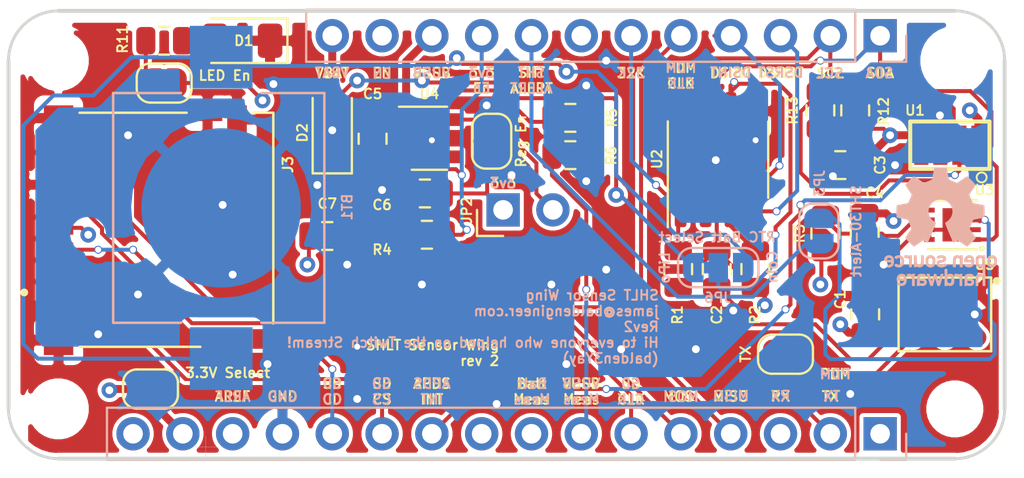
<source format=kicad_pcb>
(kicad_pcb (version 20171130) (host pcbnew "(5.1.6)-1")

  (general
    (thickness 1.6)
    (drawings 63)
    (tracks 397)
    (zones 0)
    (modules 39)
    (nets 42)
  )

  (page A4)
  (layers
    (0 F.Cu signal)
    (1 In1.Gnd.Cu power hide)
    (2 In2.3v3.Cu power hide)
    (31 B.Cu signal)
    (32 B.Adhes user hide)
    (33 F.Adhes user hide)
    (34 B.Paste user hide)
    (35 F.Paste user hide)
    (36 B.SilkS user)
    (37 F.SilkS user)
    (38 B.Mask user hide)
    (39 F.Mask user)
    (40 Dwgs.User user hide)
    (41 Cmts.User user hide)
    (42 Eco1.User user hide)
    (43 Eco2.User user hide)
    (44 Edge.Cuts user)
    (45 Margin user hide)
    (46 B.CrtYd user hide)
    (47 F.CrtYd user)
    (48 B.Fab user hide)
    (49 F.Fab user hide)
  )

  (setup
    (last_trace_width 0.2032)
    (user_trace_width 0.2032)
    (user_trace_width 0.4064)
    (trace_clearance 0.2032)
    (zone_clearance 0.508)
    (zone_45_only no)
    (trace_min 0.2)
    (via_size 0.4064)
    (via_drill 0.3048)
    (via_min_size 0.4)
    (via_min_drill 0.3)
    (uvia_size 0.3)
    (uvia_drill 0.1)
    (uvias_allowed no)
    (uvia_min_size 0.2)
    (uvia_min_drill 0.1)
    (edge_width 0.15)
    (segment_width 0.2)
    (pcb_text_width 0.3)
    (pcb_text_size 1.5 1.5)
    (mod_edge_width 0.15)
    (mod_text_size 1 1)
    (mod_text_width 0.15)
    (pad_size 1.7 1.7)
    (pad_drill 1)
    (pad_to_mask_clearance 0.051)
    (solder_mask_min_width 0.25)
    (aux_axis_origin 0 0)
    (visible_elements 7FFFFFFF)
    (pcbplotparams
      (layerselection 0x010fc_ffffffff)
      (usegerberextensions false)
      (usegerberattributes false)
      (usegerberadvancedattributes false)
      (creategerberjobfile false)
      (excludeedgelayer true)
      (linewidth 0.100000)
      (plotframeref false)
      (viasonmask false)
      (mode 1)
      (useauxorigin false)
      (hpglpennumber 1)
      (hpglpenspeed 20)
      (hpglpendiameter 15.000000)
      (psnegative false)
      (psa4output false)
      (plotreference true)
      (plotvalue true)
      (plotinvisibletext false)
      (padsonsilk false)
      (subtractmaskfromsilk false)
      (outputformat 1)
      (mirror false)
      (drillshape 1)
      (scaleselection 1)
      (outputdirectory ""))
  )

  (net 0 "")
  (net 1 /FREE)
  (net 2 /TX)
  (net 3 /RX)
  (net 4 GND)
  (net 5 /AREF)
  (net 6 +3V3)
  (net 7 /~RST)
  (net 8 /SDA)
  (net 9 /SCL)
  (net 10 /VUSB)
  (net 11 /EN)
  (net 12 /VBAT)
  (net 13 +BATT)
  (net 14 "Net-(D1-Pad2)")
  (net 15 /SD_DOut)
  (net 16 /SD_DIn)
  (net 17 /SD_CLK)
  (net 18 /APDS_INT)
  (net 19 /Batt_Meas)
  (net 20 /VUSB_Meas)
  (net 21 /3v3_Reg_En)
  (net 22 /3v3_feather)
  (net 23 /32KHz)
  (net 24 /DS3231_INT)
  (net 25 /DS3231_RST)
  (net 26 /PDM_DATA)
  (net 27 /PDM_CLK)
  (net 28 "Net-(J3-Pad1)")
  (net 29 /SD_CS)
  (net 30 "Net-(J3-Pad8)")
  (net 31 /SD_CD)
  (net 32 "Net-(JP2-Pad2)")
  (net 33 "Net-(JP3-Pad1)")
  (net 34 "Net-(JP5-Pad2)")
  (net 35 "Net-(R3-Pad2)")
  (net 36 "Net-(U1-Pad3)")
  (net 37 "Net-(U4-Pad4)")
  (net 38 /RTC_BATT)
  (net 39 /SHT30_ALERT)
  (net 40 "Net-(J1-Pad9)")
  (net 41 "Net-(J2-Pad7)")

  (net_class Default "This is the default net class."
    (clearance 0.2032)
    (trace_width 0.25)
    (via_dia 0.4064)
    (via_drill 0.3048)
    (uvia_dia 0.3)
    (uvia_drill 0.1)
    (add_net /32KHz)
    (add_net /3v3_Reg_En)
    (add_net /APDS_INT)
    (add_net /AREF)
    (add_net /Batt_Meas)
    (add_net /DS3231_INT)
    (add_net /DS3231_RST)
    (add_net /EN)
    (add_net /FREE)
    (add_net /PDM_CLK)
    (add_net /PDM_DATA)
    (add_net /RTC_BATT)
    (add_net /RX)
    (add_net /SCL)
    (add_net /SDA)
    (add_net /SD_CD)
    (add_net /SD_CLK)
    (add_net /SD_CS)
    (add_net /SD_DIn)
    (add_net /SD_DOut)
    (add_net /SHT30_ALERT)
    (add_net /TX)
    (add_net /VUSB)
    (add_net /VUSB_Meas)
    (add_net /~RST)
    (add_net "Net-(D1-Pad2)")
    (add_net "Net-(J1-Pad9)")
    (add_net "Net-(J2-Pad7)")
    (add_net "Net-(J3-Pad1)")
    (add_net "Net-(J3-Pad8)")
    (add_net "Net-(JP2-Pad2)")
    (add_net "Net-(JP3-Pad1)")
    (add_net "Net-(JP5-Pad2)")
    (add_net "Net-(R3-Pad2)")
    (add_net "Net-(U1-Pad3)")
    (add_net "Net-(U4-Pad4)")
  )

  (net_class Power ""
    (clearance 0.2032)
    (trace_width 0.4064)
    (via_dia 0.8)
    (via_drill 0.4)
    (uvia_dia 0.3)
    (uvia_drill 0.1)
    (add_net +3V3)
    (add_net +BATT)
    (add_net /3v3_feather)
    (add_net /VBAT)
    (add_net GND)
  )

  (module "My Libraries:MPD_BK-870" (layer B.Cu) (tedit 5EC94DD8) (tstamp 5EC92804)
    (at 36.2458 35.4584 90)
    (path /5EC32CC0)
    (fp_text reference BT1 (at 0.0381 6.4262 90) (layer B.SilkS)
      (effects (font (size 0.5 0.5) (thickness 0.1)) (justify mirror))
    )
    (fp_text value 10mm (at 3.81663 -6.74276 90) (layer B.Fab)
      (effects (font (size 0.5 0.5) (thickness 0.1)) (justify mirror))
    )
    (fp_line (start -9.545 -1.85) (end -9.545 1.85) (layer B.CrtYd) (width 0.05))
    (fp_line (start -6.115 -1.85) (end -9.545 -1.85) (layer B.CrtYd) (width 0.05))
    (fp_line (start -6.115 -5.76) (end -6.115 -1.85) (layer B.CrtYd) (width 0.05))
    (fp_line (start 6.115 -5.76) (end -6.115 -5.76) (layer B.CrtYd) (width 0.05))
    (fp_line (start 6.115 -1.85) (end 6.115 -5.76) (layer B.CrtYd) (width 0.05))
    (fp_line (start 9.545 -1.85) (end 6.115 -1.85) (layer B.CrtYd) (width 0.05))
    (fp_line (start 9.545 1.85) (end 9.545 -1.85) (layer B.CrtYd) (width 0.05))
    (fp_line (start 6.115 1.85) (end 9.545 1.85) (layer B.CrtYd) (width 0.05))
    (fp_line (start 6.115 5.51) (end 6.115 1.85) (layer B.CrtYd) (width 0.05))
    (fp_line (start -6.115 5.51) (end 6.115 5.51) (layer B.CrtYd) (width 0.05))
    (fp_line (start -6.115 1.85) (end -6.115 5.51) (layer B.CrtYd) (width 0.05))
    (fp_line (start -9.545 1.85) (end -6.115 1.85) (layer B.CrtYd) (width 0.05))
    (fp_line (start 5.865 -5.51) (end -5.865 -5.51) (layer B.SilkS) (width 0.127))
    (fp_line (start 5.865 -2.05) (end 5.865 -5.51) (layer B.SilkS) (width 0.127))
    (fp_line (start 5.865 5.26) (end 5.865 2.05) (layer B.SilkS) (width 0.127))
    (fp_line (start -5.865 2.05) (end -5.865 5.26) (layer B.SilkS) (width 0.127))
    (fp_line (start -5.865 -5.51) (end -5.865 -2.05) (layer B.SilkS) (width 0.127))
    (fp_line (start -5.865 5.26) (end 5.865 5.26) (layer B.SilkS) (width 0.127))
    (fp_line (start -5.865 -5.51) (end -5.865 5.26) (layer B.Fab) (width 0.127))
    (fp_line (start 5.865 -5.51) (end -5.865 -5.51) (layer B.Fab) (width 0.127))
    (fp_line (start 5.865 5.26) (end 5.865 -5.51) (layer B.Fab) (width 0.127))
    (fp_line (start -5.865 5.26) (end 5.865 5.26) (layer B.Fab) (width 0.127))
    (fp_text user + (at -12.2065 -0.90048 90) (layer B.SilkS)
      (effects (font (size 1.400748 1.400748) (thickness 0.015)) (justify mirror))
    )
    (pad 1 smd rect (at -7.695 0 90) (size 3.2 3.2) (layers B.Cu B.Paste B.Mask)
      (net 13 +BATT))
    (pad 1 smd rect (at 7.695 0 90) (size 3.2 3.2) (layers B.Cu B.Paste B.Mask)
      (net 13 +BATT))
    (pad 2 smd circle (at 0 0 90) (size 8.13 8.13) (layers B.Cu B.Paste B.Mask)
      (net 4 GND))
  )

  (module "My Libraries:AMPHENOL_1140084168" (layer F.Cu) (tedit 5EC1940A) (tstamp 5EC954E0)
    (at 28.702 36.576 270)
    (path /5ECFCDF6)
    (fp_text reference J3 (at -3.3274 -10.9474 90) (layer F.SilkS)
      (effects (font (size 0.5 0.5) (thickness 0.1)))
    )
    (fp_text value 1140084168 (at 9.891 4.111 90) (layer F.Fab)
      (effects (font (size 0.5 0.5) (thickness 0.1)))
    )
    (fp_line (start -5.975 -10.2) (end -5.975 -9.17) (layer F.SilkS) (width 0.127))
    (fp_line (start -5.975 1.25) (end 5.975 1.25) (layer F.Fab) (width 0.127))
    (fp_line (start 5.975 -0.32) (end 5.975 -6.48) (layer F.SilkS) (width 0.127))
    (fp_line (start 4.78 -10.2) (end -5.975 -10.2) (layer F.SilkS) (width 0.127))
    (fp_poly (pts (xy -4.9 -6) (xy 3.6 -6) (xy 3.6 -4) (xy -4.9 -4)) (layer Dwgs.User) (width 0.01))
    (fp_poly (pts (xy -1.95 -10.2) (xy 0.55 -10.2) (xy 0.55 -8.2) (xy -1.95 -8.2)) (layer Dwgs.User) (width 0.01))
    (fp_poly (pts (xy -1.95 -10.2) (xy 0.55 -10.2) (xy 0.55 -8.2) (xy -1.95 -8.2)) (layer Dwgs.User) (width 0.01))
    (fp_poly (pts (xy -4.9 -6) (xy 3.6 -6) (xy 3.6 -4) (xy -4.9 -4)) (layer Dwgs.User) (width 0.01))
    (fp_line (start -6.6 -10.95) (end -6.6 2) (layer F.CrtYd) (width 0.05))
    (fp_line (start -6.6 2) (end 6.65 2) (layer F.CrtYd) (width 0.05))
    (fp_line (start 6.65 2) (end 6.65 -10.95) (layer F.CrtYd) (width 0.05))
    (fp_line (start 6.65 -10.95) (end -6.6 -10.95) (layer F.CrtYd) (width 0.05))
    (fp_line (start -5.975 -10.2) (end -5.975 1.25) (layer F.Fab) (width 0.127))
    (fp_line (start 5.975 -10.2) (end -5.975 -10.2) (layer F.Fab) (width 0.127))
    (fp_line (start 5.975 1.25) (end 5.975 -10.2) (layer F.Fab) (width 0.127))
    (fp_line (start -5.975 -5.78) (end -5.975 -0.32) (layer F.SilkS) (width 0.127))
    (fp_circle (center 3.2 2.5) (end 3.3 2.5) (layer F.SilkS) (width 0.2))
    (fp_circle (center 3.2 2.5) (end 3.3 2.5) (layer F.Fab) (width 0.2))
    (pad 1 smd rect (at 3.2 0.875 270) (size 0.7 1.75) (layers F.Cu F.Paste F.Mask)
      (net 28 "Net-(J3-Pad1)"))
    (pad 2 smd rect (at 2.1 0.875 270) (size 0.7 1.75) (layers F.Cu F.Paste F.Mask)
      (net 29 /SD_CS))
    (pad 3 smd rect (at 1 0.875 270) (size 0.7 1.75) (layers F.Cu F.Paste F.Mask)
      (net 16 /SD_DIn))
    (pad 4 smd rect (at -0.1 0.875 270) (size 0.7 1.75) (layers F.Cu F.Paste F.Mask)
      (net 6 +3V3))
    (pad 5 smd rect (at -1.2 0.875 270) (size 0.7 1.75) (layers F.Cu F.Paste F.Mask)
      (net 17 /SD_CLK))
    (pad 6 smd rect (at -2.3 0.875 270) (size 0.7 1.75) (layers F.Cu F.Paste F.Mask)
      (net 4 GND))
    (pad 7 smd rect (at -3.4 0.875 270) (size 0.7 1.75) (layers F.Cu F.Paste F.Mask)
      (net 15 /SD_DOut))
    (pad 8 smd rect (at -4.5 0.875 270) (size 0.7 1.75) (layers F.Cu F.Paste F.Mask)
      (net 30 "Net-(J3-Pad8)"))
    (pad 9 smd rect (at 5.575 -9.925 270) (size 1 1.55) (layers F.Cu F.Paste F.Mask)
      (net 31 /SD_CD))
    (pad 10 smd rect (at -5.625 -8.35 270) (size 1.45 1) (layers F.Cu F.Paste F.Mask)
      (net 4 GND))
    (pad S1 smd rect (at 5.65 0.75 270) (size 1.5 1.5) (layers F.Cu F.Paste F.Mask)
      (net 4 GND))
    (pad S2 smd rect (at -5.7 0.75 270) (size 1.3 1.5) (layers F.Cu F.Paste F.Mask)
      (net 4 GND))
    (pad S3 smd rect (at 5.975 -7.5 270) (size 0.8 1.4) (layers F.Cu F.Paste F.Mask)
      (net 4 GND))
    (pad S4 smd rect (at -5.95 -6.85 270) (size 0.8 1.5) (layers F.Cu F.Paste F.Mask)
      (net 4 GND))
  )

  (module "My Libraries:DFN250X250X100-9N" (layer F.Cu) (tedit 5EC18B64) (tstamp 5ED205FA)
    (at 73.533 36.322 180)
    (path /5ECFEDCD)
    (fp_text reference U3 (at -1.651 1.778) (layer F.SilkS)
      (effects (font (size 0.5 0.5) (thickness 0.1)))
    )
    (fp_text value SHT30-DIS (at 3.384954 1.897078) (layer F.Fab)
      (effects (font (size 0.5 0.5) (thickness 0.1)))
    )
    (fp_line (start -1.25 1.25) (end 1.25 1.25) (layer F.SilkS) (width 0.127))
    (fp_line (start 1.25 1.25) (end 1.25 -1.25) (layer F.Fab) (width 0.127))
    (fp_line (start 1.25 -1.25) (end -1.25 -1.25) (layer F.SilkS) (width 0.127))
    (fp_line (start -1.25 -1.25) (end -1.25 1.25) (layer F.Fab) (width 0.127))
    (fp_poly (pts (xy -0.451281 -0.8) (xy 0.45 -0.8) (xy 0.45 0.802278) (xy -0.451281 0.802278)) (layer F.Paste) (width 0.01))
    (fp_circle (center -1.5 -1.2) (end -1.4 -1.2) (layer F.SilkS) (width 0.1))
    (fp_line (start -1.75 -1.5) (end -1.75 1.5) (layer F.CrtYd) (width 0.127))
    (fp_line (start -1.75 1.5) (end 1.75 1.5) (layer F.CrtYd) (width 0.127))
    (fp_line (start 1.75 1.5) (end 1.75 -1.5) (layer F.CrtYd) (width 0.127))
    (fp_line (start 1.75 -1.5) (end -1.75 -1.5) (layer F.CrtYd) (width 0.127))
    (fp_circle (center 0 0) (end 0.75 0) (layer F.Fab) (width 0.127))
    (pad 1 smd rect (at -1.175 -0.75 180) (size 0.55 0.25) (layers F.Cu F.Paste F.Mask)
      (net 8 /SDA))
    (pad 2 smd rect (at -1.175 -0.25 180) (size 0.55 0.25) (layers F.Cu F.Paste F.Mask)
      (net 4 GND))
    (pad 3 smd rect (at -1.175 0.25 180) (size 0.55 0.25) (layers F.Cu F.Paste F.Mask)
      (net 33 "Net-(JP3-Pad1)"))
    (pad 4 smd rect (at -1.175 0.75 180) (size 0.55 0.25) (layers F.Cu F.Paste F.Mask)
      (net 9 /SCL))
    (pad 8 smd rect (at 1.175 -0.75 180) (size 0.55 0.25) (layers F.Cu F.Paste F.Mask)
      (net 4 GND))
    (pad 7 smd rect (at 1.175 -0.25 180) (size 0.55 0.25) (layers F.Cu F.Paste F.Mask)
      (net 4 GND))
    (pad 6 smd rect (at 1.175 0.25 180) (size 0.55 0.25) (layers F.Cu F.Paste F.Mask)
      (net 35 "Net-(R3-Pad2)"))
    (pad 5 smd rect (at 1.175 0.75 180) (size 0.55 0.25) (layers F.Cu F.Paste F.Mask)
      (net 6 +3V3))
    (pad 9 smd rect (at 0 0 180) (size 1 1.7) (layers F.Cu F.Mask)
      (net 4 GND))
  )

  (module Connector_PinHeader_2.54mm:PinHeader_1x12_P2.54mm_Vertical (layer B.Cu) (tedit 59FED5CC) (tstamp 5D4FBF76)
    (at 69.85 26.67 90)
    (descr "Through hole straight pin header, 1x12, 2.54mm pitch, single row")
    (tags "Through hole pin header THT 1x12 2.54mm single row")
    (path /5D375CC4)
    (fp_text reference J2 (at 0 2.33 90) (layer B.SilkS) hide
      (effects (font (size 0.5 0.5) (thickness 0.1)) (justify mirror))
    )
    (fp_text value "feather short" (at 0 -30.27 90) (layer B.Fab) hide
      (effects (font (size 0.5 0.5) (thickness 0.1)) (justify mirror))
    )
    (fp_line (start -0.635 1.27) (end 1.27 1.27) (layer B.Fab) (width 0.1))
    (fp_line (start 1.27 1.27) (end 1.27 -29.21) (layer B.Fab) (width 0.1))
    (fp_line (start 1.27 -29.21) (end -1.27 -29.21) (layer B.Fab) (width 0.1))
    (fp_line (start -1.27 -29.21) (end -1.27 0.635) (layer B.Fab) (width 0.1))
    (fp_line (start -1.27 0.635) (end -0.635 1.27) (layer B.Fab) (width 0.1))
    (fp_line (start -1.33 -29.27) (end 1.33 -29.27) (layer B.SilkS) (width 0.12))
    (fp_line (start -1.33 -1.27) (end -1.33 -29.27) (layer B.SilkS) (width 0.12))
    (fp_line (start 1.33 -1.27) (end 1.33 -29.27) (layer B.SilkS) (width 0.12))
    (fp_line (start -1.33 -1.27) (end 1.33 -1.27) (layer B.SilkS) (width 0.12))
    (fp_line (start -1.33 0) (end -1.33 1.33) (layer B.SilkS) (width 0.12))
    (fp_line (start -1.33 1.33) (end 0 1.33) (layer B.SilkS) (width 0.12))
    (fp_line (start -1.8 1.8) (end -1.8 -29.75) (layer B.CrtYd) (width 0.05))
    (fp_line (start -1.8 -29.75) (end 1.8 -29.75) (layer B.CrtYd) (width 0.05))
    (fp_line (start 1.8 -29.75) (end 1.8 1.8) (layer B.CrtYd) (width 0.05))
    (fp_line (start 1.8 1.8) (end -1.8 1.8) (layer B.CrtYd) (width 0.05))
    (fp_text user %R (at 0 -13.97) (layer B.Fab)
      (effects (font (size 0.5 0.5) (thickness 0.1)) (justify mirror))
    )
    (pad 12 thru_hole oval (at 0 -27.94 90) (size 1.7 1.7) (drill 1) (layers *.Cu *.Mask)
      (net 12 /VBAT))
    (pad 11 thru_hole oval (at 0 -25.4 90) (size 1.7 1.7) (drill 1) (layers *.Cu *.Mask)
      (net 11 /EN))
    (pad 10 thru_hole oval (at 0 -22.86 90) (size 1.7 1.7) (drill 1) (layers *.Cu *.Mask)
      (net 10 /VUSB))
    (pad 9 thru_hole oval (at 0 -20.32 90) (size 1.7 1.7) (drill 1) (layers *.Cu *.Mask)
      (net 21 /3v3_Reg_En))
    (pad 8 thru_hole oval (at 0 -17.78 90) (size 1.7 1.7) (drill 1) (layers *.Cu *.Mask)
      (net 39 /SHT30_ALERT))
    (pad 7 thru_hole oval (at 0 -15.24 90) (size 1.7 1.7) (drill 1) (layers *.Cu *.Mask)
      (net 41 "Net-(J2-Pad7)"))
    (pad 6 thru_hole oval (at 0 -12.7 90) (size 1.7 1.7) (drill 1) (layers *.Cu *.Mask)
      (net 23 /32KHz))
    (pad 5 thru_hole oval (at 0 -10.16 90) (size 1.7 1.7) (drill 1) (layers *.Cu *.Mask)
      (net 26 /PDM_DATA))
    (pad 4 thru_hole oval (at 0 -7.62 90) (size 1.7 1.7) (drill 1) (layers *.Cu *.Mask)
      (net 24 /DS3231_INT))
    (pad 3 thru_hole oval (at 0 -5.08 90) (size 1.7 1.7) (drill 1) (layers *.Cu *.Mask)
      (net 25 /DS3231_RST))
    (pad 2 thru_hole oval (at 0 -2.54 90) (size 1.7 1.7) (drill 1) (layers *.Cu *.Mask)
      (net 9 /SCL))
    (pad 1 thru_hole rect (at 0 0 90) (size 1.7 1.7) (drill 1) (layers *.Cu *.Mask)
      (net 8 /SDA))
    (model ${KISYS3DMOD}/Connector_PinHeader_2.54mm.3dshapes/PinHeader_1x12_P2.54mm_Vertical.wrl
      (at (xyz 0 0 0))
      (scale (xyz 1 1 1))
      (rotate (xyz 0 0 0))
    )
  )

  (module "My Libraries:XDCR_CMM-4737DT-26186-TR" (layer F.Cu) (tedit 5EC9525D) (tstamp 5EC9B055)
    (at 73.152 40.894 270)
    (path /5ECAD5C5)
    (fp_text reference U5 (at -2.54 -2.032 180) (layer F.SilkS)
      (effects (font (size 0.5 0.5) (thickness 0.1)))
    )
    (fp_text value CMM-4737DT-26186-TR (at 11.89 3.395 90) (layer F.Fab)
      (effects (font (size 0.5 0.5) (thickness 0.1)))
    )
    (fp_line (start 2.13 -2.61) (end 2.13 2.61) (layer F.CrtYd) (width 0.05))
    (fp_line (start 2.13 2.61) (end -2.13 2.61) (layer F.CrtYd) (width 0.05))
    (fp_line (start -2.13 2.61) (end -2.13 -2.61) (layer F.CrtYd) (width 0.05))
    (fp_line (start -2.13 -2.61) (end 2.13 -2.61) (layer F.CrtYd) (width 0.05))
    (fp_circle (center -1.7018 -2.6416) (end -1.6018 -2.6416) (layer F.SilkS) (width 0.2))
    (fp_circle (center -1.7018 -2.6416) (end -1.6018 -2.6416) (layer F.Fab) (width 0.2))
    (fp_line (start 1.88 2.36) (end -1.88 2.36) (layer F.Fab) (width 0.127))
    (fp_line (start -1.88 2.36) (end -1.88 -2.36) (layer F.Fab) (width 0.127))
    (fp_line (start -1.88 -2.36) (end 1.88 -2.36) (layer F.Fab) (width 0.127))
    (fp_line (start 1.88 -2.36) (end 1.88 2.36) (layer F.Fab) (width 0.127))
    (fp_line (start -1.88 -2.36) (end 1.88 -2.36) (layer F.SilkS) (width 0.127))
    (fp_line (start 1.88 -2.36) (end 1.88 2.36) (layer F.SilkS) (width 0.127))
    (fp_line (start 1.88 2.36) (end -1.88 2.36) (layer F.SilkS) (width 0.127))
    (fp_line (start -1.88 2.36) (end -1.88 -2.36) (layer F.SilkS) (width 0.127))
    (fp_poly (pts (xy 0.76 -1.88) (xy 0.86 -1.98) (xy 0.897968 -2.014454) (xy 0.936591 -2.042516)
      (xy 0.977936 -2.066386) (xy 1.021549 -2.085804) (xy 1.066953 -2.100556) (xy 1.113651 -2.110482)
      (xy 1.16113 -2.115473) (xy 1.20887 -2.115473) (xy 1.256349 -2.110482) (xy 1.303047 -2.100556)
      (xy 1.348451 -2.085804) (xy 1.392064 -2.066386) (xy 1.433409 -2.042516) (xy 1.472032 -2.014454)
      (xy 1.50751 -1.98251) (xy 1.539454 -1.947032) (xy 1.567516 -1.908409) (xy 1.591386 -1.867064)
      (xy 1.610804 -1.823451) (xy 1.625556 -1.778047) (xy 1.635482 -1.731349) (xy 1.640473 -1.68387)
      (xy 1.640473 -1.63613) (xy 1.635482 -1.588651) (xy 1.625556 -1.541953) (xy 1.610804 -1.496549)
      (xy 1.591386 -1.452936) (xy 1.567516 -1.411591) (xy 1.539454 -1.372968) (xy 1.51 -1.34)
      (xy 1.27 -1.11) (xy 1.234684 -1.080482) (xy 1.195077 -1.053766) (xy 1.152894 -1.031337)
      (xy 1.108598 -1.01344) (xy 1.062674 -1.000272) (xy 1.015624 -0.991976) (xy 0.967966 -0.988643)
      (xy 0.92022 -0.990311) (xy 0.87291 -0.99696) (xy 0.826554 -1.008517) (xy 0.78166 -1.024857)
      (xy 0.73872 -1.045801) (xy 0.698205 -1.071117) (xy 0.660557 -1.100531) (xy 0.626191 -1.133718)
      (xy 0.595482 -1.170316) (xy 0.568766 -1.209923) (xy 0.546337 -1.252106) (xy 0.52844 -1.296402)
      (xy 0.515272 -1.342326) (xy 0.506976 -1.389376) (xy 0.503643 -1.437034) (xy 0.505311 -1.48478)
      (xy 0.51196 -1.53209) (xy 0.523517 -1.578446) (xy 0.539857 -1.62334) (xy 0.560801 -1.66628)
      (xy 0.586117 -1.706795) (xy 0.615531 -1.744443) (xy 0.65 -1.78) (xy 0.76 -1.88)) (layer F.Cu) (width 0.0001))
    (fp_poly (pts (xy 0.72 -1.96) (xy 0.86 -2.08) (xy 0.90402 -2.119901) (xy 0.94923 -2.152747)
      (xy 0.997625 -2.180688) (xy 1.048675 -2.203417) (xy 1.101822 -2.220686) (xy 1.156483 -2.232304)
      (xy 1.212059 -2.238146) (xy 1.267941 -2.238146) (xy 1.323517 -2.232304) (xy 1.378178 -2.220686)
      (xy 1.431325 -2.203417) (xy 1.482375 -2.180688) (xy 1.53077 -2.152747) (xy 1.57598 -2.119901)
      (xy 1.617508 -2.082508) (xy 1.654901 -2.04098) (xy 1.687747 -1.99577) (xy 1.715688 -1.947375)
      (xy 1.738417 -1.896325) (xy 1.755686 -1.843178) (xy 1.767304 -1.788517) (xy 1.773146 -1.732941)
      (xy 1.773146 -1.677059) (xy 1.767304 -1.621483) (xy 1.755686 -1.566822) (xy 1.738417 -1.513675)
      (xy 1.715688 -1.462625) (xy 1.687747 -1.41423) (xy 1.654901 -1.36902) (xy 1.62 -1.33)
      (xy 1.36 -1.06) (xy 1.319676 -1.025235) (xy 1.272369 -0.992111) (xy 1.22186 -0.964113)
      (xy 1.168701 -0.941548) (xy 1.113474 -0.924664) (xy 1.056785 -0.913645) (xy 0.999255 -0.908612)
      (xy 0.941514 -0.909619) (xy 0.884194 -0.916657) (xy 0.827924 -0.929648) (xy 0.77332 -0.94845)
      (xy 0.720981 -0.972856) (xy 0.67148 -1.0026) (xy 0.625358 -1.037354) (xy 0.583123 -1.07674)
      (xy 0.545235 -1.120324) (xy 0.512111 -1.167631) (xy 0.484113 -1.21814) (xy 0.461548 -1.271299)
      (xy 0.444664 -1.326526) (xy 0.433645 -1.383215) (xy 0.428612 -1.440745) (xy 0.429619 -1.498486)
      (xy 0.436657 -1.555806) (xy 0.449648 -1.612076) (xy 0.46845 -1.66668) (xy 0.492856 -1.719019)
      (xy 0.5226 -1.76852) (xy 0.557354 -1.814642) (xy 0.6 -1.86) (xy 0.72 -1.96)) (layer F.Mask) (width 0.0001))
    (fp_poly (pts (xy 0.76 -1.88) (xy 0.86 -1.98) (xy 0.897968 -2.014454) (xy 0.936591 -2.042516)
      (xy 0.977936 -2.066386) (xy 1.021549 -2.085804) (xy 1.066953 -2.100556) (xy 1.113651 -2.110482)
      (xy 1.16113 -2.115473) (xy 1.20887 -2.115473) (xy 1.256349 -2.110482) (xy 1.303047 -2.100556)
      (xy 1.348451 -2.085804) (xy 1.392064 -2.066386) (xy 1.433409 -2.042516) (xy 1.472032 -2.014454)
      (xy 1.50751 -1.98251) (xy 1.539454 -1.947032) (xy 1.567516 -1.908409) (xy 1.591386 -1.867064)
      (xy 1.610804 -1.823451) (xy 1.625556 -1.778047) (xy 1.635482 -1.731349) (xy 1.640473 -1.68387)
      (xy 1.640473 -1.63613) (xy 1.635482 -1.588651) (xy 1.625556 -1.541953) (xy 1.610804 -1.496549)
      (xy 1.591386 -1.452936) (xy 1.567516 -1.411591) (xy 1.539454 -1.372968) (xy 1.51 -1.34)
      (xy 1.27 -1.11) (xy 1.234684 -1.080482) (xy 1.195077 -1.053766) (xy 1.152894 -1.031337)
      (xy 1.108598 -1.01344) (xy 1.062674 -1.000272) (xy 1.015624 -0.991976) (xy 0.967966 -0.988643)
      (xy 0.92022 -0.990311) (xy 0.87291 -0.99696) (xy 0.826554 -1.008517) (xy 0.78166 -1.024857)
      (xy 0.73872 -1.045801) (xy 0.698205 -1.071117) (xy 0.660557 -1.100531) (xy 0.626191 -1.133718)
      (xy 0.595482 -1.170316) (xy 0.568766 -1.209923) (xy 0.546337 -1.252106) (xy 0.52844 -1.296402)
      (xy 0.515272 -1.342326) (xy 0.506976 -1.389376) (xy 0.503643 -1.437034) (xy 0.505311 -1.48478)
      (xy 0.51196 -1.53209) (xy 0.523517 -1.578446) (xy 0.539857 -1.62334) (xy 0.560801 -1.66628)
      (xy 0.586117 -1.706795) (xy 0.615531 -1.744443) (xy 0.65 -1.78) (xy 0.76 -1.88)) (layer F.Paste) (width 0.0001))
    (pad 1 smd circle (at -1.17 -1.65 270) (size 0.91 0.91) (layers F.Cu F.Paste F.Mask)
      (net 4 GND))
    (pad 2 smd circle (at -1.17 0 270) (size 0.91 0.91) (layers F.Cu F.Paste F.Mask)
      (net 4 GND))
    (pad 3 smd circle (at -1.17 1.65 270) (size 0.91 0.91) (layers F.Cu F.Paste F.Mask)
      (net 4 GND))
    (pad 4 smd circle (at 1.17 1.65 270) (size 0.91 0.91) (layers F.Cu F.Paste F.Mask)
      (net 27 /PDM_CLK))
    (pad 5 smd circle (at 1.17 0 270) (size 0.91 0.91) (layers F.Cu F.Paste F.Mask)
      (net 26 /PDM_DATA))
    (pad 6 smd circle (at 1.17 -1.65 270) (size 0.5 0.5) (layers F.Cu)
      (net 6 +3V3))
  )

  (module Jumper:SolderJumper-2_P1.3mm_Bridged_RoundedPad1.0x1.5mm (layer F.Cu) (tedit 5C745284) (tstamp 5F0FA8AC)
    (at 65.024 42.926 180)
    (descr "SMD Solder Jumper, 1x1.5mm, rounded Pads, 0.3mm gap, bridged with 1 copper strip")
    (tags "solder jumper open")
    (path /5F106087)
    (attr virtual)
    (fp_text reference JP7 (at 0 -1.8) (layer F.SilkS) hide
      (effects (font (size 1 1) (thickness 0.15)))
    )
    (fp_text value SolderJumper_2_Bridged (at 0 1.9) (layer F.Fab)
      (effects (font (size 1 1) (thickness 0.15)))
    )
    (fp_arc (start -0.7 -0.3) (end -0.7 -1) (angle -90) (layer F.SilkS) (width 0.12))
    (fp_arc (start -0.7 0.3) (end -1.4 0.3) (angle -90) (layer F.SilkS) (width 0.12))
    (fp_arc (start 0.7 0.3) (end 0.7 1) (angle -90) (layer F.SilkS) (width 0.12))
    (fp_arc (start 0.7 -0.3) (end 1.4 -0.3) (angle -90) (layer F.SilkS) (width 0.12))
    (fp_line (start -1.4 0.3) (end -1.4 -0.3) (layer F.SilkS) (width 0.12))
    (fp_line (start 0.7 1) (end -0.7 1) (layer F.SilkS) (width 0.12))
    (fp_line (start 1.4 -0.3) (end 1.4 0.3) (layer F.SilkS) (width 0.12))
    (fp_line (start -0.7 -1) (end 0.7 -1) (layer F.SilkS) (width 0.12))
    (fp_line (start -1.65 -1.25) (end 1.65 -1.25) (layer F.CrtYd) (width 0.05))
    (fp_line (start -1.65 -1.25) (end -1.65 1.25) (layer F.CrtYd) (width 0.05))
    (fp_line (start 1.65 1.25) (end 1.65 -1.25) (layer F.CrtYd) (width 0.05))
    (fp_line (start 1.65 1.25) (end -1.65 1.25) (layer F.CrtYd) (width 0.05))
    (fp_poly (pts (xy 0.25 -0.3) (xy -0.25 -0.3) (xy -0.25 0.3) (xy 0.25 0.3)) (layer F.Cu) (width 0))
    (pad 1 smd custom (at -0.65 0 180) (size 1 0.5) (layers F.Cu F.Mask)
      (net 27 /PDM_CLK) (zone_connect 2)
      (options (clearance outline) (anchor rect))
      (primitives
        (gr_circle (center 0 0.25) (end 0.5 0.25) (width 0))
        (gr_circle (center 0 -0.25) (end 0.5 -0.25) (width 0))
        (gr_poly (pts
           (xy 0 -0.75) (xy 0.5 -0.75) (xy 0.5 0.75) (xy 0 0.75)) (width 0))
      ))
    (pad 2 smd custom (at 0.65 0 180) (size 1 0.5) (layers F.Cu F.Mask)
      (net 2 /TX) (zone_connect 2)
      (options (clearance outline) (anchor rect))
      (primitives
        (gr_circle (center 0 0.25) (end 0.5 0.25) (width 0))
        (gr_circle (center 0 -0.25) (end 0.5 -0.25) (width 0))
        (gr_poly (pts
           (xy 0 -0.75) (xy -0.5 -0.75) (xy -0.5 0.75) (xy 0 0.75)) (width 0))
      ))
  )

  (module Diode_SMD:D_SOD-123F (layer F.Cu) (tedit 587F7769) (tstamp 5F0FA6FD)
    (at 41.91 31.496 90)
    (descr D_SOD-123F)
    (tags D_SOD-123F)
    (path /5F129E6E)
    (attr smd)
    (fp_text reference D2 (at -0.127 -1.524 90) (layer F.SilkS)
      (effects (font (size 0.5 0.5) (thickness 0.1)))
    )
    (fp_text value MBR120 (at 0 2.1 90) (layer F.Fab)
      (effects (font (size 1 1) (thickness 0.15)))
    )
    (fp_text user %R (at -0.127 -1.905 90) (layer F.Fab)
      (effects (font (size 1 1) (thickness 0.15)))
    )
    (fp_line (start -2.2 -1) (end -2.2 1) (layer F.SilkS) (width 0.12))
    (fp_line (start 0.25 0) (end 0.75 0) (layer F.Fab) (width 0.1))
    (fp_line (start 0.25 0.4) (end -0.35 0) (layer F.Fab) (width 0.1))
    (fp_line (start 0.25 -0.4) (end 0.25 0.4) (layer F.Fab) (width 0.1))
    (fp_line (start -0.35 0) (end 0.25 -0.4) (layer F.Fab) (width 0.1))
    (fp_line (start -0.35 0) (end -0.35 0.55) (layer F.Fab) (width 0.1))
    (fp_line (start -0.35 0) (end -0.35 -0.55) (layer F.Fab) (width 0.1))
    (fp_line (start -0.75 0) (end -0.35 0) (layer F.Fab) (width 0.1))
    (fp_line (start -1.4 0.9) (end -1.4 -0.9) (layer F.Fab) (width 0.1))
    (fp_line (start 1.4 0.9) (end -1.4 0.9) (layer F.Fab) (width 0.1))
    (fp_line (start 1.4 -0.9) (end 1.4 0.9) (layer F.Fab) (width 0.1))
    (fp_line (start -1.4 -0.9) (end 1.4 -0.9) (layer F.Fab) (width 0.1))
    (fp_line (start -2.2 -1.15) (end 2.2 -1.15) (layer F.CrtYd) (width 0.05))
    (fp_line (start 2.2 -1.15) (end 2.2 1.15) (layer F.CrtYd) (width 0.05))
    (fp_line (start 2.2 1.15) (end -2.2 1.15) (layer F.CrtYd) (width 0.05))
    (fp_line (start -2.2 -1.15) (end -2.2 1.15) (layer F.CrtYd) (width 0.05))
    (fp_line (start -2.2 1) (end 1.65 1) (layer F.SilkS) (width 0.12))
    (fp_line (start -2.2 -1) (end 1.65 -1) (layer F.SilkS) (width 0.12))
    (pad 2 smd rect (at 1.4 0 90) (size 1.1 1.1) (layers F.Cu F.Paste F.Mask)
      (net 12 /VBAT))
    (pad 1 smd rect (at -1.4 0 90) (size 1.1 1.1) (layers F.Cu F.Paste F.Mask)
      (net 10 /VUSB))
    (model ${KISYS3DMOD}/Diode_SMD.3dshapes/D_SOD-123F.wrl
      (at (xyz 0 0 0))
      (scale (xyz 1 1 1))
      (rotate (xyz 0 0 0))
    )
  )

  (module Symbol:OSHW-Logo_5.7x6mm_SilkScreen locked (layer B.Cu) (tedit 0) (tstamp 5ED8C705)
    (at 72.9361 36.4236 180)
    (descr "Open Source Hardware Logo")
    (tags "Logo OSHW")
    (attr virtual)
    (fp_text reference REF** (at 0 0) (layer B.SilkS) hide
      (effects (font (size 1 1) (thickness 0.15)) (justify mirror))
    )
    (fp_text value OSHW-Logo_5.7x6mm_SilkScreen (at 0.75 0) (layer B.Fab) hide
      (effects (font (size 1 1) (thickness 0.15)) (justify mirror))
    )
    (fp_poly (pts (xy -1.908759 -1.469184) (xy -1.882247 -1.482282) (xy -1.849553 -1.505106) (xy -1.825725 -1.529996)
      (xy -1.809406 -1.561249) (xy -1.79924 -1.603166) (xy -1.793872 -1.660044) (xy -1.791944 -1.736184)
      (xy -1.791831 -1.768917) (xy -1.792161 -1.840656) (xy -1.793527 -1.891927) (xy -1.7965 -1.927404)
      (xy -1.801649 -1.951763) (xy -1.809543 -1.96968) (xy -1.817757 -1.981902) (xy -1.870187 -2.033905)
      (xy -1.93193 -2.065184) (xy -1.998536 -2.074592) (xy -2.065558 -2.06098) (xy -2.086792 -2.051354)
      (xy -2.137624 -2.024859) (xy -2.137624 -2.440052) (xy -2.100525 -2.420868) (xy -2.051643 -2.406025)
      (xy -1.991561 -2.402222) (xy -1.931564 -2.409243) (xy -1.886256 -2.425013) (xy -1.848675 -2.455047)
      (xy -1.816564 -2.498024) (xy -1.81415 -2.502436) (xy -1.803967 -2.523221) (xy -1.79653 -2.54417)
      (xy -1.791411 -2.569548) (xy -1.788181 -2.603618) (xy -1.786413 -2.650641) (xy -1.785677 -2.714882)
      (xy -1.785544 -2.787176) (xy -1.785544 -3.017822) (xy -1.923861 -3.017822) (xy -1.923861 -2.592533)
      (xy -1.962549 -2.559979) (xy -2.002738 -2.53394) (xy -2.040797 -2.529205) (xy -2.079066 -2.541389)
      (xy -2.099462 -2.55332) (xy -2.114642 -2.570313) (xy -2.125438 -2.595995) (xy -2.132683 -2.633991)
      (xy -2.137208 -2.687926) (xy -2.139844 -2.761425) (xy -2.140772 -2.810347) (xy -2.143911 -3.011535)
      (xy -2.209926 -3.015336) (xy -2.27594 -3.019136) (xy -2.27594 -1.77065) (xy -2.137624 -1.77065)
      (xy -2.134097 -1.840254) (xy -2.122215 -1.888569) (xy -2.10002 -1.918631) (xy -2.065559 -1.933471)
      (xy -2.030742 -1.936436) (xy -1.991329 -1.933028) (xy -1.965171 -1.919617) (xy -1.948814 -1.901896)
      (xy -1.935937 -1.882835) (xy -1.928272 -1.861601) (xy -1.924861 -1.831849) (xy -1.924749 -1.787236)
      (xy -1.925897 -1.74988) (xy -1.928532 -1.693604) (xy -1.932456 -1.656658) (xy -1.939063 -1.633223)
      (xy -1.949749 -1.61748) (xy -1.959833 -1.60838) (xy -2.00197 -1.588537) (xy -2.05184 -1.585332)
      (xy -2.080476 -1.592168) (xy -2.108828 -1.616464) (xy -2.127609 -1.663728) (xy -2.136712 -1.733624)
      (xy -2.137624 -1.77065) (xy -2.27594 -1.77065) (xy -2.27594 -1.458614) (xy -2.206782 -1.458614)
      (xy -2.16526 -1.460256) (xy -2.143838 -1.466087) (xy -2.137626 -1.477461) (xy -2.137624 -1.477798)
      (xy -2.134742 -1.488938) (xy -2.12203 -1.487673) (xy -2.096757 -1.475433) (xy -2.037869 -1.456707)
      (xy -1.971615 -1.454739) (xy -1.908759 -1.469184)) (layer B.SilkS) (width 0.01))
    (fp_poly (pts (xy -1.38421 -2.406555) (xy -1.325055 -2.422339) (xy -1.280023 -2.450948) (xy -1.248246 -2.488419)
      (xy -1.238366 -2.504411) (xy -1.231073 -2.521163) (xy -1.225974 -2.542592) (xy -1.222679 -2.572616)
      (xy -1.220797 -2.615154) (xy -1.219937 -2.674122) (xy -1.219707 -2.75344) (xy -1.219703 -2.774484)
      (xy -1.219703 -3.017822) (xy -1.280059 -3.017822) (xy -1.318557 -3.015126) (xy -1.347023 -3.008295)
      (xy -1.354155 -3.004083) (xy -1.373652 -2.996813) (xy -1.393566 -3.004083) (xy -1.426353 -3.01316)
      (xy -1.473978 -3.016813) (xy -1.526764 -3.015228) (xy -1.575036 -3.008589) (xy -1.603218 -3.000072)
      (xy -1.657753 -2.965063) (xy -1.691835 -2.916479) (xy -1.707157 -2.851882) (xy -1.707299 -2.850223)
      (xy -1.705955 -2.821566) (xy -1.584356 -2.821566) (xy -1.573726 -2.854161) (xy -1.55641 -2.872505)
      (xy -1.521652 -2.886379) (xy -1.475773 -2.891917) (xy -1.428988 -2.889191) (xy -1.391514 -2.878274)
      (xy -1.381015 -2.871269) (xy -1.362668 -2.838904) (xy -1.35802 -2.802111) (xy -1.35802 -2.753763)
      (xy -1.427582 -2.753763) (xy -1.493667 -2.75885) (xy -1.543764 -2.773263) (xy -1.574929 -2.795729)
      (xy -1.584356 -2.821566) (xy -1.705955 -2.821566) (xy -1.703987 -2.779647) (xy -1.68071 -2.723845)
      (xy -1.636948 -2.681647) (xy -1.630899 -2.677808) (xy -1.604907 -2.665309) (xy -1.572735 -2.65774)
      (xy -1.52776 -2.654061) (xy -1.474331 -2.653216) (xy -1.35802 -2.653169) (xy -1.35802 -2.604411)
      (xy -1.362953 -2.566581) (xy -1.375543 -2.541236) (xy -1.377017 -2.539887) (xy -1.405034 -2.5288)
      (xy -1.447326 -2.524503) (xy -1.494064 -2.526615) (xy -1.535418 -2.534756) (xy -1.559957 -2.546965)
      (xy -1.573253 -2.556746) (xy -1.587294 -2.558613) (xy -1.606671 -2.5506) (xy -1.635976 -2.530739)
      (xy -1.679803 -2.497063) (xy -1.683825 -2.493909) (xy -1.681764 -2.482236) (xy -1.664568 -2.462822)
      (xy -1.638433 -2.441248) (xy -1.609552 -2.423096) (xy -1.600478 -2.418809) (xy -1.56738 -2.410256)
      (xy -1.51888 -2.404155) (xy -1.464695 -2.401708) (xy -1.462161 -2.401703) (xy -1.38421 -2.406555)) (layer B.SilkS) (width 0.01))
    (fp_poly (pts (xy -0.993356 -2.40302) (xy -0.974539 -2.40866) (xy -0.968473 -2.421053) (xy -0.968218 -2.426647)
      (xy -0.967129 -2.44223) (xy -0.959632 -2.444676) (xy -0.939381 -2.433993) (xy -0.927351 -2.426694)
      (xy -0.8894 -2.411063) (xy -0.844072 -2.403334) (xy -0.796544 -2.40274) (xy -0.751995 -2.408513)
      (xy -0.715602 -2.419884) (xy -0.692543 -2.436088) (xy -0.687996 -2.456355) (xy -0.690291 -2.461843)
      (xy -0.70702 -2.484626) (xy -0.732963 -2.512647) (xy -0.737655 -2.517177) (xy -0.762383 -2.538005)
      (xy -0.783718 -2.544735) (xy -0.813555 -2.540038) (xy -0.825508 -2.536917) (xy -0.862705 -2.529421)
      (xy -0.888859 -2.532792) (xy -0.910946 -2.544681) (xy -0.931178 -2.560635) (xy -0.946079 -2.5807)
      (xy -0.956434 -2.608702) (xy -0.963029 -2.648467) (xy -0.966649 -2.703823) (xy -0.968078 -2.778594)
      (xy -0.968218 -2.82374) (xy -0.968218 -3.017822) (xy -1.09396 -3.017822) (xy -1.09396 -2.401683)
      (xy -1.031089 -2.401683) (xy -0.993356 -2.40302)) (layer B.SilkS) (width 0.01))
    (fp_poly (pts (xy -0.201188 -3.017822) (xy -0.270346 -3.017822) (xy -0.310488 -3.016645) (xy -0.331394 -3.011772)
      (xy -0.338922 -3.001186) (xy -0.339505 -2.994029) (xy -0.340774 -2.979676) (xy -0.348779 -2.976923)
      (xy -0.369815 -2.985771) (xy -0.386173 -2.994029) (xy -0.448977 -3.013597) (xy -0.517248 -3.014729)
      (xy -0.572752 -3.000135) (xy -0.624438 -2.964877) (xy -0.663838 -2.912835) (xy -0.685413 -2.85145)
      (xy -0.685962 -2.848018) (xy -0.689167 -2.810571) (xy -0.690761 -2.756813) (xy -0.690633 -2.716155)
      (xy -0.553279 -2.716155) (xy -0.550097 -2.770194) (xy -0.542859 -2.814735) (xy -0.53306 -2.839888)
      (xy -0.495989 -2.87426) (xy -0.451974 -2.886582) (xy -0.406584 -2.876618) (xy -0.367797 -2.846895)
      (xy -0.353108 -2.826905) (xy -0.344519 -2.80305) (xy -0.340496 -2.76823) (xy -0.339505 -2.71593)
      (xy -0.341278 -2.664139) (xy -0.345963 -2.618634) (xy -0.352603 -2.588181) (xy -0.35371 -2.585452)
      (xy -0.380491 -2.553) (xy -0.419579 -2.535183) (xy -0.463315 -2.532306) (xy -0.504038 -2.544674)
      (xy -0.534087 -2.572593) (xy -0.537204 -2.578148) (xy -0.546961 -2.612022) (xy -0.552277 -2.660728)
      (xy -0.553279 -2.716155) (xy -0.690633 -2.716155) (xy -0.690568 -2.69554) (xy -0.689664 -2.662563)
      (xy -0.683514 -2.580981) (xy -0.670733 -2.51973) (xy -0.649471 -2.474449) (xy -0.617878 -2.440779)
      (xy -0.587207 -2.421014) (xy -0.544354 -2.40712) (xy -0.491056 -2.402354) (xy -0.43648 -2.406236)
      (xy -0.389792 -2.418282) (xy -0.365124 -2.432693) (xy -0.339505 -2.455878) (xy -0.339505 -2.162773)
      (xy -0.201188 -2.162773) (xy -0.201188 -3.017822)) (layer B.SilkS) (width 0.01))
    (fp_poly (pts (xy 0.281524 -2.404237) (xy 0.331255 -2.407971) (xy 0.461291 -2.797773) (xy 0.481678 -2.728614)
      (xy 0.493946 -2.685874) (xy 0.510085 -2.628115) (xy 0.527512 -2.564625) (xy 0.536726 -2.53057)
      (xy 0.571388 -2.401683) (xy 0.714391 -2.401683) (xy 0.671646 -2.536857) (xy 0.650596 -2.603342)
      (xy 0.625167 -2.683539) (xy 0.59861 -2.767193) (xy 0.574902 -2.841782) (xy 0.520902 -3.011535)
      (xy 0.462598 -3.015328) (xy 0.404295 -3.019122) (xy 0.372679 -2.914734) (xy 0.353182 -2.849889)
      (xy 0.331904 -2.7784) (xy 0.313308 -2.715263) (xy 0.312574 -2.71275) (xy 0.298684 -2.669969)
      (xy 0.286429 -2.640779) (xy 0.277846 -2.629741) (xy 0.276082 -2.631018) (xy 0.269891 -2.64813)
      (xy 0.258128 -2.684787) (xy 0.242225 -2.736378) (xy 0.223614 -2.798294) (xy 0.213543 -2.832352)
      (xy 0.159007 -3.017822) (xy 0.043264 -3.017822) (xy -0.049263 -2.725471) (xy -0.075256 -2.643462)
      (xy -0.098934 -2.568987) (xy -0.11918 -2.505544) (xy -0.134874 -2.456632) (xy -0.144898 -2.425749)
      (xy -0.147945 -2.416726) (xy -0.145533 -2.407487) (xy -0.126592 -2.403441) (xy -0.087177 -2.403846)
      (xy -0.081007 -2.404152) (xy -0.007914 -2.407971) (xy 0.039957 -2.58401) (xy 0.057553 -2.648211)
      (xy 0.073277 -2.704649) (xy 0.085746 -2.748422) (xy 0.093574 -2.77463) (xy 0.09502 -2.778903)
      (xy 0.101014 -2.77399) (xy 0.113101 -2.748532) (xy 0.129893 -2.705997) (xy 0.150003 -2.64985)
      (xy 0.167003 -2.59913) (xy 0.231794 -2.400504) (xy 0.281524 -2.404237)) (layer B.SilkS) (width 0.01))
    (fp_poly (pts (xy 1.038411 -2.405417) (xy 1.091411 -2.41829) (xy 1.106731 -2.42511) (xy 1.136428 -2.442974)
      (xy 1.15922 -2.463093) (xy 1.176083 -2.488962) (xy 1.187998 -2.524073) (xy 1.195942 -2.57192)
      (xy 1.200894 -2.635996) (xy 1.203831 -2.719794) (xy 1.204947 -2.775768) (xy 1.209052 -3.017822)
      (xy 1.138932 -3.017822) (xy 1.096393 -3.016038) (xy 1.074476 -3.009942) (xy 1.068812 -2.999706)
      (xy 1.065821 -2.988637) (xy 1.052451 -2.990754) (xy 1.034233 -2.999629) (xy 0.988624 -3.013233)
      (xy 0.930007 -3.016899) (xy 0.868354 -3.010903) (xy 0.813638 -2.995521) (xy 0.80873 -2.993386)
      (xy 0.758723 -2.958255) (xy 0.725756 -2.909419) (xy 0.710587 -2.852333) (xy 0.711746 -2.831824)
      (xy 0.835508 -2.831824) (xy 0.846413 -2.859425) (xy 0.878745 -2.879204) (xy 0.93091 -2.889819)
      (xy 0.958787 -2.891228) (xy 1.005247 -2.88762) (xy 1.036129 -2.873597) (xy 1.043664 -2.866931)
      (xy 1.064076 -2.830666) (xy 1.068812 -2.797773) (xy 1.068812 -2.753763) (xy 1.007513 -2.753763)
      (xy 0.936256 -2.757395) (xy 0.886276 -2.768818) (xy 0.854696 -2.788824) (xy 0.847626 -2.797743)
      (xy 0.835508 -2.831824) (xy 0.711746 -2.831824) (xy 0.713971 -2.792456) (xy 0.736663 -2.735244)
      (xy 0.767624 -2.69658) (xy 0.786376 -2.679864) (xy 0.804733 -2.668878) (xy 0.828619 -2.66218)
      (xy 0.863957 -2.658326) (xy 0.916669 -2.655873) (xy 0.937577 -2.655168) (xy 1.068812 -2.650879)
      (xy 1.06862 -2.611158) (xy 1.063537 -2.569405) (xy 1.045162 -2.544158) (xy 1.008039 -2.52803)
      (xy 1.007043 -2.527742) (xy 0.95441 -2.5214) (xy 0.902906 -2.529684) (xy 0.86463 -2.549827)
      (xy 0.849272 -2.559773) (xy 0.83273 -2.558397) (xy 0.807275 -2.543987) (xy 0.792328 -2.533817)
      (xy 0.763091 -2.512088) (xy 0.74498 -2.4958) (xy 0.742074 -2.491137) (xy 0.75404 -2.467005)
      (xy 0.789396 -2.438185) (xy 0.804753 -2.428461) (xy 0.848901 -2.411714) (xy 0.908398 -2.402227)
      (xy 0.974487 -2.400095) (xy 1.038411 -2.405417)) (layer B.SilkS) (width 0.01))
    (fp_poly (pts (xy 1.635255 -2.401486) (xy 1.683595 -2.411015) (xy 1.711114 -2.425125) (xy 1.740064 -2.448568)
      (xy 1.698876 -2.500571) (xy 1.673482 -2.532064) (xy 1.656238 -2.547428) (xy 1.639102 -2.549776)
      (xy 1.614027 -2.542217) (xy 1.602257 -2.537941) (xy 1.55427 -2.531631) (xy 1.510324 -2.545156)
      (xy 1.47806 -2.57571) (xy 1.472819 -2.585452) (xy 1.467112 -2.611258) (xy 1.462706 -2.658817)
      (xy 1.459811 -2.724758) (xy 1.458631 -2.80571) (xy 1.458614 -2.817226) (xy 1.458614 -3.017822)
      (xy 1.320297 -3.017822) (xy 1.320297 -2.401683) (xy 1.389456 -2.401683) (xy 1.429333 -2.402725)
      (xy 1.450107 -2.407358) (xy 1.457789 -2.417849) (xy 1.458614 -2.427745) (xy 1.458614 -2.453806)
      (xy 1.491745 -2.427745) (xy 1.529735 -2.409965) (xy 1.58077 -2.401174) (xy 1.635255 -2.401486)) (layer B.SilkS) (width 0.01))
    (fp_poly (pts (xy 2.032581 -2.40497) (xy 2.092685 -2.420597) (xy 2.143021 -2.452848) (xy 2.167393 -2.47694)
      (xy 2.207345 -2.533895) (xy 2.230242 -2.599965) (xy 2.238108 -2.681182) (xy 2.238148 -2.687748)
      (xy 2.238218 -2.753763) (xy 1.858264 -2.753763) (xy 1.866363 -2.788342) (xy 1.880987 -2.819659)
      (xy 1.906581 -2.852291) (xy 1.911935 -2.8575) (xy 1.957943 -2.885694) (xy 2.01041 -2.890475)
      (xy 2.070803 -2.871926) (xy 2.08104 -2.866931) (xy 2.112439 -2.851745) (xy 2.13347 -2.843094)
      (xy 2.137139 -2.842293) (xy 2.149948 -2.850063) (xy 2.174378 -2.869072) (xy 2.186779 -2.87946)
      (xy 2.212476 -2.903321) (xy 2.220915 -2.919077) (xy 2.215058 -2.933571) (xy 2.211928 -2.937534)
      (xy 2.190725 -2.954879) (xy 2.155738 -2.975959) (xy 2.131337 -2.988265) (xy 2.062072 -3.009946)
      (xy 1.985388 -3.016971) (xy 1.912765 -3.008647) (xy 1.892426 -3.002686) (xy 1.829476 -2.968952)
      (xy 1.782815 -2.917045) (xy 1.752173 -2.846459) (xy 1.737282 -2.756692) (xy 1.735647 -2.709753)
      (xy 1.740421 -2.641413) (xy 1.86099 -2.641413) (xy 1.872652 -2.646465) (xy 1.903998 -2.650429)
      (xy 1.949571 -2.652768) (xy 1.980446 -2.653169) (xy 2.035981 -2.652783) (xy 2.071033 -2.650975)
      (xy 2.090262 -2.646773) (xy 2.09833 -2.639203) (xy 2.099901 -2.628218) (xy 2.089121 -2.594381)
      (xy 2.06198 -2.56094) (xy 2.026277 -2.535272) (xy 1.99056 -2.524772) (xy 1.942048 -2.534086)
      (xy 1.900053 -2.561013) (xy 1.870936 -2.599827) (xy 1.86099 -2.641413) (xy 1.740421 -2.641413)
      (xy 1.742599 -2.610236) (xy 1.764055 -2.530949) (xy 1.80047 -2.471263) (xy 1.852297 -2.430549)
      (xy 1.91999 -2.408179) (xy 1.956662 -2.403871) (xy 2.032581 -2.40497)) (layer B.SilkS) (width 0.01))
    (fp_poly (pts (xy -2.538261 -1.465148) (xy -2.472479 -1.494231) (xy -2.42254 -1.542793) (xy -2.388374 -1.610908)
      (xy -2.369907 -1.698651) (xy -2.368583 -1.712351) (xy -2.367546 -1.808939) (xy -2.380993 -1.893602)
      (xy -2.408108 -1.962221) (xy -2.422627 -1.984294) (xy -2.473201 -2.031011) (xy -2.537609 -2.061268)
      (xy -2.609666 -2.073824) (xy -2.683185 -2.067439) (xy -2.739072 -2.047772) (xy -2.787132 -2.014629)
      (xy -2.826412 -1.971175) (xy -2.827092 -1.970158) (xy -2.843044 -1.943338) (xy -2.85341 -1.916368)
      (xy -2.859688 -1.882332) (xy -2.863373 -1.83431) (xy -2.864997 -1.794931) (xy -2.865672 -1.759219)
      (xy -2.739955 -1.759219) (xy -2.738726 -1.79477) (xy -2.734266 -1.842094) (xy -2.726397 -1.872465)
      (xy -2.712207 -1.894072) (xy -2.698917 -1.906694) (xy -2.651802 -1.933122) (xy -2.602505 -1.936653)
      (xy -2.556593 -1.917639) (xy -2.533638 -1.896331) (xy -2.517096 -1.874859) (xy -2.507421 -1.854313)
      (xy -2.503174 -1.827574) (xy -2.50292 -1.787523) (xy -2.504228 -1.750638) (xy -2.507043 -1.697947)
      (xy -2.511505 -1.663772) (xy -2.519548 -1.64148) (xy -2.533103 -1.624442) (xy -2.543845 -1.614703)
      (xy -2.588777 -1.589123) (xy -2.637249 -1.587847) (xy -2.677894 -1.602999) (xy -2.712567 -1.634642)
      (xy -2.733224 -1.68662) (xy -2.739955 -1.759219) (xy -2.865672 -1.759219) (xy -2.866479 -1.716621)
      (xy -2.863948 -1.658056) (xy -2.856362 -1.614007) (xy -2.842681 -1.579248) (xy -2.821865 -1.548551)
      (xy -2.814147 -1.539436) (xy -2.765889 -1.494021) (xy -2.714128 -1.467493) (xy -2.650828 -1.456379)
      (xy -2.619961 -1.455471) (xy -2.538261 -1.465148)) (layer B.SilkS) (width 0.01))
    (fp_poly (pts (xy -1.356699 -1.472614) (xy -1.344168 -1.478514) (xy -1.300799 -1.510283) (xy -1.25979 -1.556646)
      (xy -1.229168 -1.607696) (xy -1.220459 -1.631166) (xy -1.212512 -1.673091) (xy -1.207774 -1.723757)
      (xy -1.207199 -1.744679) (xy -1.207129 -1.810693) (xy -1.587083 -1.810693) (xy -1.578983 -1.845273)
      (xy -1.559104 -1.88617) (xy -1.524347 -1.921514) (xy -1.482998 -1.944282) (xy -1.456649 -1.94901)
      (xy -1.420916 -1.943273) (xy -1.378282 -1.928882) (xy -1.363799 -1.922262) (xy -1.31024 -1.895513)
      (xy -1.264533 -1.930376) (xy -1.238158 -1.953955) (xy -1.224124 -1.973417) (xy -1.223414 -1.979129)
      (xy -1.235951 -1.992973) (xy -1.263428 -2.014012) (xy -1.288366 -2.030425) (xy -1.355664 -2.05993)
      (xy -1.43111 -2.073284) (xy -1.505888 -2.069812) (xy -1.565495 -2.051663) (xy -1.626941 -2.012784)
      (xy -1.670608 -1.961595) (xy -1.697926 -1.895367) (xy -1.710322 -1.811371) (xy -1.711421 -1.772936)
      (xy -1.707022 -1.684861) (xy -1.706482 -1.682299) (xy -1.580582 -1.682299) (xy -1.577115 -1.690558)
      (xy -1.562863 -1.695113) (xy -1.53347 -1.697065) (xy -1.484575 -1.697517) (xy -1.465748 -1.697525)
      (xy -1.408467 -1.696843) (xy -1.372141 -1.694364) (xy -1.352604 -1.689443) (xy -1.34569 -1.681434)
      (xy -1.345445 -1.678862) (xy -1.353336 -1.658423) (xy -1.373085 -1.629789) (xy -1.381575 -1.619763)
      (xy -1.413094 -1.591408) (xy -1.445949 -1.580259) (xy -1.463651 -1.579327) (xy -1.511539 -1.590981)
      (xy -1.551699 -1.622285) (xy -1.577173 -1.667752) (xy -1.577625 -1.669233) (xy -1.580582 -1.682299)
      (xy -1.706482 -1.682299) (xy -1.692392 -1.61551) (xy -1.666038 -1.560025) (xy -1.633807 -1.520639)
      (xy -1.574217 -1.477931) (xy -1.504168 -1.455109) (xy -1.429661 -1.453046) (xy -1.356699 -1.472614)) (layer B.SilkS) (width 0.01))
    (fp_poly (pts (xy 0.014017 -1.456452) (xy 0.061634 -1.465482) (xy 0.111034 -1.48437) (xy 0.116312 -1.486777)
      (xy 0.153774 -1.506476) (xy 0.179717 -1.524781) (xy 0.188103 -1.536508) (xy 0.180117 -1.555632)
      (xy 0.16072 -1.58385) (xy 0.15211 -1.594384) (xy 0.116628 -1.635847) (xy 0.070885 -1.608858)
      (xy 0.02735 -1.590878) (xy -0.02295 -1.581267) (xy -0.071188 -1.58066) (xy -0.108533 -1.589691)
      (xy -0.117495 -1.595327) (xy -0.134563 -1.621171) (xy -0.136637 -1.650941) (xy -0.123866 -1.674197)
      (xy -0.116312 -1.678708) (xy -0.093675 -1.684309) (xy -0.053885 -1.690892) (xy -0.004834 -1.697183)
      (xy 0.004215 -1.69817) (xy 0.082996 -1.711798) (xy 0.140136 -1.734946) (xy 0.17803 -1.769752)
      (xy 0.199079 -1.818354) (xy 0.205635 -1.877718) (xy 0.196577 -1.945198) (xy 0.167164 -1.998188)
      (xy 0.117278 -2.036783) (xy 0.0468 -2.061081) (xy -0.031435 -2.070667) (xy -0.095234 -2.070552)
      (xy -0.146984 -2.061845) (xy -0.182327 -2.049825) (xy -0.226983 -2.02888) (xy -0.268253 -2.004574)
      (xy -0.282921 -1.993876) (xy -0.320643 -1.963084) (xy -0.275148 -1.917049) (xy -0.229653 -1.871013)
      (xy -0.177928 -1.905243) (xy -0.126048 -1.930952) (xy -0.070649 -1.944399) (xy -0.017395 -1.945818)
      (xy 0.028049 -1.935443) (xy 0.060016 -1.913507) (xy 0.070338 -1.894998) (xy 0.068789 -1.865314)
      (xy 0.04314 -1.842615) (xy -0.00654 -1.82694) (xy -0.060969 -1.819695) (xy -0.144736 -1.805873)
      (xy -0.206967 -1.779796) (xy -0.248493 -1.740699) (xy -0.270147 -1.68782) (xy -0.273147 -1.625126)
      (xy -0.258329 -1.559642) (xy -0.224546 -1.510144) (xy -0.171495 -1.476408) (xy -0.098874 -1.458207)
      (xy -0.045072 -1.454639) (xy 0.014017 -1.456452)) (layer B.SilkS) (width 0.01))
    (fp_poly (pts (xy 0.610762 -1.466055) (xy 0.674363 -1.500692) (xy 0.724123 -1.555372) (xy 0.747568 -1.599842)
      (xy 0.757634 -1.639121) (xy 0.764156 -1.695116) (xy 0.766951 -1.759621) (xy 0.765836 -1.824429)
      (xy 0.760626 -1.881334) (xy 0.754541 -1.911727) (xy 0.734014 -1.953306) (xy 0.698463 -1.997468)
      (xy 0.655619 -2.036087) (xy 0.613211 -2.061034) (xy 0.612177 -2.06143) (xy 0.559553 -2.072331)
      (xy 0.497188 -2.072601) (xy 0.437924 -2.062676) (xy 0.41504 -2.054722) (xy 0.356102 -2.0213)
      (xy 0.31389 -1.977511) (xy 0.286156 -1.919538) (xy 0.270651 -1.843565) (xy 0.267143 -1.803771)
      (xy 0.26759 -1.753766) (xy 0.402376 -1.753766) (xy 0.406917 -1.826732) (xy 0.419986 -1.882334)
      (xy 0.440756 -1.917861) (xy 0.455552 -1.92802) (xy 0.493464 -1.935104) (xy 0.538527 -1.933007)
      (xy 0.577487 -1.922812) (xy 0.587704 -1.917204) (xy 0.614659 -1.884538) (xy 0.632451 -1.834545)
      (xy 0.640024 -1.773705) (xy 0.636325 -1.708497) (xy 0.628057 -1.669253) (xy 0.60432 -1.623805)
      (xy 0.566849 -1.595396) (xy 0.52172 -1.585573) (xy 0.475011 -1.595887) (xy 0.439132 -1.621112)
      (xy 0.420277 -1.641925) (xy 0.409272 -1.662439) (xy 0.404026 -1.690203) (xy 0.402449 -1.732762)
      (xy 0.402376 -1.753766) (xy 0.26759 -1.753766) (xy 0.268094 -1.69758) (xy 0.285388 -1.610501)
      (xy 0.319029 -1.54253) (xy 0.369018 -1.493664) (xy 0.435356 -1.463899) (xy 0.449601 -1.460448)
      (xy 0.53521 -1.452345) (xy 0.610762 -1.466055)) (layer B.SilkS) (width 0.01))
    (fp_poly (pts (xy 0.993367 -1.654342) (xy 0.994555 -1.746563) (xy 0.998897 -1.81661) (xy 1.007558 -1.867381)
      (xy 1.021704 -1.901772) (xy 1.0425 -1.922679) (xy 1.07111 -1.933) (xy 1.106535 -1.935636)
      (xy 1.143636 -1.932682) (xy 1.171818 -1.921889) (xy 1.192243 -1.90036) (xy 1.206079 -1.865199)
      (xy 1.214491 -1.81351) (xy 1.218643 -1.742394) (xy 1.219703 -1.654342) (xy 1.219703 -1.458614)
      (xy 1.35802 -1.458614) (xy 1.35802 -2.062179) (xy 1.288862 -2.062179) (xy 1.24717 -2.060489)
      (xy 1.225701 -2.054556) (xy 1.219703 -2.043293) (xy 1.216091 -2.033261) (xy 1.201714 -2.035383)
      (xy 1.172736 -2.04958) (xy 1.106319 -2.07148) (xy 1.035875 -2.069928) (xy 0.968377 -2.046147)
      (xy 0.936233 -2.027362) (xy 0.911715 -2.007022) (xy 0.893804 -1.981573) (xy 0.881479 -1.947458)
      (xy 0.873723 -1.901121) (xy 0.869516 -1.839007) (xy 0.86784 -1.757561) (xy 0.867624 -1.694578)
      (xy 0.867624 -1.458614) (xy 0.993367 -1.458614) (xy 0.993367 -1.654342)) (layer B.SilkS) (width 0.01))
    (fp_poly (pts (xy 2.217226 -1.46388) (xy 2.29008 -1.49483) (xy 2.313027 -1.509895) (xy 2.342354 -1.533048)
      (xy 2.360764 -1.551253) (xy 2.363961 -1.557183) (xy 2.354935 -1.57034) (xy 2.331837 -1.592667)
      (xy 2.313344 -1.60825) (xy 2.262728 -1.648926) (xy 2.22276 -1.615295) (xy 2.191874 -1.593584)
      (xy 2.161759 -1.58609) (xy 2.127292 -1.58792) (xy 2.072561 -1.601528) (xy 2.034886 -1.629772)
      (xy 2.011991 -1.675433) (xy 2.001597 -1.741289) (xy 2.001595 -1.741331) (xy 2.002494 -1.814939)
      (xy 2.016463 -1.868946) (xy 2.044328 -1.905716) (xy 2.063325 -1.918168) (xy 2.113776 -1.933673)
      (xy 2.167663 -1.933683) (xy 2.214546 -1.918638) (xy 2.225644 -1.911287) (xy 2.253476 -1.892511)
      (xy 2.275236 -1.889434) (xy 2.298704 -1.903409) (xy 2.324649 -1.92851) (xy 2.365716 -1.97088)
      (xy 2.320121 -2.008464) (xy 2.249674 -2.050882) (xy 2.170233 -2.071785) (xy 2.087215 -2.070272)
      (xy 2.032694 -2.056411) (xy 1.96897 -2.022135) (xy 1.918005 -1.968212) (xy 1.894851 -1.930149)
      (xy 1.876099 -1.875536) (xy 1.866715 -1.806369) (xy 1.866643 -1.731407) (xy 1.875824 -1.659409)
      (xy 1.894199 -1.599137) (xy 1.897093 -1.592958) (xy 1.939952 -1.532351) (xy 1.997979 -1.488224)
      (xy 2.066591 -1.461493) (xy 2.141201 -1.453073) (xy 2.217226 -1.46388)) (layer B.SilkS) (width 0.01))
    (fp_poly (pts (xy 2.677898 -1.456457) (xy 2.710096 -1.464279) (xy 2.771825 -1.492921) (xy 2.82461 -1.536667)
      (xy 2.861141 -1.589117) (xy 2.86616 -1.600893) (xy 2.873045 -1.63174) (xy 2.877864 -1.677371)
      (xy 2.879505 -1.723492) (xy 2.879505 -1.810693) (xy 2.697178 -1.810693) (xy 2.621979 -1.810978)
      (xy 2.569003 -1.812704) (xy 2.535325 -1.817181) (xy 2.51802 -1.82572) (xy 2.514163 -1.83963)
      (xy 2.520829 -1.860222) (xy 2.53277 -1.884315) (xy 2.56608 -1.924525) (xy 2.612368 -1.944558)
      (xy 2.668944 -1.943905) (xy 2.733031 -1.922101) (xy 2.788417 -1.895193) (xy 2.834375 -1.931532)
      (xy 2.880333 -1.967872) (xy 2.837096 -2.007819) (xy 2.779374 -2.045563) (xy 2.708386 -2.06832)
      (xy 2.632029 -2.074688) (xy 2.558199 -2.063268) (xy 2.546287 -2.059393) (xy 2.481399 -2.025506)
      (xy 2.43313 -1.974986) (xy 2.400465 -1.906325) (xy 2.382385 -1.818014) (xy 2.382175 -1.816121)
      (xy 2.380556 -1.719878) (xy 2.3871 -1.685542) (xy 2.514852 -1.685542) (xy 2.526584 -1.690822)
      (xy 2.558438 -1.694867) (xy 2.605397 -1.697176) (xy 2.635154 -1.697525) (xy 2.690648 -1.697306)
      (xy 2.725346 -1.695916) (xy 2.743601 -1.692251) (xy 2.749766 -1.68521) (xy 2.748195 -1.67369)
      (xy 2.746878 -1.669233) (xy 2.724382 -1.627355) (xy 2.689003 -1.593604) (xy 2.65778 -1.578773)
      (xy 2.616301 -1.579668) (xy 2.574269 -1.598164) (xy 2.539012 -1.628786) (xy 2.517854 -1.666062)
      (xy 2.514852 -1.685542) (xy 2.3871 -1.685542) (xy 2.39669 -1.635229) (xy 2.428698 -1.564191)
      (xy 2.474701 -1.508779) (xy 2.532821 -1.471009) (xy 2.60118 -1.452896) (xy 2.677898 -1.456457)) (layer B.SilkS) (width 0.01))
    (fp_poly (pts (xy -0.754012 -1.469002) (xy -0.722717 -1.48395) (xy -0.692409 -1.505541) (xy -0.669318 -1.530391)
      (xy -0.6525 -1.562087) (xy -0.641006 -1.604214) (xy -0.633891 -1.660358) (xy -0.630207 -1.734106)
      (xy -0.629008 -1.829044) (xy -0.628989 -1.838985) (xy -0.628713 -2.062179) (xy -0.76703 -2.062179)
      (xy -0.76703 -1.856418) (xy -0.767128 -1.780189) (xy -0.767809 -1.724939) (xy -0.769651 -1.686501)
      (xy -0.773233 -1.660706) (xy -0.779132 -1.643384) (xy -0.787927 -1.630368) (xy -0.80018 -1.617507)
      (xy -0.843047 -1.589873) (xy -0.889843 -1.584745) (xy -0.934424 -1.602217) (xy -0.949928 -1.615221)
      (xy -0.96131 -1.627447) (xy -0.969481 -1.64054) (xy -0.974974 -1.658615) (xy -0.97832 -1.685787)
      (xy -0.980051 -1.72617) (xy -0.980697 -1.783879) (xy -0.980792 -1.854132) (xy -0.980792 -2.062179)
      (xy -1.119109 -2.062179) (xy -1.119109 -1.458614) (xy -1.04995 -1.458614) (xy -1.008428 -1.460256)
      (xy -0.987006 -1.466087) (xy -0.980795 -1.477461) (xy -0.980792 -1.477798) (xy -0.97791 -1.488938)
      (xy -0.965199 -1.487674) (xy -0.939926 -1.475434) (xy -0.882605 -1.457424) (xy -0.817037 -1.455421)
      (xy -0.754012 -1.469002)) (layer B.SilkS) (width 0.01))
    (fp_poly (pts (xy 1.79946 -1.45803) (xy 1.842711 -1.471245) (xy 1.870558 -1.487941) (xy 1.879629 -1.501145)
      (xy 1.877132 -1.516797) (xy 1.860931 -1.541385) (xy 1.847232 -1.5588) (xy 1.818992 -1.590283)
      (xy 1.797775 -1.603529) (xy 1.779688 -1.602664) (xy 1.726035 -1.58901) (xy 1.68663 -1.58963)
      (xy 1.654632 -1.605104) (xy 1.64389 -1.614161) (xy 1.609505 -1.646027) (xy 1.609505 -2.062179)
      (xy 1.471188 -2.062179) (xy 1.471188 -1.458614) (xy 1.540347 -1.458614) (xy 1.581869 -1.460256)
      (xy 1.603291 -1.466087) (xy 1.609502 -1.477461) (xy 1.609505 -1.477798) (xy 1.612439 -1.489713)
      (xy 1.625704 -1.488159) (xy 1.644084 -1.479563) (xy 1.682046 -1.463568) (xy 1.712872 -1.453945)
      (xy 1.752536 -1.451478) (xy 1.79946 -1.45803)) (layer B.SilkS) (width 0.01))
    (fp_poly (pts (xy 0.376964 2.709982) (xy 0.433812 2.40843) (xy 0.853338 2.235488) (xy 1.104984 2.406605)
      (xy 1.175458 2.45425) (xy 1.239163 2.49679) (xy 1.293126 2.532285) (xy 1.334373 2.55879)
      (xy 1.359934 2.574364) (xy 1.366895 2.577722) (xy 1.379435 2.569086) (xy 1.406231 2.545208)
      (xy 1.44428 2.509141) (xy 1.490579 2.463933) (xy 1.542123 2.412636) (xy 1.595909 2.358299)
      (xy 1.648935 2.303972) (xy 1.698195 2.252705) (xy 1.740687 2.207549) (xy 1.773407 2.171554)
      (xy 1.793351 2.14777) (xy 1.798119 2.13981) (xy 1.791257 2.125135) (xy 1.77202 2.092986)
      (xy 1.74243 2.046508) (xy 1.70451 1.988844) (xy 1.660282 1.92314) (xy 1.634654 1.885664)
      (xy 1.587941 1.817232) (xy 1.546432 1.75548) (xy 1.51214 1.703481) (xy 1.48708 1.664308)
      (xy 1.473264 1.641035) (xy 1.471188 1.636145) (xy 1.475895 1.622245) (xy 1.488723 1.58985)
      (xy 1.507738 1.543515) (xy 1.531003 1.487794) (xy 1.556584 1.427242) (xy 1.582545 1.366414)
      (xy 1.60695 1.309864) (xy 1.627863 1.262148) (xy 1.643349 1.227819) (xy 1.651472 1.211432)
      (xy 1.651952 1.210788) (xy 1.664707 1.207659) (xy 1.698677 1.200679) (xy 1.75034 1.190533)
      (xy 1.816176 1.177908) (xy 1.892664 1.163491) (xy 1.93729 1.155177) (xy 2.019021 1.139616)
      (xy 2.092843 1.124808) (xy 2.155021 1.111564) (xy 2.201822 1.100695) (xy 2.229509 1.093011)
      (xy 2.235074 1.090573) (xy 2.240526 1.07407) (xy 2.244924 1.0368) (xy 2.248272 0.98312)
      (xy 2.250574 0.917388) (xy 2.251832 0.843963) (xy 2.252048 0.767204) (xy 2.251227 0.691468)
      (xy 2.249371 0.621114) (xy 2.246482 0.5605) (xy 2.242565 0.513984) (xy 2.237622 0.485925)
      (xy 2.234657 0.480084) (xy 2.216934 0.473083) (xy 2.179381 0.463073) (xy 2.126964 0.451231)
      (xy 2.064652 0.438733) (xy 2.0429 0.43469) (xy 1.938024 0.41548) (xy 1.85518 0.400009)
      (xy 1.79163 0.387663) (xy 1.744637 0.377827) (xy 1.711463 0.369886) (xy 1.689371 0.363224)
      (xy 1.675624 0.357227) (xy 1.667484 0.351281) (xy 1.666345 0.350106) (xy 1.654977 0.331174)
      (xy 1.637635 0.294331) (xy 1.61605 0.244087) (xy 1.591954 0.184954) (xy 1.567079 0.121444)
      (xy 1.543157 0.058068) (xy 1.521919 -0.000662) (xy 1.505097 -0.050235) (xy 1.494422 -0.086139)
      (xy 1.491627 -0.103862) (xy 1.49186 -0.104483) (xy 1.501331 -0.11897) (xy 1.522818 -0.150844)
      (xy 1.554063 -0.196789) (xy 1.592807 -0.253485) (xy 1.636793 -0.317617) (xy 1.649319 -0.335842)
      (xy 1.693984 -0.401914) (xy 1.733288 -0.4622) (xy 1.765088 -0.513235) (xy 1.787245 -0.55156)
      (xy 1.797617 -0.573711) (xy 1.798119 -0.576432) (xy 1.789405 -0.590736) (xy 1.765325 -0.619072)
      (xy 1.728976 -0.658396) (xy 1.683453 -0.705661) (xy 1.631852 -0.757823) (xy 1.577267 -0.811835)
      (xy 1.522794 -0.864653) (xy 1.471529 -0.913231) (xy 1.426567 -0.954523) (xy 1.391004 -0.985485)
      (xy 1.367935 -1.00307) (xy 1.361554 -1.005941) (xy 1.346699 -0.999178) (xy 1.316286 -0.980939)
      (xy 1.275268 -0.954297) (xy 1.243709 -0.932852) (xy 1.186525 -0.893503) (xy 1.118806 -0.847171)
      (xy 1.05088 -0.800913) (xy 1.014361 -0.776155) (xy 0.890752 -0.692547) (xy 0.786991 -0.74865)
      (xy 0.73972 -0.773228) (xy 0.699523 -0.792331) (xy 0.672326 -0.803227) (xy 0.665402 -0.804743)
      (xy 0.657077 -0.793549) (xy 0.640654 -0.761917) (xy 0.617357 -0.712765) (xy 0.588414 -0.64901)
      (xy 0.55505 -0.573571) (xy 0.518491 -0.489364) (xy 0.479964 -0.399308) (xy 0.440694 -0.306321)
      (xy 0.401908 -0.21332) (xy 0.36483 -0.123223) (xy 0.330689 -0.038948) (xy 0.300708 0.036587)
      (xy 0.276116 0.100466) (xy 0.258136 0.149769) (xy 0.247997 0.181579) (xy 0.246366 0.192504)
      (xy 0.259291 0.206439) (xy 0.287589 0.22906) (xy 0.325346 0.255667) (xy 0.328515 0.257772)
      (xy 0.4261 0.335886) (xy 0.504786 0.427018) (xy 0.563891 0.528255) (xy 0.602732 0.636682)
      (xy 0.620628 0.749386) (xy 0.616897 0.863452) (xy 0.590857 0.975966) (xy 0.541825 1.084015)
      (xy 0.5274 1.107655) (xy 0.452369 1.203113) (xy 0.36373 1.279768) (xy 0.264549 1.33722)
      (xy 0.157895 1.375071) (xy 0.046836 1.392922) (xy -0.065561 1.390375) (xy -0.176227 1.36703)
      (xy -0.282094 1.32249) (xy -0.380095 1.256355) (xy -0.41041 1.229513) (xy -0.487562 1.145488)
      (xy -0.543782 1.057034) (xy -0.582347 0.957885) (xy -0.603826 0.859697) (xy -0.609128 0.749303)
      (xy -0.591448 0.63836) (xy -0.552581 0.530619) (xy -0.494323 0.429831) (xy -0.418469 0.339744)
      (xy -0.326817 0.264108) (xy -0.314772 0.256136) (xy -0.276611 0.230026) (xy -0.247601 0.207405)
      (xy -0.233732 0.192961) (xy -0.233531 0.192504) (xy -0.236508 0.176879) (xy -0.248311 0.141418)
      (xy -0.267714 0.089038) (xy -0.293488 0.022655) (xy -0.324409 -0.054814) (xy -0.359249 -0.14045)
      (xy -0.396783 -0.231337) (xy -0.435783 -0.324559) (xy -0.475023 -0.417197) (xy -0.513276 -0.506335)
      (xy -0.549317 -0.589055) (xy -0.581917 -0.662441) (xy -0.609852 -0.723575) (xy -0.631895 -0.769541)
      (xy -0.646818 -0.797421) (xy -0.652828 -0.804743) (xy -0.671191 -0.799041) (xy -0.705552 -0.783749)
      (xy -0.749984 -0.761599) (xy -0.774417 -0.74865) (xy -0.878178 -0.692547) (xy -1.001787 -0.776155)
      (xy -1.064886 -0.818987) (xy -1.13397 -0.866122) (xy -1.198707 -0.910503) (xy -1.231134 -0.932852)
      (xy -1.276741 -0.963477) (xy -1.31536 -0.987747) (xy -1.341952 -1.002587) (xy -1.35059 -1.005724)
      (xy -1.363161 -0.997261) (xy -1.390984 -0.973636) (xy -1.431361 -0.937302) (xy -1.481595 -0.890711)
      (xy -1.538988 -0.836317) (xy -1.575286 -0.801392) (xy -1.63879 -0.738996) (xy -1.693673 -0.683188)
      (xy -1.737714 -0.636354) (xy -1.768695 -0.600882) (xy -1.784398 -0.579161) (xy -1.785905 -0.574752)
      (xy -1.778914 -0.557985) (xy -1.759594 -0.524082) (xy -1.730091 -0.476476) (xy -1.692545 -0.418599)
      (xy -1.6491 -0.353884) (xy -1.636745 -0.335842) (xy -1.591727 -0.270267) (xy -1.55134 -0.211228)
      (xy -1.51784 -0.162042) (xy -1.493486 -0.126028) (xy -1.480536 -0.106502) (xy -1.479285 -0.104483)
      (xy -1.481156 -0.088922) (xy -1.491087 -0.054709) (xy -1.507347 -0.006355) (xy -1.528205 0.051629)
      (xy -1.551927 0.11473) (xy -1.576784 0.178437) (xy -1.601042 0.238239) (xy -1.622971 0.289624)
      (xy -1.640838 0.328081) (xy -1.652913 0.349098) (xy -1.653771 0.350106) (xy -1.661154 0.356112)
      (xy -1.673625 0.362052) (xy -1.69392 0.36854) (xy -1.724778 0.376191) (xy -1.768934 0.38562)
      (xy -1.829126 0.397441) (xy -1.908093 0.412271) (xy -2.00857 0.430723) (xy -2.030325 0.43469)
      (xy -2.094802 0.447147) (xy -2.151011 0.459334) (xy -2.193987 0.470074) (xy -2.21876 0.478191)
      (xy -2.222082 0.480084) (xy -2.227556 0.496862) (xy -2.232006 0.534355) (xy -2.235428 0.588206)
      (xy -2.237819 0.654056) (xy -2.239177 0.727547) (xy -2.239499 0.80432) (xy -2.238781 0.880017)
      (xy -2.237021 0.95028) (xy -2.234216 1.01075) (xy -2.230362 1.05707) (xy -2.225457 1.084881)
      (xy -2.2225 1.090573) (xy -2.206037 1.096314) (xy -2.168551 1.105655) (xy -2.113775 1.117785)
      (xy -2.045445 1.131893) (xy -1.967294 1.14717) (xy -1.924716 1.155177) (xy -1.843929 1.170279)
      (xy -1.771887 1.18396) (xy -1.712111 1.195533) (xy -1.668121 1.204313) (xy -1.643439 1.209613)
      (xy -1.639377 1.210788) (xy -1.632511 1.224035) (xy -1.617998 1.255943) (xy -1.597771 1.301953)
      (xy -1.573766 1.357508) (xy -1.547918 1.418047) (xy -1.52216 1.479014) (xy -1.498427 1.535849)
      (xy -1.478654 1.583994) (xy -1.464776 1.61889) (xy -1.458726 1.635979) (xy -1.458614 1.636726)
      (xy -1.465472 1.650207) (xy -1.484698 1.68123) (xy -1.514272 1.726711) (xy -1.552173 1.783568)
      (xy -1.59638 1.848717) (xy -1.622079 1.886138) (xy -1.668907 1.954753) (xy -1.710499 2.017048)
      (xy -1.744825 2.069871) (xy -1.769857 2.110073) (xy -1.783565 2.1345) (xy -1.785544 2.139976)
      (xy -1.777034 2.152722) (xy -1.753507 2.179937) (xy -1.717968 2.218572) (xy -1.673423 2.265577)
      (xy -1.622877 2.317905) (xy -1.569336 2.372505) (xy -1.515805 2.42633) (xy -1.465289 2.47633)
      (xy -1.420794 2.519457) (xy -1.385325 2.552661) (xy -1.361887 2.572894) (xy -1.354046 2.577722)
      (xy -1.34128 2.570933) (xy -1.310744 2.551858) (xy -1.26541 2.522439) (xy -1.208244 2.484619)
      (xy -1.142216 2.440339) (xy -1.09241 2.406605) (xy -0.840764 2.235488) (xy -0.631001 2.321959)
      (xy -0.421237 2.40843) (xy -0.364389 2.709982) (xy -0.30754 3.011534) (xy 0.320115 3.011534)
      (xy 0.376964 2.709982)) (layer B.SilkS) (width 0.01))
  )

  (module Jumper:SolderJumper-3_P1.3mm_Bridged12_RoundedPad1.0x1.5mm (layer B.Cu) (tedit 5ED870A5) (tstamp 5EC95D0A)
    (at 61.595 38.5064)
    (descr "SMD Solder 3-pad Jumper, 1x1.5mm rounded Pads, 0.3mm gap, pads 1-2 bridged with 1 copper strip")
    (tags "solder jumper open")
    (path /5F38A68C)
    (attr virtual)
    (fp_text reference JP6 (at -0.0381 1.5367) (layer B.SilkS)
      (effects (font (size 0.5 0.5) (thickness 0.1)) (justify mirror))
    )
    (fp_text value "RTC Batt Select" (at -0.0508 -1.5494) (layer B.SilkS)
      (effects (font (size 0.5 0.5) (thickness 0.1)) (justify mirror))
    )
    (fp_line (start -2.05 -0.3) (end -2.05 0.3) (layer B.SilkS) (width 0.12))
    (fp_line (start 1.4 -1) (end -1.4 -1) (layer B.SilkS) (width 0.12))
    (fp_line (start 2.05 0.3) (end 2.05 -0.3) (layer B.SilkS) (width 0.12))
    (fp_line (start -1.4 1) (end 1.4 1) (layer B.SilkS) (width 0.12))
    (fp_line (start -2.3 1.25) (end 2.3 1.25) (layer B.CrtYd) (width 0.05))
    (fp_line (start -2.3 1.25) (end -2.3 -1.25) (layer B.CrtYd) (width 0.05))
    (fp_line (start 2.3 -1.25) (end 2.3 1.25) (layer B.CrtYd) (width 0.05))
    (fp_line (start 2.3 -1.25) (end -2.3 -1.25) (layer B.CrtYd) (width 0.05))
    (fp_poly (pts (xy -0.9 0.3) (xy -0.4 0.3) (xy -0.4 -0.3) (xy -0.9 -0.3)) (layer B.Cu) (width 0))
    (fp_arc (start -1.35 0.3) (end -1.35 1) (angle 90) (layer B.SilkS) (width 0.12))
    (fp_arc (start -1.35 -0.3) (end -2.05 -0.3) (angle 90) (layer B.SilkS) (width 0.12))
    (fp_arc (start 1.35 -0.3) (end 1.35 -1) (angle 90) (layer B.SilkS) (width 0.12))
    (fp_arc (start 1.35 0.3) (end 2.05 0.3) (angle 90) (layer B.SilkS) (width 0.12))
    (pad 1 smd custom (at -1.3 0) (size 1 0.5) (layers B.Cu B.Mask)
      (net 12 /VBAT) (zone_connect 2)
      (options (clearance outline) (anchor rect))
      (primitives
        (gr_circle (center 0 -0.25) (end 0.5 -0.25) (width 0))
        (gr_circle (center 0 0.25) (end 0.5 0.25) (width 0))
        (gr_poly (pts
           (xy 0.55 0.75) (xy 0 0.75) (xy 0 -0.75) (xy 0.55 -0.75)) (width 0))
      ))
    (pad 2 smd rect (at 0 0) (size 1 1.5) (layers B.Cu B.Mask)
      (net 38 /RTC_BATT))
    (pad 3 smd custom (at 1.3 0) (size 1 0.5) (layers B.Cu B.Mask)
      (net 13 +BATT) (zone_connect 2)
      (options (clearance outline) (anchor rect))
      (primitives
        (gr_circle (center 0 -0.25) (end 0.5 -0.25) (width 0))
        (gr_circle (center 0 0.25) (end 0.5 0.25) (width 0))
        (gr_poly (pts
           (xy -0.55 0.75) (xy 0 0.75) (xy 0 -0.75) (xy -0.55 -0.75)) (width 0))
      ))
  )

  (module Package_SO:SOIC-8_3.9x4.9mm_P1.27mm (layer F.Cu) (tedit 5D9F72B1) (tstamp 5EC92792)
    (at 61.5823 32.9946 90)
    (descr "SOIC, 8 Pin (JEDEC MS-012AA, https://www.analog.com/media/en/package-pcb-resources/package/pkg_pdf/soic_narrow-r/r_8.pdf), generated with kicad-footprint-generator ipc_gullwing_generator.py")
    (tags "SOIC SO")
    (path /5EC185C4)
    (attr smd)
    (fp_text reference U2 (at 0.0254 -3.1115 90) (layer F.SilkS)
      (effects (font (size 0.5 0.5) (thickness 0.1)))
    )
    (fp_text value DS3231MZ (at 0 3.4 90) (layer F.Fab)
      (effects (font (size 0.5 0.5) (thickness 0.1)))
    )
    (fp_line (start 0 2.56) (end 1.95 2.56) (layer F.SilkS) (width 0.12))
    (fp_line (start 0 2.56) (end -1.95 2.56) (layer F.SilkS) (width 0.12))
    (fp_line (start 0 -2.56) (end 1.95 -2.56) (layer F.SilkS) (width 0.12))
    (fp_line (start 0 -2.56) (end -3.45 -2.56) (layer F.SilkS) (width 0.12))
    (fp_line (start -0.975 -2.45) (end 1.95 -2.45) (layer F.Fab) (width 0.1))
    (fp_line (start 1.95 -2.45) (end 1.95 2.45) (layer F.Fab) (width 0.1))
    (fp_line (start 1.95 2.45) (end -1.95 2.45) (layer F.Fab) (width 0.1))
    (fp_line (start -1.95 2.45) (end -1.95 -1.475) (layer F.Fab) (width 0.1))
    (fp_line (start -1.95 -1.475) (end -0.975 -2.45) (layer F.Fab) (width 0.1))
    (fp_line (start -3.7 -2.7) (end -3.7 2.7) (layer F.CrtYd) (width 0.05))
    (fp_line (start -3.7 2.7) (end 3.7 2.7) (layer F.CrtYd) (width 0.05))
    (fp_line (start 3.7 2.7) (end 3.7 -2.7) (layer F.CrtYd) (width 0.05))
    (fp_line (start 3.7 -2.7) (end -3.7 -2.7) (layer F.CrtYd) (width 0.05))
    (fp_text user %R (at 0 0 90) (layer F.Fab)
      (effects (font (size 0.5 0.5) (thickness 0.1)))
    )
    (pad 8 smd roundrect (at 2.475 -1.905 90) (size 1.95 0.6) (layers F.Cu F.Paste F.Mask) (roundrect_rratio 0.25)
      (net 9 /SCL))
    (pad 7 smd roundrect (at 2.475 -0.635 90) (size 1.95 0.6) (layers F.Cu F.Paste F.Mask) (roundrect_rratio 0.25)
      (net 8 /SDA))
    (pad 6 smd roundrect (at 2.475 0.635 90) (size 1.95 0.6) (layers F.Cu F.Paste F.Mask) (roundrect_rratio 0.25)
      (net 38 /RTC_BATT))
    (pad 5 smd roundrect (at 2.475 1.905 90) (size 1.95 0.6) (layers F.Cu F.Paste F.Mask) (roundrect_rratio 0.25)
      (net 4 GND))
    (pad 4 smd roundrect (at -2.475 1.905 90) (size 1.95 0.6) (layers F.Cu F.Paste F.Mask) (roundrect_rratio 0.25)
      (net 25 /DS3231_RST))
    (pad 3 smd roundrect (at -2.475 0.635 90) (size 1.95 0.6) (layers F.Cu F.Paste F.Mask) (roundrect_rratio 0.25)
      (net 24 /DS3231_INT))
    (pad 2 smd roundrect (at -2.475 -0.635 90) (size 1.95 0.6) (layers F.Cu F.Paste F.Mask) (roundrect_rratio 0.25)
      (net 6 +3V3))
    (pad 1 smd roundrect (at -2.475 -1.905 90) (size 1.95 0.6) (layers F.Cu F.Paste F.Mask) (roundrect_rratio 0.25)
      (net 23 /32KHz))
    (model ${KISYS3DMOD}/Package_SO.3dshapes/SOIC-8_3.9x4.9mm_P1.27mm.wrl
      (at (xyz 0 0 0))
      (scale (xyz 1 1 1))
      (rotate (xyz 0 0 0))
    )
  )

  (module Connector_PinHeader_2.54mm:PinHeader_1x02_P2.54mm_Vertical (layer F.Cu) (tedit 5EC951F1) (tstamp 5EC91B26)
    (at 50.6222 35.56 90)
    (descr "Through hole straight pin header, 1x02, 2.54mm pitch, single row")
    (tags "Through hole pin header THT 1x02 2.54mm single row")
    (path /5EC92B46)
    (fp_text reference JP2 (at -0.0254 -1.8542 90) (layer F.SilkS)
      (effects (font (size 0.5 0.5) (thickness 0.1)))
    )
    (fp_text value M02 (at 0 4.87 270) (layer F.Fab)
      (effects (font (size 0.5 0.5) (thickness 0.1)))
    )
    (fp_line (start -0.635 -1.27) (end 1.27 -1.27) (layer F.Fab) (width 0.1))
    (fp_line (start 1.27 -1.27) (end 1.27 3.81) (layer F.Fab) (width 0.1))
    (fp_line (start 1.27 3.81) (end -1.27 3.81) (layer F.Fab) (width 0.1))
    (fp_line (start -1.27 3.81) (end -1.27 -0.635) (layer F.Fab) (width 0.1))
    (fp_line (start -1.27 -0.635) (end -0.635 -1.27) (layer F.Fab) (width 0.1))
    (fp_line (start -1.33 0) (end -1.33 -1.33) (layer F.SilkS) (width 0.12))
    (fp_line (start -1.33 -1.33) (end 0 -1.33) (layer F.SilkS) (width 0.12))
    (fp_line (start -1.8 -1.8) (end -1.8 4.35) (layer F.CrtYd) (width 0.05))
    (fp_line (start -1.8 4.35) (end 1.8 4.35) (layer F.CrtYd) (width 0.05))
    (fp_line (start 1.8 4.35) (end 1.8 -1.8) (layer F.CrtYd) (width 0.05))
    (fp_line (start 1.8 -1.8) (end -1.8 -1.8) (layer F.CrtYd) (width 0.05))
    (fp_text user %R (at 0 1.27) (layer F.Fab)
      (effects (font (size 0.5 0.5) (thickness 0.1)))
    )
    (pad 2 thru_hole oval (at 0 2.54 90) (size 1.7 1.7) (drill 1) (layers *.Cu *.Mask)
      (net 32 "Net-(JP2-Pad2)"))
    (pad 1 thru_hole rect (at 0 0 90) (size 1.7 1.7) (drill 1) (layers *.Cu *.Mask)
      (net 6 +3V3))
    (model ${KISYS3DMOD}/Connector_PinHeader_2.54mm.3dshapes/PinHeader_1x02_P2.54mm_Vertical.wrl
      (at (xyz 0 0 0))
      (scale (xyz 1 1 1))
      (rotate (xyz 0 0 0))
    )
  )

  (module MountingHole:MountingHole_2.5mm locked (layer F.Cu) (tedit 56D1B4CB) (tstamp 5D4FBE97)
    (at 73.66 27.94)
    (descr "Mounting Hole 2.5mm, no annular")
    (tags "mounting hole 2.5mm no annular")
    (attr virtual)
    (fp_text reference REF** (at 0 -3.7) (layer F.Fab) hide
      (effects (font (size 0.5 0.5) (thickness 0.1)))
    )
    (fp_text value MountingHole_2.5mm (at 0 3.7) (layer F.Fab) hide
      (effects (font (size 0.5 0.5) (thickness 0.1)))
    )
    (fp_circle (center 0 0) (end 2.5 0) (layer Cmts.User) (width 0.15))
    (fp_circle (center 0 0) (end 2.75 0) (layer F.CrtYd) (width 0.05))
    (fp_text user %R (at 0.3 0) (layer F.Fab) hide
      (effects (font (size 0.5 0.5) (thickness 0.1)))
    )
    (pad 1 np_thru_hole circle (at 0 0) (size 2.5 2.5) (drill 2.5) (layers *.Cu *.Mask))
  )

  (module MountingHole:MountingHole_2.5mm locked (layer F.Cu) (tedit 56D1B4CB) (tstamp 5D4FBE89)
    (at 73.66 45.72)
    (descr "Mounting Hole 2.5mm, no annular")
    (tags "mounting hole 2.5mm no annular")
    (attr virtual)
    (fp_text reference REF** (at -0.06604 -1.8415) (layer F.Fab) hide
      (effects (font (size 0.5 0.5) (thickness 0.1)))
    )
    (fp_text value MountingHole_2.5mm (at 0 3.7) (layer F.Fab) hide
      (effects (font (size 0.5 0.5) (thickness 0.1)))
    )
    (fp_circle (center 0 0) (end 2.5 0) (layer Cmts.User) (width 0.15))
    (fp_circle (center 0 0) (end 2.75 0) (layer F.CrtYd) (width 0.05))
    (fp_text user %R (at 0.3 0) (layer F.Fab) hide
      (effects (font (size 0.5 0.5) (thickness 0.1)))
    )
    (pad 1 np_thru_hole circle (at 0 0) (size 2.5 2.5) (drill 2.5) (layers *.Cu *.Mask))
  )

  (module Package_TO_SOT_SMD:SOT-23-5 (layer F.Cu) (tedit 5A02FF57) (tstamp 5EC95225)
    (at 46.863 31.9024)
    (descr "5-pin SOT23 package")
    (tags SOT-23-5)
    (path /5F0E4F4D)
    (attr smd)
    (fp_text reference U4 (at 0 -2.2606) (layer F.SilkS)
      (effects (font (size 0.5 0.5) (thickness 0.1)))
    )
    (fp_text value MIC5504-3.3YM5 (at 0 2.9) (layer F.Fab)
      (effects (font (size 0.5 0.5) (thickness 0.1)))
    )
    (fp_line (start -0.9 1.61) (end 0.9 1.61) (layer F.SilkS) (width 0.12))
    (fp_line (start 0.9 -1.61) (end -1.55 -1.61) (layer F.SilkS) (width 0.12))
    (fp_line (start -1.9 -1.8) (end 1.9 -1.8) (layer F.CrtYd) (width 0.05))
    (fp_line (start 1.9 -1.8) (end 1.9 1.8) (layer F.CrtYd) (width 0.05))
    (fp_line (start 1.9 1.8) (end -1.9 1.8) (layer F.CrtYd) (width 0.05))
    (fp_line (start -1.9 1.8) (end -1.9 -1.8) (layer F.CrtYd) (width 0.05))
    (fp_line (start -0.9 -0.9) (end -0.25 -1.55) (layer F.Fab) (width 0.1))
    (fp_line (start 0.9 -1.55) (end -0.25 -1.55) (layer F.Fab) (width 0.1))
    (fp_line (start -0.9 -0.9) (end -0.9 1.55) (layer F.Fab) (width 0.1))
    (fp_line (start 0.9 1.55) (end -0.9 1.55) (layer F.Fab) (width 0.1))
    (fp_line (start 0.9 -1.55) (end 0.9 1.55) (layer F.Fab) (width 0.1))
    (fp_text user %R (at 0 0 90) (layer F.Fab)
      (effects (font (size 0.5 0.5) (thickness 0.1)))
    )
    (pad 5 smd rect (at 1.1 -0.95) (size 1.06 0.65) (layers F.Cu F.Paste F.Mask)
      (net 32 "Net-(JP2-Pad2)"))
    (pad 4 smd rect (at 1.1 0.95) (size 1.06 0.65) (layers F.Cu F.Paste F.Mask)
      (net 37 "Net-(U4-Pad4)"))
    (pad 3 smd rect (at -1.1 0.95) (size 1.06 0.65) (layers F.Cu F.Paste F.Mask)
      (net 21 /3v3_Reg_En))
    (pad 2 smd rect (at -1.1 0) (size 1.06 0.65) (layers F.Cu F.Paste F.Mask)
      (net 4 GND))
    (pad 1 smd rect (at -1.1 -0.95) (size 1.06 0.65) (layers F.Cu F.Paste F.Mask)
      (net 10 /VUSB))
    (model ${KISYS3DMOD}/Package_TO_SOT_SMD.3dshapes/SOT-23-5.wrl
      (at (xyz 0 0 0))
      (scale (xyz 1 1 1))
      (rotate (xyz 0 0 0))
    )
  )

  (module "My Libraries:APDS-9960" (layer F.Cu) (tedit 5EC184F8) (tstamp 5EC91CA9)
    (at 73.406 32.258 270)
    (descr "<h3>APDS-9960 Proximity, Light, RGB, Gesture Sensor</h3><p>Specifications:<ul><li>Pin Count: 8</li><li>Dimensions: 3.94 x 2.36 x 1.35 mm</li><li>Pitch: 0.97 mm</li></ul><p>Devices Using:</p><ul><li>APDS-9960</li></ul>")
    (path /5ECFE23A)
    (fp_text reference U1 (at -1.778 1.778 180) (layer F.SilkS)
      (effects (font (size 0.5 0.5) (thickness 0.1)))
    )
    (fp_text value APDS-9960 (at 0 2.4638 90) (layer F.Fab)
      (effects (font (size 0.5 0.5) (thickness 0.1)))
    )
    (fp_line (start 1.18 -1.97) (end 1.18 0.82) (layer F.Fab) (width 0.127))
    (fp_line (start 1.18 0.82) (end 1.18 1.97) (layer F.Fab) (width 0.127))
    (fp_line (start -1.18 -1.97) (end -1.18 0.82) (layer F.Fab) (width 0.127))
    (fp_line (start -1.18 0.82) (end -1.18 1.97) (layer F.Fab) (width 0.127))
    (fp_line (start -1.18 -1.97) (end 1.18 -1.97) (layer F.Fab) (width 0.127))
    (fp_line (start -1.18 1.97) (end 1.18 1.97) (layer F.Fab) (width 0.127))
    (fp_line (start -1.18 0.82) (end 1.18 0.82) (layer F.Fab) (width 0.127))
    (fp_circle (center 0 -1.27) (end 0.55 -1.27) (layer F.Fab) (width 0.127))
    (fp_circle (center 0 1.43) (end 0.45 1.43) (layer F.Fab) (width 0.127))
    (fp_line (start -1.21 -2.02) (end 1.21 -2.02) (layer F.SilkS) (width 0.2032))
    (fp_circle (center 1.644 -1.622) (end 1.898 -1.622) (layer F.SilkS) (width 0.1))
    (fp_line (start -1.21 2.02) (end 1.21 2.02) (layer F.SilkS) (width 0.2032))
    (fp_line (start -1.21 -2.02) (end -1.21 2.02) (layer F.SilkS) (width 0.2032))
    (fp_line (start 1.21 -2.02) (end 1.21 2.02) (layer F.SilkS) (width 0.2032))
    (pad 1 smd rect (at 0.7 -1.455 270) (size 0.6 0.72) (layers F.Cu F.Paste F.Mask)
      (net 8 /SDA))
    (pad 2 smd rect (at 0.7 -0.485 270) (size 0.6 0.72) (layers F.Cu F.Paste F.Mask)
      (net 18 /APDS_INT))
    (pad 3 smd rect (at 0.7 0.485 270) (size 0.6 0.72) (layers F.Cu F.Paste F.Mask)
      (net 36 "Net-(U1-Pad3)"))
    (pad 4 smd rect (at 0.7 1.455 270) (size 0.6 0.72) (layers F.Cu F.Paste F.Mask)
      (net 36 "Net-(U1-Pad3)"))
    (pad 5 smd rect (at -0.7 1.455 270) (size 0.6 0.72) (layers F.Cu F.Paste F.Mask)
      (net 6 +3V3))
    (pad 6 smd rect (at -0.7 0.485 270) (size 0.6 0.72) (layers F.Cu F.Paste F.Mask)
      (net 4 GND))
    (pad 7 smd rect (at -0.7 -0.485 270) (size 0.6 0.72) (layers F.Cu F.Paste F.Mask)
      (net 9 /SCL))
    (pad 8 smd rect (at -0.7 -1.455 270) (size 0.6 0.72) (layers F.Cu F.Paste F.Mask)
      (net 6 +3V3))
  )

  (module Resistor_SMD:R_0805_2012Metric (layer F.Cu) (tedit 5B36C52B) (tstamp 5ECACAEA)
    (at 66.802 30.48 90)
    (descr "Resistor SMD 0805 (2012 Metric), square (rectangular) end terminal, IPC_7351 nominal, (Body size source: https://docs.google.com/spreadsheets/d/1BsfQQcO9C6DZCsRaXUlFlo91Tg2WpOkGARC1WS5S8t0/edit?usp=sharing), generated with kicad-footprint-generator")
    (tags resistor)
    (path /5EC19007)
    (attr smd)
    (fp_text reference R13 (at 0 -1.4224 90) (layer F.SilkS)
      (effects (font (size 0.5 0.5) (thickness 0.1)))
    )
    (fp_text value 4.7K (at 0 1.65 90) (layer F.Fab)
      (effects (font (size 0.5 0.5) (thickness 0.1)))
    )
    (fp_line (start -1 0.6) (end -1 -0.6) (layer F.Fab) (width 0.1))
    (fp_line (start -1 -0.6) (end 1 -0.6) (layer F.Fab) (width 0.1))
    (fp_line (start 1 -0.6) (end 1 0.6) (layer F.Fab) (width 0.1))
    (fp_line (start 1 0.6) (end -1 0.6) (layer F.Fab) (width 0.1))
    (fp_line (start -0.258578 -0.71) (end 0.258578 -0.71) (layer F.SilkS) (width 0.12))
    (fp_line (start -0.258578 0.71) (end 0.258578 0.71) (layer F.SilkS) (width 0.12))
    (fp_line (start -1.68 0.95) (end -1.68 -0.95) (layer F.CrtYd) (width 0.05))
    (fp_line (start -1.68 -0.95) (end 1.68 -0.95) (layer F.CrtYd) (width 0.05))
    (fp_line (start 1.68 -0.95) (end 1.68 0.95) (layer F.CrtYd) (width 0.05))
    (fp_line (start 1.68 0.95) (end -1.68 0.95) (layer F.CrtYd) (width 0.05))
    (fp_text user %R (at 0 0 90) (layer F.Fab)
      (effects (font (size 0.5 0.5) (thickness 0.1)))
    )
    (pad 2 smd roundrect (at 0.9375 0 90) (size 0.975 1.4) (layers F.Cu F.Paste F.Mask) (roundrect_rratio 0.25)
      (net 9 /SCL))
    (pad 1 smd roundrect (at -0.9375 0 90) (size 0.975 1.4) (layers F.Cu F.Paste F.Mask) (roundrect_rratio 0.25)
      (net 6 +3V3))
    (model ${KISYS3DMOD}/Resistor_SMD.3dshapes/R_0805_2012Metric.wrl
      (at (xyz 0 0 0))
      (scale (xyz 1 1 1))
      (rotate (xyz 0 0 0))
    )
  )

  (module Resistor_SMD:R_0805_2012Metric (layer F.Cu) (tedit 5B36C52B) (tstamp 5EC91C6D)
    (at 68.58 30.48 90)
    (descr "Resistor SMD 0805 (2012 Metric), square (rectangular) end terminal, IPC_7351 nominal, (Body size source: https://docs.google.com/spreadsheets/d/1BsfQQcO9C6DZCsRaXUlFlo91Tg2WpOkGARC1WS5S8t0/edit?usp=sharing), generated with kicad-footprint-generator")
    (tags resistor)
    (path /5EC19EE7)
    (attr smd)
    (fp_text reference R12 (at -0.0508 1.4478 90) (layer F.SilkS)
      (effects (font (size 0.5 0.5) (thickness 0.1)))
    )
    (fp_text value 4.7K (at 0 1.65 90) (layer F.Fab)
      (effects (font (size 0.5 0.5) (thickness 0.1)))
    )
    (fp_line (start -1 0.6) (end -1 -0.6) (layer F.Fab) (width 0.1))
    (fp_line (start -1 -0.6) (end 1 -0.6) (layer F.Fab) (width 0.1))
    (fp_line (start 1 -0.6) (end 1 0.6) (layer F.Fab) (width 0.1))
    (fp_line (start 1 0.6) (end -1 0.6) (layer F.Fab) (width 0.1))
    (fp_line (start -0.258578 -0.71) (end 0.258578 -0.71) (layer F.SilkS) (width 0.12))
    (fp_line (start -0.258578 0.71) (end 0.258578 0.71) (layer F.SilkS) (width 0.12))
    (fp_line (start -1.68 0.95) (end -1.68 -0.95) (layer F.CrtYd) (width 0.05))
    (fp_line (start -1.68 -0.95) (end 1.68 -0.95) (layer F.CrtYd) (width 0.05))
    (fp_line (start 1.68 -0.95) (end 1.68 0.95) (layer F.CrtYd) (width 0.05))
    (fp_line (start 1.68 0.95) (end -1.68 0.95) (layer F.CrtYd) (width 0.05))
    (fp_text user %R (at 0 0 90) (layer F.Fab)
      (effects (font (size 0.5 0.5) (thickness 0.1)))
    )
    (pad 2 smd roundrect (at 0.9375 0 90) (size 0.975 1.4) (layers F.Cu F.Paste F.Mask) (roundrect_rratio 0.25)
      (net 8 /SDA))
    (pad 1 smd roundrect (at -0.9375 0 90) (size 0.975 1.4) (layers F.Cu F.Paste F.Mask) (roundrect_rratio 0.25)
      (net 6 +3V3))
    (model ${KISYS3DMOD}/Resistor_SMD.3dshapes/R_0805_2012Metric.wrl
      (at (xyz 0 0 0))
      (scale (xyz 1 1 1))
      (rotate (xyz 0 0 0))
    )
  )

  (module Resistor_SMD:R_0805_2012Metric (layer F.Cu) (tedit 5B36C52B) (tstamp 5EC950BC)
    (at 33.3375 26.924 180)
    (descr "Resistor SMD 0805 (2012 Metric), square (rectangular) end terminal, IPC_7351 nominal, (Body size source: https://docs.google.com/spreadsheets/d/1BsfQQcO9C6DZCsRaXUlFlo91Tg2WpOkGARC1WS5S8t0/edit?usp=sharing), generated with kicad-footprint-generator")
    (tags resistor)
    (path /5ECCDC0C)
    (attr smd)
    (fp_text reference R11 (at 2.1209 0.0762 90) (layer F.SilkS)
      (effects (font (size 0.5 0.5) (thickness 0.1)))
    )
    (fp_text value 1K (at 0 1.65) (layer F.Fab)
      (effects (font (size 0.5 0.5) (thickness 0.1)))
    )
    (fp_line (start -1 0.6) (end -1 -0.6) (layer F.Fab) (width 0.1))
    (fp_line (start -1 -0.6) (end 1 -0.6) (layer F.Fab) (width 0.1))
    (fp_line (start 1 -0.6) (end 1 0.6) (layer F.Fab) (width 0.1))
    (fp_line (start 1 0.6) (end -1 0.6) (layer F.Fab) (width 0.1))
    (fp_line (start -0.258578 -0.71) (end 0.258578 -0.71) (layer F.SilkS) (width 0.12))
    (fp_line (start -0.258578 0.71) (end 0.258578 0.71) (layer F.SilkS) (width 0.12))
    (fp_line (start -1.68 0.95) (end -1.68 -0.95) (layer F.CrtYd) (width 0.05))
    (fp_line (start -1.68 -0.95) (end 1.68 -0.95) (layer F.CrtYd) (width 0.05))
    (fp_line (start 1.68 -0.95) (end 1.68 0.95) (layer F.CrtYd) (width 0.05))
    (fp_line (start 1.68 0.95) (end -1.68 0.95) (layer F.CrtYd) (width 0.05))
    (fp_text user %R (at 0 0) (layer F.Fab)
      (effects (font (size 0.5 0.5) (thickness 0.1)))
    )
    (pad 2 smd roundrect (at 0.9375 0 180) (size 0.975 1.4) (layers F.Cu F.Paste F.Mask) (roundrect_rratio 0.25)
      (net 34 "Net-(JP5-Pad2)"))
    (pad 1 smd roundrect (at -0.9375 0 180) (size 0.975 1.4) (layers F.Cu F.Paste F.Mask) (roundrect_rratio 0.25)
      (net 14 "Net-(D1-Pad2)"))
    (model ${KISYS3DMOD}/Resistor_SMD.3dshapes/R_0805_2012Metric.wrl
      (at (xyz 0 0 0))
      (scale (xyz 1 1 1))
      (rotate (xyz 0 0 0))
    )
  )

  (module Resistor_SMD:R_0805_2012Metric (layer F.Cu) (tedit 5B36C52B) (tstamp 5EC91C07)
    (at 54.0512 32.766)
    (descr "Resistor SMD 0805 (2012 Metric), square (rectangular) end terminal, IPC_7351 nominal, (Body size source: https://docs.google.com/spreadsheets/d/1BsfQQcO9C6DZCsRaXUlFlo91Tg2WpOkGARC1WS5S8t0/edit?usp=sharing), generated with kicad-footprint-generator")
    (tags resistor)
    (path /5ED9D6CB)
    (attr smd)
    (fp_text reference R6 (at 2.0828 0.0254 90) (layer F.SilkS)
      (effects (font (size 0.5 0.5) (thickness 0.1)))
    )
    (fp_text value 4.7K (at 0 1.65) (layer F.Fab)
      (effects (font (size 0.5 0.5) (thickness 0.1)))
    )
    (fp_line (start -1 0.6) (end -1 -0.6) (layer F.Fab) (width 0.1))
    (fp_line (start -1 -0.6) (end 1 -0.6) (layer F.Fab) (width 0.1))
    (fp_line (start 1 -0.6) (end 1 0.6) (layer F.Fab) (width 0.1))
    (fp_line (start 1 0.6) (end -1 0.6) (layer F.Fab) (width 0.1))
    (fp_line (start -0.258578 -0.71) (end 0.258578 -0.71) (layer F.SilkS) (width 0.12))
    (fp_line (start -0.258578 0.71) (end 0.258578 0.71) (layer F.SilkS) (width 0.12))
    (fp_line (start -1.68 0.95) (end -1.68 -0.95) (layer F.CrtYd) (width 0.05))
    (fp_line (start -1.68 -0.95) (end 1.68 -0.95) (layer F.CrtYd) (width 0.05))
    (fp_line (start 1.68 -0.95) (end 1.68 0.95) (layer F.CrtYd) (width 0.05))
    (fp_line (start 1.68 0.95) (end -1.68 0.95) (layer F.CrtYd) (width 0.05))
    (fp_text user %R (at 0 0) (layer F.Fab)
      (effects (font (size 0.5 0.5) (thickness 0.1)))
    )
    (pad 2 smd roundrect (at 0.9375 0) (size 0.975 1.4) (layers F.Cu F.Paste F.Mask) (roundrect_rratio 0.25)
      (net 4 GND))
    (pad 1 smd roundrect (at -0.9375 0) (size 0.975 1.4) (layers F.Cu F.Paste F.Mask) (roundrect_rratio 0.25)
      (net 20 /VUSB_Meas))
    (model ${KISYS3DMOD}/Resistor_SMD.3dshapes/R_0805_2012Metric.wrl
      (at (xyz 0 0 0))
      (scale (xyz 1 1 1))
      (rotate (xyz 0 0 0))
    )
  )

  (module Resistor_SMD:R_0805_2012Metric (layer F.Cu) (tedit 5B36C52B) (tstamp 5EC91BF6)
    (at 54.0512 30.861)
    (descr "Resistor SMD 0805 (2012 Metric), square (rectangular) end terminal, IPC_7351 nominal, (Body size source: https://docs.google.com/spreadsheets/d/1BsfQQcO9C6DZCsRaXUlFlo91Tg2WpOkGARC1WS5S8t0/edit?usp=sharing), generated with kicad-footprint-generator")
    (tags resistor)
    (path /5ED9CE62)
    (attr smd)
    (fp_text reference R5 (at 2.1082 0 90) (layer F.SilkS)
      (effects (font (size 0.5 0.5) (thickness 0.1)))
    )
    (fp_text value 4.7K (at 0 1.65) (layer F.Fab)
      (effects (font (size 0.5 0.5) (thickness 0.1)))
    )
    (fp_line (start -1 0.6) (end -1 -0.6) (layer F.Fab) (width 0.1))
    (fp_line (start -1 -0.6) (end 1 -0.6) (layer F.Fab) (width 0.1))
    (fp_line (start 1 -0.6) (end 1 0.6) (layer F.Fab) (width 0.1))
    (fp_line (start 1 0.6) (end -1 0.6) (layer F.Fab) (width 0.1))
    (fp_line (start -0.258578 -0.71) (end 0.258578 -0.71) (layer F.SilkS) (width 0.12))
    (fp_line (start -0.258578 0.71) (end 0.258578 0.71) (layer F.SilkS) (width 0.12))
    (fp_line (start -1.68 0.95) (end -1.68 -0.95) (layer F.CrtYd) (width 0.05))
    (fp_line (start -1.68 -0.95) (end 1.68 -0.95) (layer F.CrtYd) (width 0.05))
    (fp_line (start 1.68 -0.95) (end 1.68 0.95) (layer F.CrtYd) (width 0.05))
    (fp_line (start 1.68 0.95) (end -1.68 0.95) (layer F.CrtYd) (width 0.05))
    (fp_text user %R (at 0 0) (layer F.Fab)
      (effects (font (size 0.5 0.5) (thickness 0.1)))
    )
    (pad 2 smd roundrect (at 0.9375 0) (size 0.975 1.4) (layers F.Cu F.Paste F.Mask) (roundrect_rratio 0.25)
      (net 20 /VUSB_Meas))
    (pad 1 smd roundrect (at -0.9375 0) (size 0.975 1.4) (layers F.Cu F.Paste F.Mask) (roundrect_rratio 0.25)
      (net 10 /VUSB))
    (model ${KISYS3DMOD}/Resistor_SMD.3dshapes/R_0805_2012Metric.wrl
      (at (xyz 0 0 0))
      (scale (xyz 1 1 1))
      (rotate (xyz 0 0 0))
    )
  )

  (module Resistor_SMD:R_0805_2012Metric (layer F.Cu) (tedit 5B36C52B) (tstamp 5EC9DAD0)
    (at 46.736 36.83)
    (descr "Resistor SMD 0805 (2012 Metric), square (rectangular) end terminal, IPC_7351 nominal, (Body size source: https://docs.google.com/spreadsheets/d/1BsfQQcO9C6DZCsRaXUlFlo91Tg2WpOkGARC1WS5S8t0/edit?usp=sharing), generated with kicad-footprint-generator")
    (tags resistor)
    (path /5F2508F4)
    (attr smd)
    (fp_text reference R4 (at -2.286 0.762) (layer F.SilkS)
      (effects (font (size 0.5 0.5) (thickness 0.1)))
    )
    (fp_text value DNP (at 0 1.65) (layer F.Fab)
      (effects (font (size 0.5 0.5) (thickness 0.1)))
    )
    (fp_line (start -1 0.6) (end -1 -0.6) (layer F.Fab) (width 0.1))
    (fp_line (start -1 -0.6) (end 1 -0.6) (layer F.Fab) (width 0.1))
    (fp_line (start 1 -0.6) (end 1 0.6) (layer F.Fab) (width 0.1))
    (fp_line (start 1 0.6) (end -1 0.6) (layer F.Fab) (width 0.1))
    (fp_line (start -0.258578 -0.71) (end 0.258578 -0.71) (layer F.SilkS) (width 0.12))
    (fp_line (start -0.258578 0.71) (end 0.258578 0.71) (layer F.SilkS) (width 0.12))
    (fp_line (start -1.68 0.95) (end -1.68 -0.95) (layer F.CrtYd) (width 0.05))
    (fp_line (start -1.68 -0.95) (end 1.68 -0.95) (layer F.CrtYd) (width 0.05))
    (fp_line (start 1.68 -0.95) (end 1.68 0.95) (layer F.CrtYd) (width 0.05))
    (fp_line (start 1.68 0.95) (end -1.68 0.95) (layer F.CrtYd) (width 0.05))
    (fp_text user %R (at 0 0) (layer F.Fab)
      (effects (font (size 0.5 0.5) (thickness 0.1)))
    )
    (pad 2 smd roundrect (at 0.9375 0) (size 0.975 1.4) (layers F.Cu F.Paste F.Mask) (roundrect_rratio 0.25)
      (net 21 /3v3_Reg_En))
    (pad 1 smd roundrect (at -0.9375 0) (size 0.975 1.4) (layers F.Cu F.Paste F.Mask) (roundrect_rratio 0.25)
      (net 10 /VUSB))
    (model ${KISYS3DMOD}/Resistor_SMD.3dshapes/R_0805_2012Metric.wrl
      (at (xyz 0 0 0))
      (scale (xyz 1 1 1))
      (rotate (xyz 0 0 0))
    )
  )

  (module Resistor_SMD:R_0805_2012Metric (layer F.Cu) (tedit 5B36C52B) (tstamp 5EC91BD4)
    (at 67.056 36.7665 90)
    (descr "Resistor SMD 0805 (2012 Metric), square (rectangular) end terminal, IPC_7351 nominal, (Body size source: https://docs.google.com/spreadsheets/d/1BsfQQcO9C6DZCsRaXUlFlo91Tg2WpOkGARC1WS5S8t0/edit?usp=sharing), generated with kicad-footprint-generator")
    (tags resistor)
    (path /5ECB8B03)
    (attr smd)
    (fp_text reference R3 (at 0 -1.3208 90) (layer F.SilkS)
      (effects (font (size 0.5 0.5) (thickness 0.1)))
    )
    (fp_text value 4.7K (at 0 1.65 90) (layer F.Fab)
      (effects (font (size 0.5 0.5) (thickness 0.1)))
    )
    (fp_line (start -1 0.6) (end -1 -0.6) (layer F.Fab) (width 0.1))
    (fp_line (start -1 -0.6) (end 1 -0.6) (layer F.Fab) (width 0.1))
    (fp_line (start 1 -0.6) (end 1 0.6) (layer F.Fab) (width 0.1))
    (fp_line (start 1 0.6) (end -1 0.6) (layer F.Fab) (width 0.1))
    (fp_line (start -0.258578 -0.71) (end 0.258578 -0.71) (layer F.SilkS) (width 0.12))
    (fp_line (start -0.258578 0.71) (end 0.258578 0.71) (layer F.SilkS) (width 0.12))
    (fp_line (start -1.68 0.95) (end -1.68 -0.95) (layer F.CrtYd) (width 0.05))
    (fp_line (start -1.68 -0.95) (end 1.68 -0.95) (layer F.CrtYd) (width 0.05))
    (fp_line (start 1.68 -0.95) (end 1.68 0.95) (layer F.CrtYd) (width 0.05))
    (fp_line (start 1.68 0.95) (end -1.68 0.95) (layer F.CrtYd) (width 0.05))
    (fp_text user %R (at 0 0 90) (layer F.Fab)
      (effects (font (size 0.5 0.5) (thickness 0.1)))
    )
    (pad 2 smd roundrect (at 0.9375 0 90) (size 0.975 1.4) (layers F.Cu F.Paste F.Mask) (roundrect_rratio 0.25)
      (net 35 "Net-(R3-Pad2)"))
    (pad 1 smd roundrect (at -0.9375 0 90) (size 0.975 1.4) (layers F.Cu F.Paste F.Mask) (roundrect_rratio 0.25)
      (net 6 +3V3))
    (model ${KISYS3DMOD}/Resistor_SMD.3dshapes/R_0805_2012Metric.wrl
      (at (xyz 0 0 0))
      (scale (xyz 1 1 1))
      (rotate (xyz 0 0 0))
    )
  )

  (module Resistor_SMD:R_0805_2012Metric (layer F.Cu) (tedit 5B36C52B) (tstamp 5EC94F90)
    (at 63.4873 38.5826 90)
    (descr "Resistor SMD 0805 (2012 Metric), square (rectangular) end terminal, IPC_7351 nominal, (Body size source: https://docs.google.com/spreadsheets/d/1BsfQQcO9C6DZCsRaXUlFlo91Tg2WpOkGARC1WS5S8t0/edit?usp=sharing), generated with kicad-footprint-generator")
    (tags resistor)
    (path /5EC1A1C4)
    (attr smd)
    (fp_text reference R2 (at -2.3368 -0.0127 90) (layer F.SilkS)
      (effects (font (size 0.5 0.5) (thickness 0.1)))
    )
    (fp_text value 4.7K (at 0 1.65 90) (layer F.Fab)
      (effects (font (size 0.5 0.5) (thickness 0.1)))
    )
    (fp_line (start -1 0.6) (end -1 -0.6) (layer F.Fab) (width 0.1))
    (fp_line (start -1 -0.6) (end 1 -0.6) (layer F.Fab) (width 0.1))
    (fp_line (start 1 -0.6) (end 1 0.6) (layer F.Fab) (width 0.1))
    (fp_line (start 1 0.6) (end -1 0.6) (layer F.Fab) (width 0.1))
    (fp_line (start -0.258578 -0.71) (end 0.258578 -0.71) (layer F.SilkS) (width 0.12))
    (fp_line (start -0.258578 0.71) (end 0.258578 0.71) (layer F.SilkS) (width 0.12))
    (fp_line (start -1.68 0.95) (end -1.68 -0.95) (layer F.CrtYd) (width 0.05))
    (fp_line (start -1.68 -0.95) (end 1.68 -0.95) (layer F.CrtYd) (width 0.05))
    (fp_line (start 1.68 -0.95) (end 1.68 0.95) (layer F.CrtYd) (width 0.05))
    (fp_line (start 1.68 0.95) (end -1.68 0.95) (layer F.CrtYd) (width 0.05))
    (fp_text user %R (at 0 0 90) (layer F.Fab)
      (effects (font (size 0.5 0.5) (thickness 0.1)))
    )
    (pad 2 smd roundrect (at 0.9375 0 90) (size 0.975 1.4) (layers F.Cu F.Paste F.Mask) (roundrect_rratio 0.25)
      (net 24 /DS3231_INT))
    (pad 1 smd roundrect (at -0.9375 0 90) (size 0.975 1.4) (layers F.Cu F.Paste F.Mask) (roundrect_rratio 0.25)
      (net 6 +3V3))
    (model ${KISYS3DMOD}/Resistor_SMD.3dshapes/R_0805_2012Metric.wrl
      (at (xyz 0 0 0))
      (scale (xyz 1 1 1))
      (rotate (xyz 0 0 0))
    )
  )

  (module Resistor_SMD:R_0805_2012Metric (layer F.Cu) (tedit 5B36C52B) (tstamp 5EC9502C)
    (at 59.5503 38.5826 90)
    (descr "Resistor SMD 0805 (2012 Metric), square (rectangular) end terminal, IPC_7351 nominal, (Body size source: https://docs.google.com/spreadsheets/d/1BsfQQcO9C6DZCsRaXUlFlo91Tg2WpOkGARC1WS5S8t0/edit?usp=sharing), generated with kicad-footprint-generator")
    (tags resistor)
    (path /5EC19FBE)
    (attr smd)
    (fp_text reference R1 (at -2.3368 -0.0381 90) (layer F.SilkS)
      (effects (font (size 0.5 0.5) (thickness 0.1)))
    )
    (fp_text value 4.7K (at 0 1.65 90) (layer F.Fab)
      (effects (font (size 0.5 0.5) (thickness 0.1)))
    )
    (fp_line (start -1 0.6) (end -1 -0.6) (layer F.Fab) (width 0.1))
    (fp_line (start -1 -0.6) (end 1 -0.6) (layer F.Fab) (width 0.1))
    (fp_line (start 1 -0.6) (end 1 0.6) (layer F.Fab) (width 0.1))
    (fp_line (start 1 0.6) (end -1 0.6) (layer F.Fab) (width 0.1))
    (fp_line (start -0.258578 -0.71) (end 0.258578 -0.71) (layer F.SilkS) (width 0.12))
    (fp_line (start -0.258578 0.71) (end 0.258578 0.71) (layer F.SilkS) (width 0.12))
    (fp_line (start -1.68 0.95) (end -1.68 -0.95) (layer F.CrtYd) (width 0.05))
    (fp_line (start -1.68 -0.95) (end 1.68 -0.95) (layer F.CrtYd) (width 0.05))
    (fp_line (start 1.68 -0.95) (end 1.68 0.95) (layer F.CrtYd) (width 0.05))
    (fp_line (start 1.68 0.95) (end -1.68 0.95) (layer F.CrtYd) (width 0.05))
    (fp_text user %R (at 0 0 90) (layer F.Fab)
      (effects (font (size 0.5 0.5) (thickness 0.1)))
    )
    (pad 2 smd roundrect (at 0.9375 0 90) (size 0.975 1.4) (layers F.Cu F.Paste F.Mask) (roundrect_rratio 0.25)
      (net 23 /32KHz))
    (pad 1 smd roundrect (at -0.9375 0 90) (size 0.975 1.4) (layers F.Cu F.Paste F.Mask) (roundrect_rratio 0.25)
      (net 6 +3V3))
    (model ${KISYS3DMOD}/Resistor_SMD.3dshapes/R_0805_2012Metric.wrl
      (at (xyz 0 0 0))
      (scale (xyz 1 1 1))
      (rotate (xyz 0 0 0))
    )
  )

  (module Jumper:SolderJumper-2_P1.3mm_Open_RoundedPad1.0x1.5mm (layer F.Cu) (tedit 5B391E66) (tstamp 5EC91B5D)
    (at 33.3375 29.083 180)
    (descr "SMD Solder Jumper, 1x1.5mm, rounded Pads, 0.3mm gap, open")
    (tags "solder jumper open")
    (path /5ECC7A28)
    (attr virtual)
    (fp_text reference JP5 (at 1.8923 0.3048 90) (layer F.SilkS) hide
      (effects (font (size 0.5 0.5) (thickness 0.1)))
    )
    (fp_text value "LED En" (at -3.0861 0.381 180) (layer F.SilkS)
      (effects (font (size 0.5 0.5) (thickness 0.1)))
    )
    (fp_line (start -1.4 0.3) (end -1.4 -0.3) (layer F.SilkS) (width 0.12))
    (fp_line (start 0.7 1) (end -0.7 1) (layer F.SilkS) (width 0.12))
    (fp_line (start 1.4 -0.3) (end 1.4 0.3) (layer F.SilkS) (width 0.12))
    (fp_line (start -0.7 -1) (end 0.7 -1) (layer F.SilkS) (width 0.12))
    (fp_line (start -1.65 -1.25) (end 1.65 -1.25) (layer F.CrtYd) (width 0.05))
    (fp_line (start -1.65 -1.25) (end -1.65 1.25) (layer F.CrtYd) (width 0.05))
    (fp_line (start 1.65 1.25) (end 1.65 -1.25) (layer F.CrtYd) (width 0.05))
    (fp_line (start 1.65 1.25) (end -1.65 1.25) (layer F.CrtYd) (width 0.05))
    (fp_arc (start -0.7 -0.3) (end -0.7 -1) (angle -90) (layer F.SilkS) (width 0.12))
    (fp_arc (start -0.7 0.3) (end -1.4 0.3) (angle -90) (layer F.SilkS) (width 0.12))
    (fp_arc (start 0.7 0.3) (end 0.7 1) (angle -90) (layer F.SilkS) (width 0.12))
    (fp_arc (start 0.7 -0.3) (end 1.4 -0.3) (angle -90) (layer F.SilkS) (width 0.12))
    (pad 2 smd custom (at 0.65 0 180) (size 1 0.5) (layers F.Cu F.Mask)
      (net 34 "Net-(JP5-Pad2)") (zone_connect 2)
      (options (clearance outline) (anchor rect))
      (primitives
        (gr_circle (center 0 0.25) (end 0.5 0.25) (width 0))
        (gr_circle (center 0 -0.25) (end 0.5 -0.25) (width 0))
        (gr_poly (pts
           (xy 0 -0.75) (xy -0.5 -0.75) (xy -0.5 0.75) (xy 0 0.75)) (width 0))
      ))
    (pad 1 smd custom (at -0.65 0 180) (size 1 0.5) (layers F.Cu F.Mask)
      (net 6 +3V3) (zone_connect 2)
      (options (clearance outline) (anchor rect))
      (primitives
        (gr_circle (center 0 0.25) (end 0.5 0.25) (width 0))
        (gr_circle (center 0 -0.25) (end 0.5 -0.25) (width 0))
        (gr_poly (pts
           (xy 0 -0.75) (xy 0.5 -0.75) (xy 0.5 0.75) (xy 0 0.75)) (width 0))
      ))
  )

  (module Jumper:SolderJumper-2_P1.3mm_Bridged_RoundedPad1.0x1.5mm (layer F.Cu) (tedit 5C745284) (tstamp 5EC950EE)
    (at 50.038 32.0548 270)
    (descr "SMD Solder Jumper, 1x1.5mm, rounded Pads, 0.3mm gap, bridged with 1 copper strip")
    (tags "solder jumper open")
    (path /5F2CA16A)
    (attr virtual)
    (fp_text reference JP4 (at -1.8034 0 180) (layer F.SilkS) hide
      (effects (font (size 0.5 0.5) (thickness 0.1)))
    )
    (fp_text value "Reg En" (at 0 -1.4986 270) (layer F.SilkS)
      (effects (font (size 0.5 0.5) (thickness 0.1)))
    )
    (fp_line (start -1.4 0.3) (end -1.4 -0.3) (layer F.SilkS) (width 0.12))
    (fp_line (start 0.7 1) (end -0.7 1) (layer F.SilkS) (width 0.12))
    (fp_line (start 1.4 -0.3) (end 1.4 0.3) (layer F.SilkS) (width 0.12))
    (fp_line (start -0.7 -1) (end 0.7 -1) (layer F.SilkS) (width 0.12))
    (fp_line (start -1.65 -1.25) (end 1.65 -1.25) (layer F.CrtYd) (width 0.05))
    (fp_line (start -1.65 -1.25) (end -1.65 1.25) (layer F.CrtYd) (width 0.05))
    (fp_line (start 1.65 1.25) (end 1.65 -1.25) (layer F.CrtYd) (width 0.05))
    (fp_line (start 1.65 1.25) (end -1.65 1.25) (layer F.CrtYd) (width 0.05))
    (fp_poly (pts (xy 0.25 -0.3) (xy -0.25 -0.3) (xy -0.25 0.3) (xy 0.25 0.3)) (layer F.Cu) (width 0))
    (fp_arc (start -0.7 -0.3) (end -0.7 -1) (angle -90) (layer F.SilkS) (width 0.12))
    (fp_arc (start -0.7 0.3) (end -1.4 0.3) (angle -90) (layer F.SilkS) (width 0.12))
    (fp_arc (start 0.7 0.3) (end 0.7 1) (angle -90) (layer F.SilkS) (width 0.12))
    (fp_arc (start 0.7 -0.3) (end 1.4 -0.3) (angle -90) (layer F.SilkS) (width 0.12))
    (pad 1 smd custom (at -0.65 0 270) (size 1 0.5) (layers F.Cu F.Mask)
      (net 32 "Net-(JP2-Pad2)") (zone_connect 2)
      (options (clearance outline) (anchor rect))
      (primitives
        (gr_circle (center 0 0.25) (end 0.5 0.25) (width 0))
        (gr_circle (center 0 -0.25) (end 0.5 -0.25) (width 0))
        (gr_poly (pts
           (xy 0 -0.75) (xy 0.5 -0.75) (xy 0.5 0.75) (xy 0 0.75)) (width 0))
      ))
    (pad 2 smd custom (at 0.65 0 270) (size 1 0.5) (layers F.Cu F.Mask)
      (net 6 +3V3) (zone_connect 2)
      (options (clearance outline) (anchor rect))
      (primitives
        (gr_circle (center 0 0.25) (end 0.5 0.25) (width 0))
        (gr_circle (center 0 -0.25) (end 0.5 -0.25) (width 0))
        (gr_poly (pts
           (xy 0 -0.75) (xy -0.5 -0.75) (xy -0.5 0.75) (xy 0 0.75)) (width 0))
      ))
  )

  (module Jumper:SolderJumper-2_P1.3mm_Open_RoundedPad1.0x1.5mm (layer B.Cu) (tedit 5B391E66) (tstamp 5EC91B38)
    (at 66.7258 36.6395 270)
    (descr "SMD Solder Jumper, 1x1.5mm, rounded Pads, 0.3mm gap, open")
    (tags "solder jumper open")
    (path /5ECD812E)
    (attr virtual)
    (fp_text reference JP3 (at -2.4384 -0.0381 270) (layer B.SilkS)
      (effects (font (size 0.5 0.5) (thickness 0.1)) (justify mirror))
    )
    (fp_text value SHT30-Alert (at 0 -1.9 270) (layer B.SilkS)
      (effects (font (size 0.5 0.5) (thickness 0.1)) (justify mirror))
    )
    (fp_line (start -1.4 -0.3) (end -1.4 0.3) (layer B.SilkS) (width 0.12))
    (fp_line (start 0.7 -1) (end -0.7 -1) (layer B.SilkS) (width 0.12))
    (fp_line (start 1.4 0.3) (end 1.4 -0.3) (layer B.SilkS) (width 0.12))
    (fp_line (start -0.7 1) (end 0.7 1) (layer B.SilkS) (width 0.12))
    (fp_line (start -1.65 1.25) (end 1.65 1.25) (layer B.CrtYd) (width 0.05))
    (fp_line (start -1.65 1.25) (end -1.65 -1.25) (layer B.CrtYd) (width 0.05))
    (fp_line (start 1.65 -1.25) (end 1.65 1.25) (layer B.CrtYd) (width 0.05))
    (fp_line (start 1.65 -1.25) (end -1.65 -1.25) (layer B.CrtYd) (width 0.05))
    (fp_arc (start -0.7 0.3) (end -0.7 1) (angle 90) (layer B.SilkS) (width 0.12))
    (fp_arc (start -0.7 -0.3) (end -1.4 -0.3) (angle 90) (layer B.SilkS) (width 0.12))
    (fp_arc (start 0.7 -0.3) (end 0.7 -1) (angle 90) (layer B.SilkS) (width 0.12))
    (fp_arc (start 0.7 0.3) (end 1.4 0.3) (angle 90) (layer B.SilkS) (width 0.12))
    (pad 2 smd custom (at 0.65 0 270) (size 1 0.5) (layers B.Cu B.Mask)
      (net 39 /SHT30_ALERT) (zone_connect 2)
      (options (clearance outline) (anchor rect))
      (primitives
        (gr_circle (center 0 -0.25) (end 0.5 -0.25) (width 0))
        (gr_circle (center 0 0.25) (end 0.5 0.25) (width 0))
        (gr_poly (pts
           (xy 0 0.75) (xy -0.5 0.75) (xy -0.5 -0.75) (xy 0 -0.75)) (width 0))
      ))
    (pad 1 smd custom (at -0.65 0 270) (size 1 0.5) (layers B.Cu B.Mask)
      (net 33 "Net-(JP3-Pad1)") (zone_connect 2)
      (options (clearance outline) (anchor rect))
      (primitives
        (gr_circle (center 0 -0.25) (end 0.5 -0.25) (width 0))
        (gr_circle (center 0 0.25) (end 0.5 0.25) (width 0))
        (gr_poly (pts
           (xy 0 0.75) (xy 0.5 0.75) (xy 0.5 -0.75) (xy 0 -0.75)) (width 0))
      ))
  )

  (module Jumper:SolderJumper-2_P1.3mm_Open_RoundedPad1.0x1.5mm (layer F.Cu) (tedit 5B391E66) (tstamp 5EC9515F)
    (at 32.639 44.704)
    (descr "SMD Solder Jumper, 1x1.5mm, rounded Pads, 0.3mm gap, open")
    (tags "solder jumper open")
    (path /5ECB8409)
    (attr virtual)
    (fp_text reference JP1 (at 2.2225 0.5969) (layer F.SilkS) hide
      (effects (font (size 0.5 0.5) (thickness 0.1)))
    )
    (fp_text value "3.3V Select" (at 3.937 -0.8255) (layer F.SilkS)
      (effects (font (size 0.5 0.5) (thickness 0.1)))
    )
    (fp_line (start -1.4 0.3) (end -1.4 -0.3) (layer F.SilkS) (width 0.12))
    (fp_line (start 0.7 1) (end -0.7 1) (layer F.SilkS) (width 0.12))
    (fp_line (start 1.4 -0.3) (end 1.4 0.3) (layer F.SilkS) (width 0.12))
    (fp_line (start -0.7 -1) (end 0.7 -1) (layer F.SilkS) (width 0.12))
    (fp_line (start -1.65 -1.25) (end 1.65 -1.25) (layer F.CrtYd) (width 0.05))
    (fp_line (start -1.65 -1.25) (end -1.65 1.25) (layer F.CrtYd) (width 0.05))
    (fp_line (start 1.65 1.25) (end 1.65 -1.25) (layer F.CrtYd) (width 0.05))
    (fp_line (start 1.65 1.25) (end -1.65 1.25) (layer F.CrtYd) (width 0.05))
    (fp_arc (start -0.7 -0.3) (end -0.7 -1) (angle -90) (layer F.SilkS) (width 0.12))
    (fp_arc (start -0.7 0.3) (end -1.4 0.3) (angle -90) (layer F.SilkS) (width 0.12))
    (fp_arc (start 0.7 0.3) (end 0.7 1) (angle -90) (layer F.SilkS) (width 0.12))
    (fp_arc (start 0.7 -0.3) (end 1.4 -0.3) (angle -90) (layer F.SilkS) (width 0.12))
    (pad 2 smd custom (at 0.65 0) (size 1 0.5) (layers F.Cu F.Mask)
      (net 22 /3v3_feather) (zone_connect 2)
      (options (clearance outline) (anchor rect))
      (primitives
        (gr_circle (center 0 0.25) (end 0.5 0.25) (width 0))
        (gr_circle (center 0 -0.25) (end 0.5 -0.25) (width 0))
        (gr_poly (pts
           (xy 0 -0.75) (xy -0.5 -0.75) (xy -0.5 0.75) (xy 0 0.75)) (width 0))
      ))
    (pad 1 smd custom (at -0.65 0) (size 1 0.5) (layers F.Cu F.Mask)
      (net 6 +3V3) (zone_connect 2)
      (options (clearance outline) (anchor rect))
      (primitives
        (gr_circle (center 0 0.25) (end 0.5 0.25) (width 0))
        (gr_circle (center 0 -0.25) (end 0.5 -0.25) (width 0))
        (gr_poly (pts
           (xy 0 -0.75) (xy 0.5 -0.75) (xy 0.5 0.75) (xy 0 0.75)) (width 0))
      ))
  )

  (module LED_SMD:LED_1206_3216Metric (layer F.Cu) (tedit 5B301BBE) (tstamp 5EC91A56)
    (at 37.338 26.924 180)
    (descr "LED SMD 1206 (3216 Metric), square (rectangular) end terminal, IPC_7351 nominal, (Body size source: http://www.tortai-tech.com/upload/download/2011102023233369053.pdf), generated with kicad-footprint-generator")
    (tags diode)
    (path /5ECD87F6)
    (attr smd)
    (fp_text reference D1 (at -0.0635 0) (layer F.SilkS)
      (effects (font (size 0.5 0.5) (thickness 0.1)))
    )
    (fp_text value PWR_LED (at 0 1.82) (layer F.Fab)
      (effects (font (size 0.5 0.5) (thickness 0.1)))
    )
    (fp_line (start 1.6 -0.8) (end -1.2 -0.8) (layer F.Fab) (width 0.1))
    (fp_line (start -1.2 -0.8) (end -1.6 -0.4) (layer F.Fab) (width 0.1))
    (fp_line (start -1.6 -0.4) (end -1.6 0.8) (layer F.Fab) (width 0.1))
    (fp_line (start -1.6 0.8) (end 1.6 0.8) (layer F.Fab) (width 0.1))
    (fp_line (start 1.6 0.8) (end 1.6 -0.8) (layer F.Fab) (width 0.1))
    (fp_line (start 1.6 -1.135) (end -2.285 -1.135) (layer F.SilkS) (width 0.12))
    (fp_line (start -2.285 -1.135) (end -2.285 1.135) (layer F.SilkS) (width 0.12))
    (fp_line (start -2.285 1.135) (end 1.6 1.135) (layer F.SilkS) (width 0.12))
    (fp_line (start -2.28 1.12) (end -2.28 -1.12) (layer F.CrtYd) (width 0.05))
    (fp_line (start -2.28 -1.12) (end 2.28 -1.12) (layer F.CrtYd) (width 0.05))
    (fp_line (start 2.28 -1.12) (end 2.28 1.12) (layer F.CrtYd) (width 0.05))
    (fp_line (start 2.28 1.12) (end -2.28 1.12) (layer F.CrtYd) (width 0.05))
    (fp_text user %R (at 0 0) (layer F.Fab)
      (effects (font (size 0.5 0.5) (thickness 0.1)))
    )
    (pad 2 smd roundrect (at 1.4 0 180) (size 1.25 1.75) (layers F.Cu F.Paste F.Mask) (roundrect_rratio 0.2)
      (net 14 "Net-(D1-Pad2)"))
    (pad 1 smd roundrect (at -1.4 0 180) (size 1.25 1.75) (layers F.Cu F.Paste F.Mask) (roundrect_rratio 0.2)
      (net 4 GND))
    (model ${KISYS3DMOD}/LED_SMD.3dshapes/LED_1206_3216Metric.wrl
      (at (xyz 0 0 0))
      (scale (xyz 1 1 1))
      (rotate (xyz 0 0 0))
    )
  )

  (module Capacitor_SMD:C_0805_2012Metric (layer F.Cu) (tedit 5B36C52B) (tstamp 5EC91A43)
    (at 41.656 36.8935)
    (descr "Capacitor SMD 0805 (2012 Metric), square (rectangular) end terminal, IPC_7351 nominal, (Body size source: https://docs.google.com/spreadsheets/d/1BsfQQcO9C6DZCsRaXUlFlo91Tg2WpOkGARC1WS5S8t0/edit?usp=sharing), generated with kicad-footprint-generator")
    (tags capacitor)
    (path /5ED0282F)
    (attr smd)
    (fp_text reference C7 (at 0 -1.65) (layer F.SilkS)
      (effects (font (size 0.5 0.5) (thickness 0.1)))
    )
    (fp_text value 1uF (at 0 1.65) (layer F.Fab)
      (effects (font (size 0.5 0.5) (thickness 0.1)))
    )
    (fp_line (start -1 0.6) (end -1 -0.6) (layer F.Fab) (width 0.1))
    (fp_line (start -1 -0.6) (end 1 -0.6) (layer F.Fab) (width 0.1))
    (fp_line (start 1 -0.6) (end 1 0.6) (layer F.Fab) (width 0.1))
    (fp_line (start 1 0.6) (end -1 0.6) (layer F.Fab) (width 0.1))
    (fp_line (start -0.258578 -0.71) (end 0.258578 -0.71) (layer F.SilkS) (width 0.12))
    (fp_line (start -0.258578 0.71) (end 0.258578 0.71) (layer F.SilkS) (width 0.12))
    (fp_line (start -1.68 0.95) (end -1.68 -0.95) (layer F.CrtYd) (width 0.05))
    (fp_line (start -1.68 -0.95) (end 1.68 -0.95) (layer F.CrtYd) (width 0.05))
    (fp_line (start 1.68 -0.95) (end 1.68 0.95) (layer F.CrtYd) (width 0.05))
    (fp_line (start 1.68 0.95) (end -1.68 0.95) (layer F.CrtYd) (width 0.05))
    (fp_text user %R (at 0 0) (layer F.Fab)
      (effects (font (size 0.5 0.5) (thickness 0.1)))
    )
    (pad 2 smd roundrect (at 0.9375 0) (size 0.975 1.4) (layers F.Cu F.Paste F.Mask) (roundrect_rratio 0.25)
      (net 4 GND))
    (pad 1 smd roundrect (at -0.9375 0) (size 0.975 1.4) (layers F.Cu F.Paste F.Mask) (roundrect_rratio 0.25)
      (net 6 +3V3))
    (model ${KISYS3DMOD}/Capacitor_SMD.3dshapes/C_0805_2012Metric.wrl
      (at (xyz 0 0 0))
      (scale (xyz 1 1 1))
      (rotate (xyz 0 0 0))
    )
  )

  (module Capacitor_SMD:C_0805_2012Metric (layer F.Cu) (tedit 5B36C52B) (tstamp 5ECA68BD)
    (at 46.6344 34.7218 180)
    (descr "Capacitor SMD 0805 (2012 Metric), square (rectangular) end terminal, IPC_7351 nominal, (Body size source: https://docs.google.com/spreadsheets/d/1BsfQQcO9C6DZCsRaXUlFlo91Tg2WpOkGARC1WS5S8t0/edit?usp=sharing), generated with kicad-footprint-generator")
    (tags capacitor)
    (path /5F12E00A)
    (attr smd)
    (fp_text reference C6 (at 2.1844 -0.5842) (layer F.SilkS)
      (effects (font (size 0.5 0.5) (thickness 0.1)))
    )
    (fp_text value 1uF (at 0 1.65) (layer F.Fab)
      (effects (font (size 0.5 0.5) (thickness 0.1)))
    )
    (fp_line (start -1 0.6) (end -1 -0.6) (layer F.Fab) (width 0.1))
    (fp_line (start -1 -0.6) (end 1 -0.6) (layer F.Fab) (width 0.1))
    (fp_line (start 1 -0.6) (end 1 0.6) (layer F.Fab) (width 0.1))
    (fp_line (start 1 0.6) (end -1 0.6) (layer F.Fab) (width 0.1))
    (fp_line (start -0.258578 -0.71) (end 0.258578 -0.71) (layer F.SilkS) (width 0.12))
    (fp_line (start -0.258578 0.71) (end 0.258578 0.71) (layer F.SilkS) (width 0.12))
    (fp_line (start -1.68 0.95) (end -1.68 -0.95) (layer F.CrtYd) (width 0.05))
    (fp_line (start -1.68 -0.95) (end 1.68 -0.95) (layer F.CrtYd) (width 0.05))
    (fp_line (start 1.68 -0.95) (end 1.68 0.95) (layer F.CrtYd) (width 0.05))
    (fp_line (start 1.68 0.95) (end -1.68 0.95) (layer F.CrtYd) (width 0.05))
    (fp_text user %R (at 0 0) (layer F.Fab)
      (effects (font (size 0.5 0.5) (thickness 0.1)))
    )
    (pad 2 smd roundrect (at 0.9375 0 180) (size 0.975 1.4) (layers F.Cu F.Paste F.Mask) (roundrect_rratio 0.25)
      (net 4 GND))
    (pad 1 smd roundrect (at -0.9375 0 180) (size 0.975 1.4) (layers F.Cu F.Paste F.Mask) (roundrect_rratio 0.25)
      (net 6 +3V3))
    (model ${KISYS3DMOD}/Capacitor_SMD.3dshapes/C_0805_2012Metric.wrl
      (at (xyz 0 0 0))
      (scale (xyz 1 1 1))
      (rotate (xyz 0 0 0))
    )
  )

  (module Capacitor_SMD:C_0805_2012Metric (layer F.Cu) (tedit 5B36C52B) (tstamp 5EC951C1)
    (at 43.9674 31.9278 270)
    (descr "Capacitor SMD 0805 (2012 Metric), square (rectangular) end terminal, IPC_7351 nominal, (Body size source: https://docs.google.com/spreadsheets/d/1BsfQQcO9C6DZCsRaXUlFlo91Tg2WpOkGARC1WS5S8t0/edit?usp=sharing), generated with kicad-footprint-generator")
    (tags capacitor)
    (path /5F1353E1)
    (attr smd)
    (fp_text reference C5 (at -2.286 0 180) (layer F.SilkS)
      (effects (font (size 0.5 0.5) (thickness 0.1)))
    )
    (fp_text value 1uF (at 0 1.65 90) (layer F.Fab)
      (effects (font (size 0.5 0.5) (thickness 0.1)))
    )
    (fp_line (start -1 0.6) (end -1 -0.6) (layer F.Fab) (width 0.1))
    (fp_line (start -1 -0.6) (end 1 -0.6) (layer F.Fab) (width 0.1))
    (fp_line (start 1 -0.6) (end 1 0.6) (layer F.Fab) (width 0.1))
    (fp_line (start 1 0.6) (end -1 0.6) (layer F.Fab) (width 0.1))
    (fp_line (start -0.258578 -0.71) (end 0.258578 -0.71) (layer F.SilkS) (width 0.12))
    (fp_line (start -0.258578 0.71) (end 0.258578 0.71) (layer F.SilkS) (width 0.12))
    (fp_line (start -1.68 0.95) (end -1.68 -0.95) (layer F.CrtYd) (width 0.05))
    (fp_line (start -1.68 -0.95) (end 1.68 -0.95) (layer F.CrtYd) (width 0.05))
    (fp_line (start 1.68 -0.95) (end 1.68 0.95) (layer F.CrtYd) (width 0.05))
    (fp_line (start 1.68 0.95) (end -1.68 0.95) (layer F.CrtYd) (width 0.05))
    (fp_text user %R (at 0 0 90) (layer F.Fab)
      (effects (font (size 0.5 0.5) (thickness 0.1)))
    )
    (pad 2 smd roundrect (at 0.9375 0 270) (size 0.975 1.4) (layers F.Cu F.Paste F.Mask) (roundrect_rratio 0.25)
      (net 4 GND))
    (pad 1 smd roundrect (at -0.9375 0 270) (size 0.975 1.4) (layers F.Cu F.Paste F.Mask) (roundrect_rratio 0.25)
      (net 10 /VUSB))
    (model ${KISYS3DMOD}/Capacitor_SMD.3dshapes/C_0805_2012Metric.wrl
      (at (xyz 0 0 0))
      (scale (xyz 1 1 1))
      (rotate (xyz 0 0 0))
    )
  )

  (module Capacitor_SMD:C_0805_2012Metric (layer F.Cu) (tedit 5B36C52B) (tstamp 5ECF379C)
    (at 69.0626 36.6776 270)
    (descr "Capacitor SMD 0805 (2012 Metric), square (rectangular) end terminal, IPC_7351 nominal, (Body size source: https://docs.google.com/spreadsheets/d/1BsfQQcO9C6DZCsRaXUlFlo91Tg2WpOkGARC1WS5S8t0/edit?usp=sharing), generated with kicad-footprint-generator")
    (tags capacitor)
    (path /5ECA8745)
    (attr smd)
    (fp_text reference C4 (at -1.991102 -0.520734 180) (layer F.SilkS)
      (effects (font (size 0.5 0.5) (thickness 0.1)))
    )
    (fp_text value 1uF (at 0 1.65 90) (layer F.Fab)
      (effects (font (size 0.5 0.5) (thickness 0.1)))
    )
    (fp_line (start -1 0.6) (end -1 -0.6) (layer F.Fab) (width 0.1))
    (fp_line (start -1 -0.6) (end 1 -0.6) (layer F.Fab) (width 0.1))
    (fp_line (start 1 -0.6) (end 1 0.6) (layer F.Fab) (width 0.1))
    (fp_line (start 1 0.6) (end -1 0.6) (layer F.Fab) (width 0.1))
    (fp_line (start -0.258578 -0.71) (end 0.258578 -0.71) (layer F.SilkS) (width 0.12))
    (fp_line (start -0.258578 0.71) (end 0.258578 0.71) (layer F.SilkS) (width 0.12))
    (fp_line (start -1.68 0.95) (end -1.68 -0.95) (layer F.CrtYd) (width 0.05))
    (fp_line (start -1.68 -0.95) (end 1.68 -0.95) (layer F.CrtYd) (width 0.05))
    (fp_line (start 1.68 -0.95) (end 1.68 0.95) (layer F.CrtYd) (width 0.05))
    (fp_line (start 1.68 0.95) (end -1.68 0.95) (layer F.CrtYd) (width 0.05))
    (fp_text user %R (at 0 0 90) (layer F.Fab)
      (effects (font (size 0.5 0.5) (thickness 0.1)))
    )
    (pad 2 smd roundrect (at 0.9375 0 270) (size 0.975 1.4) (layers F.Cu F.Paste F.Mask) (roundrect_rratio 0.25)
      (net 4 GND))
    (pad 1 smd roundrect (at -0.9375 0 270) (size 0.975 1.4) (layers F.Cu F.Paste F.Mask) (roundrect_rratio 0.25)
      (net 6 +3V3))
    (model ${KISYS3DMOD}/Capacitor_SMD.3dshapes/C_0805_2012Metric.wrl
      (at (xyz 0 0 0))
      (scale (xyz 1 1 1))
      (rotate (xyz 0 0 0))
    )
  )

  (module Capacitor_SMD:C_0805_2012Metric (layer F.Cu) (tedit 5B36C52B) (tstamp 5EC9EDB2)
    (at 67.818 33.274 180)
    (descr "Capacitor SMD 0805 (2012 Metric), square (rectangular) end terminal, IPC_7351 nominal, (Body size source: https://docs.google.com/spreadsheets/d/1BsfQQcO9C6DZCsRaXUlFlo91Tg2WpOkGARC1WS5S8t0/edit?usp=sharing), generated with kicad-footprint-generator")
    (tags capacitor)
    (path /5EC6E61C)
    (attr smd)
    (fp_text reference C3 (at -2.032 0 90) (layer F.SilkS)
      (effects (font (size 0.5 0.5) (thickness 0.1)))
    )
    (fp_text value 1uF (at 0 1.65) (layer F.Fab)
      (effects (font (size 0.5 0.5) (thickness 0.1)))
    )
    (fp_line (start -1 0.6) (end -1 -0.6) (layer F.Fab) (width 0.1))
    (fp_line (start -1 -0.6) (end 1 -0.6) (layer F.Fab) (width 0.1))
    (fp_line (start 1 -0.6) (end 1 0.6) (layer F.Fab) (width 0.1))
    (fp_line (start 1 0.6) (end -1 0.6) (layer F.Fab) (width 0.1))
    (fp_line (start -0.258578 -0.71) (end 0.258578 -0.71) (layer F.SilkS) (width 0.12))
    (fp_line (start -0.258578 0.71) (end 0.258578 0.71) (layer F.SilkS) (width 0.12))
    (fp_line (start -1.68 0.95) (end -1.68 -0.95) (layer F.CrtYd) (width 0.05))
    (fp_line (start -1.68 -0.95) (end 1.68 -0.95) (layer F.CrtYd) (width 0.05))
    (fp_line (start 1.68 -0.95) (end 1.68 0.95) (layer F.CrtYd) (width 0.05))
    (fp_line (start 1.68 0.95) (end -1.68 0.95) (layer F.CrtYd) (width 0.05))
    (fp_text user %R (at 0 0) (layer F.Fab)
      (effects (font (size 0.5 0.5) (thickness 0.1)))
    )
    (pad 2 smd roundrect (at 0.9375 0 180) (size 0.975 1.4) (layers F.Cu F.Paste F.Mask) (roundrect_rratio 0.25)
      (net 4 GND))
    (pad 1 smd roundrect (at -0.9375 0 180) (size 0.975 1.4) (layers F.Cu F.Paste F.Mask) (roundrect_rratio 0.25)
      (net 6 +3V3))
    (model ${KISYS3DMOD}/Capacitor_SMD.3dshapes/C_0805_2012Metric.wrl
      (at (xyz 0 0 0))
      (scale (xyz 1 1 1))
      (rotate (xyz 0 0 0))
    )
  )

  (module Capacitor_SMD:C_0805_2012Metric (layer F.Cu) (tedit 5B36C52B) (tstamp 5EC95191)
    (at 61.5188 38.5826 270)
    (descr "Capacitor SMD 0805 (2012 Metric), square (rectangular) end terminal, IPC_7351 nominal, (Body size source: https://docs.google.com/spreadsheets/d/1BsfQQcO9C6DZCsRaXUlFlo91Tg2WpOkGARC1WS5S8t0/edit?usp=sharing), generated with kicad-footprint-generator")
    (tags capacitor)
    (path /5EC38064)
    (attr smd)
    (fp_text reference C2 (at 2.3368 0 90) (layer F.SilkS)
      (effects (font (size 0.5 0.5) (thickness 0.1)))
    )
    (fp_text value 1uF (at 0 1.65 90) (layer F.Fab)
      (effects (font (size 0.5 0.5) (thickness 0.1)))
    )
    (fp_line (start -1 0.6) (end -1 -0.6) (layer F.Fab) (width 0.1))
    (fp_line (start -1 -0.6) (end 1 -0.6) (layer F.Fab) (width 0.1))
    (fp_line (start 1 -0.6) (end 1 0.6) (layer F.Fab) (width 0.1))
    (fp_line (start 1 0.6) (end -1 0.6) (layer F.Fab) (width 0.1))
    (fp_line (start -0.258578 -0.71) (end 0.258578 -0.71) (layer F.SilkS) (width 0.12))
    (fp_line (start -0.258578 0.71) (end 0.258578 0.71) (layer F.SilkS) (width 0.12))
    (fp_line (start -1.68 0.95) (end -1.68 -0.95) (layer F.CrtYd) (width 0.05))
    (fp_line (start -1.68 -0.95) (end 1.68 -0.95) (layer F.CrtYd) (width 0.05))
    (fp_line (start 1.68 -0.95) (end 1.68 0.95) (layer F.CrtYd) (width 0.05))
    (fp_line (start 1.68 0.95) (end -1.68 0.95) (layer F.CrtYd) (width 0.05))
    (fp_text user %R (at 0 0 90) (layer F.Fab)
      (effects (font (size 0.5 0.5) (thickness 0.1)))
    )
    (pad 2 smd roundrect (at 0.9375 0 270) (size 0.975 1.4) (layers F.Cu F.Paste F.Mask) (roundrect_rratio 0.25)
      (net 4 GND))
    (pad 1 smd roundrect (at -0.9375 0 270) (size 0.975 1.4) (layers F.Cu F.Paste F.Mask) (roundrect_rratio 0.25)
      (net 6 +3V3))
    (model ${KISYS3DMOD}/Capacitor_SMD.3dshapes/C_0805_2012Metric.wrl
      (at (xyz 0 0 0))
      (scale (xyz 1 1 1))
      (rotate (xyz 0 0 0))
    )
  )

  (module Capacitor_SMD:C_0805_2012Metric (layer F.Cu) (tedit 5B36C52B) (tstamp 5EC919DD)
    (at 69.088 40.894 90)
    (descr "Capacitor SMD 0805 (2012 Metric), square (rectangular) end terminal, IPC_7351 nominal, (Body size source: https://docs.google.com/spreadsheets/d/1BsfQQcO9C6DZCsRaXUlFlo91Tg2WpOkGARC1WS5S8t0/edit?usp=sharing), generated with kicad-footprint-generator")
    (tags capacitor)
    (path /5EC54974)
    (attr smd)
    (fp_text reference C1 (at 0.762 -1.27 90) (layer F.SilkS)
      (effects (font (size 0.5 0.5) (thickness 0.1)))
    )
    (fp_text value 1uF (at 0 1.65 90) (layer F.Fab)
      (effects (font (size 0.5 0.5) (thickness 0.1)))
    )
    (fp_line (start -1 0.6) (end -1 -0.6) (layer F.Fab) (width 0.1))
    (fp_line (start -1 -0.6) (end 1 -0.6) (layer F.Fab) (width 0.1))
    (fp_line (start 1 -0.6) (end 1 0.6) (layer F.Fab) (width 0.1))
    (fp_line (start 1 0.6) (end -1 0.6) (layer F.Fab) (width 0.1))
    (fp_line (start -0.258578 -0.71) (end 0.258578 -0.71) (layer F.SilkS) (width 0.12))
    (fp_line (start -0.258578 0.71) (end 0.258578 0.71) (layer F.SilkS) (width 0.12))
    (fp_line (start -1.68 0.95) (end -1.68 -0.95) (layer F.CrtYd) (width 0.05))
    (fp_line (start -1.68 -0.95) (end 1.68 -0.95) (layer F.CrtYd) (width 0.05))
    (fp_line (start 1.68 -0.95) (end 1.68 0.95) (layer F.CrtYd) (width 0.05))
    (fp_line (start 1.68 0.95) (end -1.68 0.95) (layer F.CrtYd) (width 0.05))
    (fp_text user %R (at 0 0 90) (layer F.Fab)
      (effects (font (size 0.5 0.5) (thickness 0.1)))
    )
    (pad 2 smd roundrect (at 0.9375 0 90) (size 0.975 1.4) (layers F.Cu F.Paste F.Mask) (roundrect_rratio 0.25)
      (net 4 GND))
    (pad 1 smd roundrect (at -0.9375 0 90) (size 0.975 1.4) (layers F.Cu F.Paste F.Mask) (roundrect_rratio 0.25)
      (net 6 +3V3))
    (model ${KISYS3DMOD}/Capacitor_SMD.3dshapes/C_0805_2012Metric.wrl
      (at (xyz 0 0 0))
      (scale (xyz 1 1 1))
      (rotate (xyz 0 0 0))
    )
  )

  (module MountingHole:MountingHole_2.7mm_M2.5 locked (layer F.Cu) (tedit 56D1B4CB) (tstamp 5D4FBE7B)
    (at 27.94 45.72)
    (descr "Mounting Hole 2.7mm, no annular, M2.5")
    (tags "mounting hole 2.7mm no annular m2.5")
    (attr virtual)
    (fp_text reference REF** (at 0 -3.7) (layer F.Fab) hide
      (effects (font (size 0.5 0.5) (thickness 0.1)))
    )
    (fp_text value MountingHole_2.7mm_M2.5 (at 0 3.7) (layer F.Fab) hide
      (effects (font (size 0.5 0.5) (thickness 0.1)))
    )
    (fp_circle (center 0 0) (end 2.7 0) (layer Cmts.User) (width 0.15))
    (fp_circle (center 0 0) (end 2.95 0) (layer F.CrtYd) (width 0.05))
    (fp_text user %R (at 0.3 0) (layer F.Fab) hide
      (effects (font (size 0.5 0.5) (thickness 0.1)))
    )
    (pad 1 np_thru_hole circle (at 0 0) (size 2.7 2.7) (drill 2.7) (layers *.Cu *.Mask))
  )

  (module MountingHole:MountingHole_2.7mm_M2.5 locked (layer F.Cu) (tedit 56D1B4CB) (tstamp 5D4FBE61)
    (at 27.94 27.94)
    (descr "Mounting Hole 2.7mm, no annular, M2.5")
    (tags "mounting hole 2.7mm no annular m2.5")
    (attr virtual)
    (fp_text reference REF** (at 0 -3.7) (layer F.Fab) hide
      (effects (font (size 0.5 0.5) (thickness 0.1)))
    )
    (fp_text value MountingHole_2.7mm_M2.5 (at 0 3.7) (layer F.Fab) hide
      (effects (font (size 0.5 0.5) (thickness 0.1)))
    )
    (fp_circle (center 0 0) (end 2.7 0) (layer Cmts.User) (width 0.15))
    (fp_circle (center 0 0) (end 2.95 0) (layer F.CrtYd) (width 0.05))
    (fp_text user %R (at 0.3 0) (layer F.Fab) hide
      (effects (font (size 0.5 0.5) (thickness 0.1)))
    )
    (pad 1 np_thru_hole circle (at 0 0) (size 2.7 2.7) (drill 2.7) (layers *.Cu *.Mask))
  )

  (module Connector_PinHeader_2.54mm:PinHeader_1x16_P2.54mm_Vertical (layer B.Cu) (tedit 5ED2013A) (tstamp 5D4FBF56)
    (at 69.85 46.99 90)
    (descr "Through hole straight pin header, 1x16, 2.54mm pitch, single row")
    (tags "Through hole pin header THT 1x16 2.54mm single row")
    (path /5D375C76)
    (fp_text reference J1 (at 0 2.33 90) (layer B.SilkS) hide
      (effects (font (size 0.5 0.5) (thickness 0.1)) (justify mirror))
    )
    (fp_text value "feather long" (at 0 -40.43 90) (layer B.Fab) hide
      (effects (font (size 0.5 0.5) (thickness 0.1)) (justify mirror))
    )
    (fp_line (start -0.635 1.27) (end 1.27 1.27) (layer B.Fab) (width 0.1))
    (fp_line (start 1.27 1.27) (end 1.27 -39.37) (layer B.Fab) (width 0.1))
    (fp_line (start 1.27 -39.37) (end -1.27 -39.37) (layer B.Fab) (width 0.1))
    (fp_line (start -1.27 -39.37) (end -1.27 0.635) (layer B.Fab) (width 0.1))
    (fp_line (start -1.27 0.635) (end -0.635 1.27) (layer B.Fab) (width 0.1))
    (fp_line (start -1.33 -39.43) (end 1.33 -39.43) (layer B.SilkS) (width 0.12))
    (fp_line (start -1.33 -1.27) (end -1.33 -39.43) (layer B.SilkS) (width 0.12))
    (fp_line (start 1.33 -1.27) (end 1.33 -39.43) (layer B.SilkS) (width 0.12))
    (fp_line (start -1.33 -1.27) (end 1.33 -1.27) (layer B.SilkS) (width 0.12))
    (fp_line (start -1.33 0) (end -1.33 1.33) (layer B.SilkS) (width 0.12))
    (fp_line (start -1.33 1.33) (end 0 1.33) (layer B.SilkS) (width 0.12))
    (fp_line (start -1.8 1.8) (end -1.8 -39.9) (layer B.CrtYd) (width 0.05))
    (fp_line (start -1.8 -39.9) (end 1.8 -39.9) (layer B.CrtYd) (width 0.05))
    (fp_line (start 1.8 -39.9) (end 1.8 1.8) (layer B.CrtYd) (width 0.05))
    (fp_line (start 1.8 1.8) (end -1.8 1.8) (layer B.CrtYd) (width 0.05))
    (fp_text user %R (at 0 -19.05) (layer B.Fab)
      (effects (font (size 0.5 0.5) (thickness 0.1)) (justify mirror))
    )
    (pad 16 thru_hole oval (at 0 -38.1 90) (size 1.7 1.7) (drill 1) (layers *.Cu *.Mask)
      (net 7 /~RST))
    (pad 15 thru_hole oval (at 0 -35.56 90) (size 1.7 1.7) (drill 1) (layers *.Cu *.Mask)
      (net 22 /3v3_feather))
    (pad 14 thru_hole oval (at 0 -33.02 90) (size 1.7 1.7) (drill 1) (layers *.Cu *.Mask)
      (net 5 /AREF))
    (pad 13 thru_hole oval (at 0 -30.48 90) (size 1.7 1.7) (drill 1) (layers *.Cu *.Mask)
      (net 4 GND))
    (pad 12 thru_hole oval (at 0 -27.94 90) (size 1.7 1.7) (drill 1) (layers *.Cu *.Mask)
      (net 31 /SD_CD))
    (pad 11 thru_hole oval (at 0 -25.4 90) (size 1.7 1.7) (drill 1) (layers *.Cu *.Mask)
      (net 29 /SD_CS))
    (pad 10 thru_hole oval (at 0 -22.86 90) (size 1.7 1.7) (drill 1) (layers *.Cu *.Mask)
      (net 18 /APDS_INT))
    (pad 9 thru_hole oval (at 0 -20.32 90) (size 1.7 1.7) (drill 1) (layers *.Cu *.Mask)
      (net 40 "Net-(J1-Pad9)"))
    (pad 8 thru_hole oval (at 0 -17.78 90) (size 1.7 1.7) (drill 1) (layers *.Cu *.Mask)
      (net 19 /Batt_Meas))
    (pad 7 thru_hole oval (at 0 -15.24 90) (size 1.7 1.7) (drill 1) (layers *.Cu *.Mask)
      (net 20 /VUSB_Meas))
    (pad 6 thru_hole oval (at 0 -12.7 90) (size 1.7 1.7) (drill 1) (layers *.Cu *.Mask)
      (net 17 /SD_CLK))
    (pad 5 thru_hole oval (at 0 -10.16 90) (size 1.7 1.7) (drill 1) (layers *.Cu *.Mask)
      (net 16 /SD_DIn))
    (pad 4 thru_hole oval (at 0 -7.62 90) (size 1.7 1.7) (drill 1) (layers *.Cu *.Mask)
      (net 15 /SD_DOut))
    (pad 3 thru_hole oval (at 0 -5.08 90) (size 1.7 1.7) (drill 1) (layers *.Cu *.Mask)
      (net 3 /RX))
    (pad 2 thru_hole oval (at 0 -2.54 90) (size 1.7 1.7) (drill 1) (layers *.Cu *.Mask)
      (net 2 /TX))
    (pad 1 thru_hole rect (at 0 0 90) (size 1.7 1.7) (drill 1) (layers *.Cu *.Mask)
      (net 1 /FREE))
    (model ${KISYS3DMOD}/Connector_PinHeader_2.54mm.3dshapes/PinHeader_1x16_P2.54mm_Vertical.wrl
      (at (xyz 0 0 0))
      (scale (xyz 1 1 1))
      (rotate (xyz 0 0 0))
    )
  )

  (gr_text PDM (at 67.564 43.942) (layer B.SilkS) (tstamp 5F0FF3A5)
    (effects (font (size 0.5 0.5) (thickness 0.1)) (justify mirror))
  )
  (gr_text PDM (at 67.564 43.942) (layer F.SilkS) (tstamp 5F0FF3A0)
    (effects (font (size 0.5 0.5) (thickness 0.1)))
  )
  (gr_text TX (at 62.992 42.926 90) (layer F.SilkS) (tstamp 5F0FD8AD)
    (effects (font (size 0.5 0.5) (thickness 0.1)))
  )
  (gr_text "SHLT Sensor Wing\njames@baldengineer.com\nRev2\nHi to everyone who helped on the Twitch Stream!\n(balden3Yay)" (at 58.6232 41.529) (layer B.SilkS) (tstamp 5ED87092)
    (effects (font (size 0.5 0.5) (thickness 0.1)) (justify left mirror))
  )
  (gr_text "SHLT Sensor Wing\nrev 2" (at 50.4825 42.8625) (layer F.SilkS) (tstamp 5F0FCD81)
    (effects (font (size 0.5 0.5) (thickness 0.1)) (justify right))
  )
  (gr_text SDA (at 69.8119 28.575) (layer B.SilkS) (tstamp 5ED8C474)
    (effects (font (size 0.5 0.5) (thickness 0.1)) (justify mirror))
  )
  (gr_text SCL (at 67.2846 28.5877) (layer B.SilkS) (tstamp 5ED8C44F)
    (effects (font (size 0.5 0.5) (thickness 0.1)) (justify mirror))
  )
  (gr_text DSRST (at 64.77 28.5496) (layer B.SilkS) (tstamp 5ED8C43B)
    (effects (font (size 0.5 0.5) (thickness 0.1)) (justify mirror))
  )
  (gr_text DSINT (at 62.23 28.5496) (layer B.SilkS) (tstamp 5ED8C437)
    (effects (font (size 0.5 0.5) (thickness 0.1)) (justify mirror))
  )
  (gr_text 32K (at 57.15 28.575) (layer B.SilkS) (tstamp 5ED8C433)
    (effects (font (size 0.5 0.5) (thickness 0.1)) (justify mirror))
  )
  (gr_text "PDM\nCLK" (at 59.69 28.702) (layer B.SilkS) (tstamp 5ED8C42F)
    (effects (font (size 0.5 0.5) (thickness 0.1)) (justify mirror))
  )
  (gr_text "SHT\nALERT" (at 52.0573 28.956) (layer B.SilkS) (tstamp 5ED8C427)
    (effects (font (size 0.5 0.5) (thickness 0.1)) (justify mirror))
  )
  (gr_text "3v3\nEn" (at 49.5173 28.9433) (layer B.SilkS) (tstamp 5ED8C423)
    (effects (font (size 0.5 0.5) (thickness 0.1)) (justify mirror))
  )
  (gr_text VUSB (at 46.9646 28.575) (layer B.SilkS) (tstamp 5ED8C41F)
    (effects (font (size 0.5 0.5) (thickness 0.1)) (justify mirror))
  )
  (gr_text EN (at 44.45 28.6004) (layer B.SilkS) (tstamp 5ED8C41B)
    (effects (font (size 0.5 0.5) (thickness 0.1)) (justify mirror))
  )
  (gr_text VBAT (at 41.8973 28.5623) (layer B.SilkS) (tstamp 5ED8C417)
    (effects (font (size 0.5 0.5) (thickness 0.1)) (justify mirror))
  )
  (gr_text AREF (at 36.83 45.0977) (layer B.SilkS) (tstamp 5ED8C413)
    (effects (font (size 0.5 0.5) (thickness 0.1)) (justify mirror))
  )
  (gr_text GND (at 39.3827 45.0977) (layer B.SilkS) (tstamp 5ED8C40A)
    (effects (font (size 0.5 0.5) (thickness 0.1)) (justify mirror))
  )
  (gr_text "SD\nCD" (at 41.91 44.831) (layer B.SilkS) (tstamp 5ED8C406)
    (effects (font (size 0.5 0.5) (thickness 0.1)) (justify mirror))
  )
  (gr_text "SD\nCS" (at 44.4246 44.831) (layer B.SilkS) (tstamp 5ED8C400)
    (effects (font (size 0.5 0.5) (thickness 0.1)) (justify mirror))
  )
  (gr_text "VUSB\nMeas" (at 54.61 44.831) (layer B.SilkS) (tstamp 5ED8C3F9)
    (effects (font (size 0.5 0.5) (thickness 0.1)) (justify mirror))
  )
  (gr_text "Batt\nMeas" (at 52.1081 44.831) (layer B.SilkS) (tstamp 5ED8C3F1)
    (effects (font (size 0.5 0.5) (thickness 0.1)) (justify mirror))
  )
  (gr_text "APDS\nINT" (at 46.99 44.831) (layer B.SilkS) (tstamp 5ED8C3ED)
    (effects (font (size 0.5 0.5) (thickness 0.1)) (justify mirror))
  )
  (gr_text "SD\nCLK" (at 57.1246 44.831) (layer B.SilkS) (tstamp 5ED8C3E9)
    (effects (font (size 0.5 0.5) (thickness 0.1)) (justify mirror))
  )
  (gr_text MOSI (at 59.69 45.0977) (layer B.SilkS) (tstamp 5ED8C3E5)
    (effects (font (size 0.5 0.5) (thickness 0.1)) (justify mirror))
  )
  (gr_text MISO (at 62.2554 45.0596) (layer B.SilkS) (tstamp 5ED8C3DA)
    (effects (font (size 0.5 0.5) (thickness 0.1)) (justify mirror))
  )
  (gr_text RX (at 64.77 45.0596) (layer B.SilkS) (tstamp 5ED8C3D5)
    (effects (font (size 0.5 0.5) (thickness 0.1)) (justify mirror))
  )
  (gr_text TX (at 67.3862 45.0723) (layer B.SilkS) (tstamp 5ED8C3CF)
    (effects (font (size 0.5 0.5) (thickness 0.1)) (justify mirror))
  )
  (gr_text 3v3 (at 50.6222 34.1884) (layer F.SilkS) (tstamp 5ED87092)
    (effects (font (size 0.5 0.5) (thickness 0.1)))
  )
  (gr_text 3v3 (at 50.6095 34.1884) (layer B.SilkS) (tstamp 5ED86FC4)
    (effects (font (size 0.5 0.5) (thickness 0.1)) (justify mirror))
  )
  (gr_text LiPo (at 58.8645 38.5191 90) (layer B.SilkS) (tstamp 5ED86FC4)
    (effects (font (size 0.5 0.5) (thickness 0.1)) (justify mirror))
  )
  (gr_text Coin (at 64.3509 38.4683 90) (layer B.SilkS)
    (effects (font (size 0.5 0.5) (thickness 0.1)) (justify mirror))
  )
  (gr_text 32K (at 57.15 28.575) (layer F.SilkS) (tstamp 5D4FC26D)
    (effects (font (size 0.5 0.5) (thickness 0.1)))
  )
  (gr_text VUSB (at 46.99 28.575) (layer F.SilkS) (tstamp 5D4FC291)
    (effects (font (size 0.5 0.5) (thickness 0.1)))
  )
  (gr_text VBAT (at 41.91 28.575) (layer F.SilkS) (tstamp 5D4FC28C)
    (effects (font (size 0.5 0.5) (thickness 0.1)))
  )
  (gr_text EN (at 44.45 28.575) (layer F.SilkS) (tstamp 5D4FC287)
    (effects (font (size 0.5 0.5) (thickness 0.1)))
  )
  (gr_text "3v3\nEn" (at 49.53 28.956) (layer F.SilkS) (tstamp 5D4FC282)
    (effects (font (size 0.5 0.5) (thickness 0.1)))
  )
  (gr_text "SHT\nALERT" (at 52.07 28.956) (layer F.SilkS) (tstamp 5D4FC27D)
    (effects (font (size 0.5 0.5) (thickness 0.1)))
  )
  (gr_text "PDM\nCLK" (at 59.69 28.702) (layer F.SilkS) (tstamp 5D4FC272)
    (effects (font (size 0.5 0.5) (thickness 0.1)))
  )
  (gr_text DSINT (at 62.23 28.575) (layer F.SilkS) (tstamp 5D4FC268)
    (effects (font (size 0.5 0.5) (thickness 0.1)))
  )
  (gr_text DSRST (at 64.77 28.575) (layer F.SilkS) (tstamp 5F0FC8AB)
    (effects (font (size 0.5 0.5) (thickness 0.1)))
  )
  (gr_text SCL (at 67.31 28.575) (layer F.SilkS) (tstamp 5D4FC25E)
    (effects (font (size 0.5 0.5) (thickness 0.1)))
  )
  (gr_text SDA (at 69.85 28.575) (layer F.SilkS) (tstamp 5D4FC259)
    (effects (font (size 0.5 0.5) (thickness 0.1)))
  )
  (gr_text TX (at 67.31 45.085) (layer F.SilkS) (tstamp 5D4FC240)
    (effects (font (size 0.5 0.5) (thickness 0.1)))
  )
  (gr_text RX (at 64.77 45.085) (layer F.SilkS) (tstamp 5D4FC23B)
    (effects (font (size 0.5 0.5) (thickness 0.1)))
  )
  (gr_text MISO (at 62.23 45.085) (layer F.SilkS) (tstamp 5D4FC236)
    (effects (font (size 0.5 0.5) (thickness 0.1)))
  )
  (gr_text MOSI (at 59.69 45.085) (layer F.SilkS) (tstamp 5D4FC231)
    (effects (font (size 0.5 0.5) (thickness 0.1)))
  )
  (gr_text "SD\nCLK" (at 57.15 44.831) (layer F.SilkS) (tstamp 5D4FC22C)
    (effects (font (size 0.5 0.5) (thickness 0.1)))
  )
  (gr_text "APDS\nINT" (at 46.99 44.831) (layer F.SilkS) (tstamp 5D4FC21D)
    (effects (font (size 0.5 0.5) (thickness 0.1)))
  )
  (gr_text "Batt\nMeas" (at 52.07 44.831) (layer F.SilkS) (tstamp 5D4FC21B)
    (effects (font (size 0.5 0.5) (thickness 0.1)))
  )
  (gr_text "VUSB\nMeas" (at 54.61 44.831) (layer F.SilkS) (tstamp 5D4FC217)
    (effects (font (size 0.5 0.5) (thickness 0.1)))
  )
  (gr_text "SD\nCS" (at 44.45 44.831) (layer F.SilkS) (tstamp 5D4FC212)
    (effects (font (size 0.5 0.5) (thickness 0.1)))
  )
  (gr_text "SD\nCD" (at 41.91 44.831) (layer F.SilkS) (tstamp 5D4FC20D)
    (effects (font (size 0.5 0.5) (thickness 0.1)))
  )
  (gr_text GND (at 39.37 45.085) (layer F.SilkS) (tstamp 5D4FC208)
    (effects (font (size 0.5 0.5) (thickness 0.1)))
  )
  (gr_text AREF (at 36.83 45.085) (layer F.SilkS) (tstamp 5D4FC203)
    (effects (font (size 0.5 0.5) (thickness 0.1)))
  )
  (gr_arc (start 73.66 27.94) (end 76.2 27.94) (angle -90) (layer Edge.Cuts) (width 0.15))
  (gr_arc (start 73.66 45.72) (end 73.66 48.26) (angle -90) (layer Edge.Cuts) (width 0.15))
  (gr_arc (start 27.94 45.72) (end 25.4 45.72) (angle -90) (layer Edge.Cuts) (width 0.15))
  (gr_arc (start 27.94 27.94) (end 27.94 25.4) (angle -90) (layer Edge.Cuts) (width 0.15))
  (gr_line (start 25.4 45.72) (end 25.4 27.94) (layer Edge.Cuts) (width 0.2))
  (gr_line (start 73.66 48.26) (end 27.94 48.26) (layer Edge.Cuts) (width 0.2))
  (gr_line (start 76.2 27.94) (end 76.2 45.72) (layer Edge.Cuts) (width 0.2))
  (gr_line (start 27.94 25.4) (end 73.66 25.4) (layer Edge.Cuts) (width 0.2))

  (via (at 74.676 40.894) (size 0.8) (drill 0.4) (layers F.Cu B.Cu) (net 4))
  (segment (start 64.374 44.054) (end 64.374 42.926) (width 0.2032) (layer F.Cu) (net 2))
  (segment (start 67.31 46.99) (end 64.374 44.054) (width 0.2032) (layer F.Cu) (net 2))
  (via (at 36.83 38.862) (size 0.8) (drill 0.4) (layers F.Cu B.Cu) (net 4))
  (via (at 36.322 35.306) (size 0.8) (drill 0.4) (layers F.Cu B.Cu) (net 4))
  (segment (start 36.2458 35.4584) (end 36.2458 35.3822) (width 0.2032) (layer B.Cu) (net 4))
  (segment (start 36.2458 35.3822) (end 36.322 35.306) (width 0.2032) (layer B.Cu) (net 4))
  (via (at 44.45 34.544) (size 0.8) (drill 0.4) (layers F.Cu B.Cu) (net 4))
  (segment (start 45.6969 34.7218) (end 44.6278 34.7218) (width 0.2032) (layer F.Cu) (net 4))
  (segment (start 44.6278 34.7218) (end 44.45 34.544) (width 0.2032) (layer F.Cu) (net 4))
  (via (at 53.848 43.434) (size 0.8) (drill 0.4) (layers F.Cu B.Cu) (net 4))
  (segment (start 44.9303 31.9024) (end 43.9674 32.8653) (width 0.2032) (layer F.Cu) (net 4))
  (segment (start 45.6614 31.9024) (end 44.9303 31.9024) (width 0.2032) (layer F.Cu) (net 4))
  (segment (start 73.533 36.7284) (end 73.783 36.9784) (width 0.2032) (layer F.Cu) (net 4))
  (via (at 51.054 33.782) (size 0.8) (drill 0.4) (layers F.Cu B.Cu) (net 4))
  (via (at 49.784 30.226) (size 0.8) (drill 0.4) (layers F.Cu B.Cu) (net 4))
  (via (at 63.5 32.004) (size 0.4064) (drill 0.3048) (layers F.Cu B.Cu) (net 4))
  (segment (start 63.5 30.5323) (end 63.4873 30.5196) (width 0.2032) (layer F.Cu) (net 4))
  (segment (start 63.5 32.004) (end 63.5 30.5323) (width 0.2032) (layer F.Cu) (net 4))
  (via (at 43.18 42.545) (size 0.4064) (drill 0.3048) (layers F.Cu B.Cu) (net 4))
  (segment (start 73.783 36.572) (end 73.533 36.322) (width 0.2032) (layer F.Cu) (net 4))
  (segment (start 74.708 36.572) (end 73.783 36.572) (width 0.2032) (layer F.Cu) (net 4))
  (segment (start 72.358 36.572) (end 72.358 37.072) (width 0.2032) (layer F.Cu) (net 4))
  (segment (start 36.727 30.626) (end 37.052 30.951) (width 0.2032) (layer F.Cu) (net 4))
  (segment (start 35.552 30.626) (end 36.727 30.626) (width 0.2032) (layer F.Cu) (net 4))
  (segment (start 42.5935 36.8935) (end 42.5935 38.2755) (width 0.2032) (layer F.Cu) (net 4))
  (via (at 42.672 38.354) (size 0.8) (drill 0.4) (layers F.Cu B.Cu) (net 4))
  (segment (start 42.5935 38.2755) (end 42.672 38.354) (width 0.2032) (layer F.Cu) (net 4))
  (segment (start 43.9674 34.0614) (end 44.45 34.544) (width 0.2032) (layer F.Cu) (net 4))
  (segment (start 43.9674 32.8653) (end 43.9674 34.0614) (width 0.2032) (layer F.Cu) (net 4))
  (via (at 46.99 32.004) (size 0.4064) (drill 0.3048) (layers F.Cu B.Cu) (net 4))
  (segment (start 54.9887 33.96849) (end 54.864 34.09319) (width 0.2032) (layer F.Cu) (net 4))
  (segment (start 54.9887 32.9438) (end 54.9887 33.96849) (width 0.2032) (layer F.Cu) (net 4))
  (via (at 54.864 34.09319) (size 0.8) (drill 0.4) (layers F.Cu B.Cu) (net 4))
  (segment (start 74.802 39.724) (end 71.502 39.724) (width 0.2032) (layer F.Cu) (net 4))
  (segment (start 61.5188 39.5201) (end 62.361776 40.363076) (width 0.2032) (layer F.Cu) (net 4))
  (via (at 62.361776 40.69719) (size 0.8) (drill 0.4) (layers F.Cu B.Cu) (net 4))
  (segment (start 62.361776 40.363076) (end 62.361776 40.69719) (width 0.2032) (layer F.Cu) (net 4))
  (segment (start 72.921 30.757) (end 72.898 30.734) (width 0.2032) (layer F.Cu) (net 4))
  (via (at 72.898 30.734) (size 0.8) (drill 0.4) (layers F.Cu B.Cu) (net 4))
  (segment (start 72.921 31.558) (end 72.921 30.757) (width 0.2032) (layer F.Cu) (net 4))
  (via (at 70.612 33.274) (size 0.8) (drill 0.4) (layers F.Cu B.Cu) (net 4))
  (segment (start 36.202 42.551) (end 37.085 43.434) (width 0.2032) (layer F.Cu) (net 4))
  (via (at 38.608 43.434) (size 0.8) (drill 0.4) (layers F.Cu B.Cu) (net 4))
  (segment (start 37.085 43.434) (end 38.608 43.434) (width 0.2032) (layer F.Cu) (net 4))
  (segment (start 27.952 42.226) (end 29.656 42.226) (width 0.2032) (layer F.Cu) (net 4))
  (via (at 29.972 41.91) (size 0.8) (drill 0.4) (layers F.Cu B.Cu) (net 4))
  (segment (start 29.656 42.226) (end 29.972 41.91) (width 0.2032) (layer F.Cu) (net 4))
  (segment (start 38.738 26.924) (end 38.738 28.964797) (width 0.2032) (layer F.Cu) (net 4))
  (segment (start 38.738 28.964797) (end 38.910481 29.137278) (width 0.2032) (layer F.Cu) (net 4))
  (via (at 38.910481 29.137278) (size 0.8) (drill 0.4) (layers F.Cu B.Cu) (net 4))
  (via (at 61.468 33.02) (size 0.8) (drill 0.4) (layers F.Cu B.Cu) (net 4))
  (via (at 46.482 39.37) (size 0.8) (drill 0.4) (layers F.Cu B.Cu) (net 4))
  (via (at 53.086 39.37) (size 0.8) (drill 0.4) (layers F.Cu B.Cu) (net 4))
  (via (at 41.148 34.29) (size 0.8) (drill 0.4) (layers F.Cu B.Cu) (net 4))
  (via (at 41.91 31.496) (size 0.8) (drill 0.4) (layers F.Cu B.Cu) (net 4))
  (via (at 60.452 42.672) (size 0.8) (drill 0.4) (layers F.Cu B.Cu) (net 4))
  (via (at 68.326 44.958) (size 0.8) (drill 0.4) (layers F.Cu B.Cu) (net 4))
  (via (at 32.004 39.878) (size 0.8) (drill 0.4) (layers F.Cu B.Cu) (net 4))
  (via (at 31.496 31.75) (size 0.8) (drill 0.4) (layers F.Cu B.Cu) (net 4))
  (via (at 54.864 29.21) (size 0.8) (drill 0.4) (layers F.Cu B.Cu) (net 4))
  (via (at 55.88 27.94) (size 0.8) (drill 0.4) (layers F.Cu B.Cu) (net 4))
  (via (at 55.88 38.608) (size 0.8) (drill 0.4) (layers F.Cu B.Cu) (net 4))
  (via (at 56.642 42.672) (size 0.8) (drill 0.4) (layers F.Cu B.Cu) (net 4))
  (via (at 43.18 45.212) (size 0.8) (drill 0.4) (layers F.Cu B.Cu) (net 4))
  (via (at 50.292 45.466) (size 0.8) (drill 0.4) (layers F.Cu B.Cu) (net 4))
  (segment (start 69.0626 37.6151) (end 69.801509 38.354009) (width 0.2032) (layer F.Cu) (net 4))
  (segment (start 71.809366 36.572) (end 70.027357 38.354009) (width 0.2032) (layer F.Cu) (net 4))
  (via (at 70.027357 38.354009) (size 0.8) (drill 0.4) (layers F.Cu B.Cu) (net 4))
  (segment (start 72.358 36.572) (end 71.809366 36.572) (width 0.2032) (layer F.Cu) (net 4))
  (segment (start 69.801509 38.354009) (end 70.027357 38.354009) (width 0.2032) (layer F.Cu) (net 4))
  (via (at 67.441598 33.83919) (size 0.8) (drill 0.4) (layers F.Cu B.Cu) (net 4))
  (segment (start 67.441598 33.835098) (end 67.441598 33.83919) (width 0.2032) (layer F.Cu) (net 4))
  (segment (start 66.8805 33.274) (end 67.441598 33.835098) (width 0.2032) (layer F.Cu) (net 4))
  (segment (start 71.397348 39.724) (end 71.502 39.724) (width 0.2032) (layer F.Cu) (net 4))
  (segment (start 70.027357 38.354009) (end 71.397348 39.724) (width 0.2032) (layer F.Cu) (net 4))
  (segment (start 73.283 36.572) (end 73.533 36.322) (width 0.2032) (layer F.Cu) (net 4))
  (segment (start 72.358 36.572) (end 73.283 36.572) (width 0.2032) (layer F.Cu) (net 4))
  (segment (start 40.7042 36.8792) (end 40.7185 36.8935) (width 0.2032) (layer F.Cu) (net 6))
  (segment (start 49.784 34.7218) (end 50.6222 35.56) (width 0.2032) (layer F.Cu) (net 6))
  (segment (start 47.5719 34.7218) (end 49.784 34.7218) (width 0.2032) (layer F.Cu) (net 6))
  (segment (start 49.8094 34.7472) (end 50.6222 35.56) (width 0.2032) (layer F.Cu) (net 6))
  (segment (start 49.8094 32.7048) (end 49.8094 34.7472) (width 0.2032) (layer F.Cu) (net 6))
  (segment (start 59.5503 39.5201) (end 61.4253 37.6451) (width 0.2032) (layer F.Cu) (net 6))
  (segment (start 63.3938 39.5201) (end 63.4873 39.5201) (width 0.2032) (layer F.Cu) (net 6))
  (segment (start 61.5188 37.6451) (end 63.3938 39.5201) (width 0.2032) (layer F.Cu) (net 6))
  (segment (start 61.5188 36.0411) (end 60.9473 35.4696) (width 0.2032) (layer F.Cu) (net 6))
  (segment (start 61.5188 37.6451) (end 61.5188 36.0411) (width 0.2032) (layer F.Cu) (net 6))
  (via (at 30.5435 44.7675) (size 0.8) (drill 0.4) (layers F.Cu B.Cu) (net 6))
  (segment (start 31.989 44.704) (end 30.607 44.704) (width 0.4064) (layer F.Cu) (net 6))
  (segment (start 30.607 44.704) (end 30.5435 44.7675) (width 0.4064) (layer F.Cu) (net 6))
  (segment (start 29.11 36.476) (end 29.464 36.83) (width 0.2032) (layer F.Cu) (net 6))
  (segment (start 27.827 36.476) (end 29.11 36.476) (width 0.2032) (layer F.Cu) (net 6))
  (via (at 29.464 36.83) (size 0.8) (drill 0.4) (layers F.Cu B.Cu) (net 6))
  (via (at 40.64 38.354) (size 0.8) (drill 0.4) (layers F.Cu B.Cu) (net 6))
  (segment (start 40.7185 36.8935) (end 40.7185 38.2755) (width 0.2032) (layer F.Cu) (net 6))
  (segment (start 40.7185 38.2755) (end 40.64 38.354) (width 0.2032) (layer F.Cu) (net 6))
  (via (at 63.971847 40.432181) (size 0.8) (drill 0.4) (layers F.Cu B.Cu) (net 6))
  (segment (start 63.971847 40.004647) (end 63.971847 40.432181) (width 0.2032) (layer F.Cu) (net 6))
  (segment (start 63.4873 39.5201) (end 63.971847 40.004647) (width 0.2032) (layer F.Cu) (net 6))
  (via (at 66.802 39.37) (size 0.8) (drill 0.4) (layers F.Cu B.Cu) (net 6))
  (segment (start 66.8528 37.704) (end 66.8528 39.3192) (width 0.2032) (layer F.Cu) (net 6))
  (segment (start 66.8528 39.3192) (end 66.802 39.37) (width 0.2032) (layer F.Cu) (net 6))
  (via (at 74.422 30.48) (size 0.8) (drill 0.4) (layers F.Cu B.Cu) (net 6))
  (via (at 70.358 31.75) (size 0.8) (drill 0.4) (layers F.Cu B.Cu) (net 6))
  (segment (start 70.55 31.558) (end 70.358 31.75) (width 0.2032) (layer F.Cu) (net 6))
  (segment (start 66.802 31.4175) (end 68.58 31.4175) (width 0.2032) (layer F.Cu) (net 6))
  (segment (start 68.7555 31.593) (end 68.58 31.4175) (width 0.2032) (layer F.Cu) (net 6))
  (segment (start 68.7555 33.274) (end 68.7555 31.593) (width 0.2032) (layer F.Cu) (net 6))
  (segment (start 70.2795 31.75) (end 70.358 31.75) (width 0.2032) (layer F.Cu) (net 6))
  (segment (start 70.0255 31.4175) (end 70.358 31.75) (width 0.2032) (layer F.Cu) (net 6))
  (segment (start 68.58 31.4175) (end 70.0255 31.4175) (width 0.2032) (layer F.Cu) (net 6))
  (segment (start 68.834 33.274) (end 70.358 31.75) (width 0.4064) (layer F.Cu) (net 6))
  (segment (start 68.7555 33.274) (end 68.834 33.274) (width 0.4064) (layer F.Cu) (net 6))
  (segment (start 71.759 31.75) (end 71.951 31.558) (width 0.4064) (layer F.Cu) (net 6))
  (segment (start 70.358 31.75) (end 71.759 31.75) (width 0.4064) (layer F.Cu) (net 6))
  (segment (start 74.861 30.919) (end 74.861 31.558) (width 0.4064) (layer F.Cu) (net 6))
  (segment (start 74.422 30.48) (end 74.861 30.919) (width 0.4064) (layer F.Cu) (net 6))
  (segment (start 74.426874 42.064) (end 73.002874 40.64) (width 0.4064) (layer F.Cu) (net 6))
  (segment (start 74.802 42.064) (end 74.426874 42.064) (width 0.4064) (layer F.Cu) (net 6))
  (segment (start 70.2795 40.64) (end 69.088 41.8315) (width 0.4064) (layer F.Cu) (net 6))
  (segment (start 73.002874 40.64) (end 70.2795 40.64) (width 0.4064) (layer F.Cu) (net 6))
  (segment (start 69.088 41.8315) (end 68.2475 41.8315) (width 0.4064) (layer F.Cu) (net 6))
  (via (at 67.818 41.402) (size 0.8) (drill 0.4) (layers F.Cu B.Cu) (net 6))
  (segment (start 68.2475 41.8315) (end 67.818 41.402) (width 0.4064) (layer F.Cu) (net 6))
  (segment (start 33.9875 29.083) (end 37.465 29.083) (width 0.2032) (layer F.Cu) (net 6))
  (via (at 38.354 29.972) (size 0.8) (drill 0.4) (layers F.Cu B.Cu) (net 6))
  (segment (start 37.465 29.083) (end 38.354 29.972) (width 0.2032) (layer F.Cu) (net 6))
  (segment (start 69.0626 35.7401) (end 70.145473 35.7401) (width 0.4064) (layer F.Cu) (net 6))
  (segment (start 70.596233 36.068) (end 70.534803 36.12943) (width 0.2032) (layer F.Cu) (net 6))
  (segment (start 70.612 36.068) (end 70.596233 36.068) (width 0.2032) (layer F.Cu) (net 6))
  (via (at 70.534803 36.12943) (size 0.8) (drill 0.4) (layers F.Cu B.Cu) (net 6))
  (segment (start 70.7016 35.9784) (end 70.612 36.068) (width 0.2032) (layer F.Cu) (net 6))
  (segment (start 72.358 35.572) (end 71.092233 35.572) (width 0.2032) (layer F.Cu) (net 6))
  (segment (start 70.145473 35.7401) (end 70.534803 36.12943) (width 0.4064) (layer F.Cu) (net 6))
  (segment (start 71.092233 35.572) (end 70.534803 36.12943) (width 0.2032) (layer F.Cu) (net 6))
  (segment (start 68.58 29.5425) (end 69.85 28.2725) (width 0.2032) (layer F.Cu) (net 8))
  (segment (start 69.85 28.2725) (end 69.85 26.67) (width 0.2032) (layer F.Cu) (net 8))
  (segment (start 60.9473 30.5196) (end 60.9473 29.4767) (width 0.2032) (layer F.Cu) (net 8))
  (via (at 66.802 27.94) (size 0.4064) (drill 0.3048) (layers F.Cu B.Cu) (net 8))
  (segment (start 66.32354 28.23121) (end 66.61475 27.94) (width 0.2032) (layer F.Cu) (net 8))
  (segment (start 66.61475 27.94) (end 66.802 27.94) (width 0.2032) (layer F.Cu) (net 8))
  (segment (start 60.9473 29.4767) (end 62.192789 28.231211) (width 0.2032) (layer F.Cu) (net 8))
  (segment (start 62.192789 28.231211) (end 66.32354 28.23121) (width 0.2032) (layer F.Cu) (net 8))
  (segment (start 68.58 27.94) (end 69.85 26.67) (width 0.2032) (layer B.Cu) (net 8))
  (segment (start 66.802 27.94) (end 68.58 27.94) (width 0.2032) (layer B.Cu) (net 8))
  (segment (start 74.861 32.958) (end 75.525801 32.293199) (width 0.2032) (layer F.Cu) (net 8))
  (segment (start 75.498693 30.540693) (end 74.452801 29.494801) (width 0.2032) (layer F.Cu) (net 8))
  (segment (start 75.525801 32.293199) (end 75.525801 30.540693) (width 0.2032) (layer F.Cu) (net 8))
  (segment (start 75.525801 30.540693) (end 75.498693 30.540693) (width 0.2032) (layer F.Cu) (net 8))
  (segment (start 74.452801 29.494801) (end 68.627699 29.494801) (width 0.2032) (layer F.Cu) (net 8))
  (segment (start 68.627699 29.494801) (end 68.58 29.5425) (width 0.2032) (layer F.Cu) (net 8))
  (segment (start 74.861 32.958) (end 75.122 32.958) (width 0.2032) (layer F.Cu) (net 8))
  (segment (start 75.79519 36.86941) (end 75.79519 33.37719) (width 0.2032) (layer F.Cu) (net 8))
  (segment (start 75.376 32.958) (end 74.861 32.958) (width 0.2032) (layer F.Cu) (net 8))
  (segment (start 75.79519 33.37719) (end 75.376 32.958) (width 0.2032) (layer F.Cu) (net 8))
  (segment (start 75.5926 37.072) (end 75.79519 36.86941) (width 0.2032) (layer F.Cu) (net 8))
  (segment (start 74.708 37.072) (end 75.5926 37.072) (width 0.2032) (layer F.Cu) (net 8))
  (segment (start 59.6773 29.5446) (end 61.397099 27.824801) (width 0.2032) (layer F.Cu) (net 9) (status 40000))
  (segment (start 66.155199 27.824801) (end 67.31 26.67) (width 0.2032) (layer F.Cu) (net 9))
  (segment (start 59.6773 30.5196) (end 59.6773 29.5446) (width 0.2032) (layer F.Cu) (net 9))
  (segment (start 61.397099 27.824801) (end 66.155199 27.824801) (width 0.2032) (layer F.Cu) (net 9))
  (segment (start 66.802 29.5425) (end 66.802 28.956) (width 0.2032) (layer F.Cu) (net 9))
  (segment (start 67.31 28.448) (end 67.31 26.67) (width 0.2032) (layer F.Cu) (net 9))
  (segment (start 66.802 28.956) (end 67.31 28.448) (width 0.2032) (layer F.Cu) (net 9))
  (segment (start 73.891 31.558) (end 73.602802 31.269802) (width 0.2032) (layer F.Cu) (net 9))
  (segment (start 73.602802 30.395694) (end 73.236306 30.029198) (width 0.2032) (layer F.Cu) (net 9))
  (segment (start 72.559694 30.029198) (end 72.108892 30.48) (width 0.2032) (layer F.Cu) (net 9))
  (segment (start 67.7395 30.48) (end 66.802 29.5425) (width 0.2032) (layer F.Cu) (net 9))
  (segment (start 73.236306 30.029198) (end 72.559694 30.029198) (width 0.2032) (layer F.Cu) (net 9))
  (segment (start 72.108892 30.48) (end 67.7395 30.48) (width 0.2032) (layer F.Cu) (net 9))
  (segment (start 73.602802 31.269802) (end 73.602802 30.395694) (width 0.2032) (layer F.Cu) (net 9))
  (segment (start 65.79719 30.54731) (end 66.802 29.5425) (width 0.2032) (layer F.Cu) (net 9))
  (segment (start 74.708 35.572) (end 73.191165 34.055165) (width 0.2032) (layer F.Cu) (net 9))
  (segment (start 69.620521 34.740802) (end 66.87152 34.740802) (width 0.2032) (layer F.Cu) (net 9))
  (segment (start 66.87152 34.740802) (end 65.79719 33.666472) (width 0.2032) (layer F.Cu) (net 9))
  (segment (start 65.79719 33.666472) (end 65.79719 30.54731) (width 0.2032) (layer F.Cu) (net 9))
  (segment (start 70.306158 34.055165) (end 69.620521 34.740802) (width 0.2032) (layer F.Cu) (net 9))
  (segment (start 73.191165 34.055165) (end 70.306158 34.055165) (width 0.2032) (layer F.Cu) (net 9))
  (segment (start 53.0629 31.0642) (end 53.1137 31.0134) (width 0.2032) (layer F.Cu) (net 10))
  (segment (start 51.9938 31.0642) (end 53.0629 31.0642) (width 0.2032) (layer F.Cu) (net 10))
  (segment (start 42.0617 32.896) (end 43.608183 31.349517) (width 0.4064) (layer F.Cu) (net 10))
  (segment (start 41.91 32.896) (end 42.0617 32.896) (width 0.4064) (layer F.Cu) (net 10))
  (segment (start 44.0053 30.9524) (end 43.9674 30.9903) (width 0.2032) (layer F.Cu) (net 10))
  (segment (start 45.7251 30.9903) (end 45.763 30.9524) (width 0.4064) (layer F.Cu) (net 10))
  (segment (start 43.9674 30.9903) (end 45.7251 30.9903) (width 0.4064) (layer F.Cu) (net 10))
  (segment (start 44.85719 35.88869) (end 43.76269 35.88869) (width 0.2032) (layer F.Cu) (net 10))
  (segment (start 45.7985 36.83) (end 44.85719 35.88869) (width 0.2032) (layer F.Cu) (net 10))
  (segment (start 41.91 34.036) (end 41.91 32.896) (width 0.2032) (layer F.Cu) (net 10))
  (segment (start 43.76269 35.88869) (end 41.91 34.036) (width 0.2032) (layer F.Cu) (net 10))
  (segment (start 46.559358 30.9524) (end 48.047758 29.464) (width 0.2032) (layer F.Cu) (net 10))
  (segment (start 45.763 30.9524) (end 46.559358 30.9524) (width 0.2032) (layer F.Cu) (net 10))
  (segment (start 50.3936 29.464) (end 51.9938 31.0642) (width 0.2032) (layer F.Cu) (net 10))
  (segment (start 48.047758 29.464) (end 50.3936 29.464) (width 0.2032) (layer F.Cu) (net 10))
  (segment (start 45.675598 27.984402) (end 45.675598 30.864998) (width 0.4064) (layer F.Cu) (net 10))
  (segment (start 45.675598 30.864998) (end 45.763 30.9524) (width 0.4064) (layer F.Cu) (net 10))
  (segment (start 46.99 26.67) (end 45.675598 27.984402) (width 0.4064) (layer F.Cu) (net 10))
  (segment (start 41.91 26.67) (end 41.91 30.096) (width 0.4064) (layer F.Cu) (net 12))
  (segment (start 60.295 38.5064) (end 56.5866 34.798) (width 0.2032) (layer B.Cu) (net 12))
  (segment (start 56.5866 34.798) (end 56.388 34.798) (width 0.2032) (layer B.Cu) (net 12))
  (via (at 56.388 34.798) (size 0.8) (drill 0.4) (layers F.Cu B.Cu) (net 12))
  (via (at 46.482 28.956) (size 0.8) (drill 0.4) (layers F.Cu B.Cu) (net 12))
  (via (at 43.18 28.956) (size 0.8) (drill 0.4) (layers F.Cu B.Cu) (net 12))
  (segment (start 46.482 28.956) (end 43.18 28.956) (width 0.2032) (layer B.Cu) (net 12))
  (segment (start 43.05 28.956) (end 41.91 30.096) (width 0.2032) (layer F.Cu) (net 12))
  (segment (start 43.18 28.956) (end 43.05 28.956) (width 0.2032) (layer F.Cu) (net 12))
  (segment (start 56.388 29.995642) (end 56.388 34.798) (width 0.2032) (layer F.Cu) (net 12))
  (segment (start 46.583592 29.057592) (end 50.56194 29.05759) (width 0.2032) (layer F.Cu) (net 12))
  (segment (start 46.482 28.956) (end 46.583592 29.057592) (width 0.2032) (layer F.Cu) (net 12))
  (segment (start 50.56194 29.05759) (end 51.36054 29.85619) (width 0.2032) (layer F.Cu) (net 12))
  (segment (start 51.36054 29.85619) (end 56.248548 29.85619) (width 0.2032) (layer F.Cu) (net 12))
  (segment (start 56.248548 29.85619) (end 56.388 29.995642) (width 0.2032) (layer F.Cu) (net 12))
  (segment (start 36.2458 43.1534) (end 35.5334 43.1534) (width 0.2032) (layer B.Cu) (net 13))
  (via (at 48.26 27.813) (size 0.8) (drill 0.4) (layers F.Cu B.Cu) (net 13))
  (segment (start 47.860001 28.212999) (end 36.695399 28.212999) (width 0.2032) (layer B.Cu) (net 13))
  (segment (start 36.695399 28.212999) (end 36.2458 27.7634) (width 0.2032) (layer B.Cu) (net 13))
  (segment (start 48.26 27.813) (end 47.860001 28.212999) (width 0.2032) (layer B.Cu) (net 13))
  (segment (start 48.26 27.813) (end 48.552191 28.105191) (width 0.2032) (layer F.Cu) (net 13))
  (segment (start 48.552191 28.105191) (end 53.448001 28.105191) (width 0.2032) (layer F.Cu) (net 13))
  (via (at 53.848 28.50519) (size 0.8) (drill 0.4) (layers F.Cu B.Cu) (net 13))
  (segment (start 53.448001 28.105191) (end 53.848 28.50519) (width 0.2032) (layer F.Cu) (net 13))
  (segment (start 62.895 37.758808) (end 61.966192 36.83) (width 0.2032) (layer B.Cu) (net 13))
  (segment (start 62.895 38.5064) (end 62.895 37.758808) (width 0.2032) (layer B.Cu) (net 13))
  (segment (start 61.966192 36.83) (end 59.436 36.83) (width 0.2032) (layer B.Cu) (net 13))
  (segment (start 59.436 36.83) (end 56.388 33.782) (width 0.2032) (layer B.Cu) (net 13))
  (segment (start 56.388 33.782) (end 56.388 29.464) (width 0.2032) (layer B.Cu) (net 13))
  (segment (start 55.42919 28.50519) (end 53.848 28.50519) (width 0.2032) (layer B.Cu) (net 13))
  (segment (start 56.388 29.464) (end 55.42919 28.50519) (width 0.2032) (layer B.Cu) (net 13))
  (segment (start 26.8974 43.1534) (end 36.2458 43.1534) (width 0.2032) (layer B.Cu) (net 13))
  (segment (start 26.162 42.418) (end 26.8974 43.1534) (width 0.2032) (layer B.Cu) (net 13))
  (segment (start 36.2458 27.7634) (end 31.6726 27.7634) (width 0.2032) (layer B.Cu) (net 13))
  (segment (start 29.718 29.718) (end 27.686 29.718) (width 0.2032) (layer B.Cu) (net 13))
  (segment (start 27.686 29.718) (end 26.162 31.242) (width 0.2032) (layer B.Cu) (net 13))
  (segment (start 31.6726 27.7634) (end 29.718 29.718) (width 0.2032) (layer B.Cu) (net 13))
  (segment (start 26.162 31.242) (end 26.162 42.418) (width 0.2032) (layer B.Cu) (net 13))
  (segment (start 35.938 26.924) (end 34.275 26.924) (width 0.2032) (layer F.Cu) (net 14))
  (segment (start 55.773378 40.533378) (end 35.961378 40.533378) (width 0.2032) (layer F.Cu) (net 15))
  (segment (start 62.23 46.99) (end 55.773378 40.533378) (width 0.2032) (layer F.Cu) (net 15))
  (segment (start 35.961378 40.533378) (end 31.496 36.068) (width 0.2032) (layer F.Cu) (net 15))
  (segment (start 31.496 36.068) (end 31.496 34.544) (width 0.2032) (layer F.Cu) (net 15))
  (segment (start 30.128 33.176) (end 27.827 33.176) (width 0.2032) (layer F.Cu) (net 15))
  (segment (start 31.496 34.544) (end 30.128 33.176) (width 0.2032) (layer F.Cu) (net 15))
  (via (at 31.75 37.592) (size 0.4064) (drill 0.3048) (layers F.Cu B.Cu) (net 16))
  (via (at 29.972 37.592) (size 0.4064) (drill 0.3048) (layers F.Cu B.Cu) (net 16))
  (segment (start 31.75 37.592) (end 29.972 37.592) (width 0.2032) (layer B.Cu) (net 16))
  (segment (start 27.843 37.592) (end 27.827 37.576) (width 0.2032) (layer F.Cu) (net 16))
  (segment (start 29.972 37.592) (end 27.843 37.592) (width 0.2032) (layer F.Cu) (net 16))
  (segment (start 35.097789 40.939789) (end 31.75 37.592) (width 0.2032) (layer F.Cu) (net 16))
  (segment (start 59.69 46.99) (end 53.639789 40.939789) (width 0.2032) (layer F.Cu) (net 16))
  (segment (start 53.639789 40.939789) (end 35.097789 40.939789) (width 0.2032) (layer F.Cu) (net 16))
  (segment (start 30.168802 36.491694) (end 30.168802 36.762646) (width 0.2032) (layer F.Cu) (net 17))
  (segment (start 27.827 35.376) (end 29.053108 35.376) (width 0.2032) (layer F.Cu) (net 17))
  (segment (start 53.471449 41.346199) (end 57.15 45.02475) (width 0.2032) (layer F.Cu) (net 17))
  (segment (start 30.168802 36.762646) (end 34.752355 41.346199) (width 0.2032) (layer F.Cu) (net 17))
  (segment (start 57.15 45.02475) (end 57.15 46.99) (width 0.2032) (layer F.Cu) (net 17))
  (segment (start 34.752355 41.346199) (end 53.471449 41.346199) (width 0.2032) (layer F.Cu) (net 17))
  (segment (start 29.053108 35.376) (end 30.168802 36.491694) (width 0.2032) (layer F.Cu) (net 17))
  (via (at 73.66 33.782) (size 0.4064) (drill 0.3048) (layers F.Cu B.Cu) (net 18))
  (segment (start 73.891 32.958) (end 73.891 33.551) (width 0.2032) (layer F.Cu) (net 18))
  (segment (start 73.891 33.551) (end 73.66 33.782) (width 0.2032) (layer F.Cu) (net 18))
  (via (at 65.786 35.306) (size 0.4064) (drill 0.3048) (layers F.Cu B.Cu) (net 18))
  (segment (start 66.020823 35.071177) (end 65.786 35.306) (width 0.2032) (layer B.Cu) (net 18))
  (segment (start 65.786 35.743593) (end 65.278 36.251593) (width 0.2032) (layer F.Cu) (net 18))
  (segment (start 65.786 35.306) (end 65.786 35.743593) (width 0.2032) (layer F.Cu) (net 18))
  (via (at 65.024 40.64) (size 0.4064) (drill 0.3048) (layers F.Cu B.Cu) (net 18))
  (segment (start 65.278 36.251593) (end 65.278 40.386) (width 0.2032) (layer F.Cu) (net 18))
  (segment (start 65.278 40.386) (end 65.024 40.64) (width 0.2032) (layer F.Cu) (net 18))
  (segment (start 65.024 40.64) (end 60.96 44.704) (width 0.2032) (layer B.Cu) (net 18))
  (via (at 55.88 44.704) (size 0.4064) (drill 0.3048) (layers F.Cu B.Cu) (net 18))
  (segment (start 60.96 44.704) (end 55.88 44.704) (width 0.2032) (layer B.Cu) (net 18))
  (segment (start 49.276 44.704) (end 46.99 46.99) (width 0.2032) (layer F.Cu) (net 18))
  (segment (start 55.88 44.704) (end 49.276 44.704) (width 0.2032) (layer F.Cu) (net 18))
  (segment (start 69.857929 35.071177) (end 66.020823 35.071177) (width 0.2032) (layer B.Cu) (net 18))
  (segment (start 71.147106 33.782) (end 69.857929 35.071177) (width 0.2032) (layer B.Cu) (net 18))
  (segment (start 73.66 33.782) (end 71.147106 33.782) (width 0.2032) (layer B.Cu) (net 18))
  (segment (start 54.9887 31.0688) (end 54.9887 31.0134) (width 0.2032) (layer F.Cu) (net 20))
  (segment (start 53.1137 32.9438) (end 54.9887 31.0688) (width 0.2032) (layer F.Cu) (net 20))
  (segment (start 53.1137 33.802394) (end 54.864 35.552694) (width 0.2032) (layer F.Cu) (net 20))
  (segment (start 53.1137 32.766) (end 53.1137 33.802394) (width 0.2032) (layer F.Cu) (net 20))
  (via (at 54.864 39.624) (size 0.4064) (drill 0.3048) (layers F.Cu B.Cu) (net 20))
  (segment (start 54.864 35.552694) (end 54.864 39.624) (width 0.2032) (layer F.Cu) (net 20))
  (segment (start 54.864 46.736) (end 54.61 46.99) (width 0.2032) (layer B.Cu) (net 20))
  (segment (start 54.864 39.624) (end 54.864 46.736) (width 0.2032) (layer B.Cu) (net 20))
  (via (at 48.514 33.782) (size 0.4064) (drill 0.3048) (layers F.Cu B.Cu) (net 21))
  (segment (start 48.214201 33.482201) (end 48.514 33.782) (width 0.2032) (layer F.Cu) (net 21))
  (segment (start 45.763 32.8524) (end 46.392801 33.482201) (width 0.2032) (layer F.Cu) (net 21))
  (segment (start 46.392801 33.482201) (end 48.214201 33.482201) (width 0.2032) (layer F.Cu) (net 21))
  (segment (start 48.514 30.452894) (end 49.53 29.436894) (width 0.2032) (layer B.Cu) (net 21))
  (segment (start 49.53 29.436894) (end 49.53 26.67) (width 0.2032) (layer B.Cu) (net 21))
  (segment (start 48.514 33.782) (end 48.514 30.452894) (width 0.2032) (layer B.Cu) (net 21))
  (via (at 48.768 36.576) (size 0.4064) (drill 0.3048) (layers F.Cu B.Cu) (net 21))
  (segment (start 47.6735 36.83) (end 48.514 36.83) (width 0.2032) (layer F.Cu) (net 21))
  (segment (start 48.514 36.83) (end 48.768 36.576) (width 0.2032) (layer F.Cu) (net 21))
  (segment (start 48.514 36.322) (end 48.514 33.782) (width 0.2032) (layer B.Cu) (net 21))
  (segment (start 48.768 36.576) (end 48.514 36.322) (width 0.2032) (layer B.Cu) (net 21))
  (segment (start 33.289 45.989) (end 34.29 46.99) (width 0.4064) (layer F.Cu) (net 22))
  (segment (start 33.289 44.704) (end 33.289 45.989) (width 0.4064) (layer F.Cu) (net 22))
  (segment (start 59.5503 35.5966) (end 59.6773 35.4696) (width 0.2032) (layer F.Cu) (net 23))
  (segment (start 59.5503 37.6451) (end 59.5503 35.5966) (width 0.2032) (layer F.Cu) (net 23))
  (via (at 58.42 34.29) (size 0.4064) (drill 0.3048) (layers F.Cu B.Cu) (net 23))
  (segment (start 59.6773 35.4696) (end 59.5996 35.4696) (width 0.2032) (layer F.Cu) (net 23))
  (segment (start 59.5996 35.4696) (end 58.42 34.29) (width 0.2032) (layer F.Cu) (net 23))
  (segment (start 57.15 33.02) (end 57.15 26.67) (width 0.2032) (layer B.Cu) (net 23))
  (segment (start 58.42 34.29) (end 57.15 33.02) (width 0.2032) (layer B.Cu) (net 23))
  (segment (start 62.23 26.67) (end 61.399106 26.67) (width 0.2032) (layer F.Cu) (net 24))
  (segment (start 62.23 26.67) (end 64.7446 29.1846) (width 0.2032) (layer B.Cu) (net 24))
  (segment (start 63.9572 34.0614) (end 62.6505 34.0614) (width 0.2032) (layer F.Cu) (net 24))
  (segment (start 62.6505 34.0614) (end 62.2173 34.4946) (width 0.2032) (layer F.Cu) (net 24))
  (segment (start 62.2173 34.4946) (end 62.2173 35.4696) (width 0.2032) (layer F.Cu) (net 24))
  (segment (start 64.7192 33.2994) (end 63.9572 34.0614) (width 0.2032) (layer F.Cu) (net 24))
  (segment (start 64.7446 33.274) (end 64.7192 33.2994) (width 0.2032) (layer B.Cu) (net 24))
  (via (at 64.7192 33.2994) (size 0.4064) (drill 0.3048) (layers F.Cu B.Cu) (net 24))
  (segment (start 64.7446 29.1846) (end 64.7446 33.274) (width 0.2032) (layer B.Cu) (net 24))
  (segment (start 62.2173 36.3751) (end 63.4873 37.6451) (width 0.2032) (layer F.Cu) (net 24))
  (segment (start 62.2173 35.4696) (end 62.2173 36.3751) (width 0.2032) (layer F.Cu) (net 24))
  (segment (start 65.619999 34.583001) (end 64.5668 35.6362) (width 0.2032) (layer B.Cu) (net 25) (status 40000))
  (segment (start 64.77 26.67) (end 65.619999 27.519999) (width 0.2032) (layer B.Cu) (net 25))
  (segment (start 65.619999 27.519999) (end 65.619999 34.583001) (width 0.2032) (layer B.Cu) (net 25))
  (segment (start 63.6539 35.6362) (end 63.4873 35.4696) (width 0.2032) (layer F.Cu) (net 25))
  (segment (start 64.5668 35.6362) (end 63.6539 35.6362) (width 0.2032) (layer F.Cu) (net 25))
  (via (at 64.5668 35.6362) (size 0.4064) (drill 0.3048) (layers F.Cu B.Cu) (net 25))
  (segment (start 71.137295 41.304199) (end 69.261494 43.18) (width 0.2032) (layer F.Cu) (net 26))
  (segment (start 73.152 42.064) (end 72.392199 41.304199) (width 0.2032) (layer F.Cu) (net 26))
  (segment (start 72.392199 41.304199) (end 71.137295 41.304199) (width 0.2032) (layer F.Cu) (net 26))
  (segment (start 69.261494 43.18) (end 68.326 43.18) (width 0.2032) (layer F.Cu) (net 26))
  (segment (start 68.326 43.18) (end 66.548 41.402) (width 0.2032) (layer F.Cu) (net 26))
  (segment (start 66.548 41.402) (end 57.912 41.402) (width 0.2032) (layer F.Cu) (net 26))
  (segment (start 57.912 41.402) (end 57.658 41.148) (width 0.2032) (layer F.Cu) (net 26))
  (segment (start 57.658 28.702) (end 59.69 26.67) (width 0.2032) (layer F.Cu) (net 26))
  (segment (start 57.658 41.148) (end 57.658 28.702) (width 0.2032) (layer F.Cu) (net 26))
  (segment (start 66.781421 44.033421) (end 65.674 42.926) (width 0.2032) (layer F.Cu) (net 27))
  (segment (start 69.532579 44.033421) (end 66.781421 44.033421) (width 0.2032) (layer F.Cu) (net 27))
  (segment (start 71.502 42.064) (end 69.532579 44.033421) (width 0.2032) (layer F.Cu) (net 27))
  (segment (start 28.9052 38.676) (end 34.4252 44.196) (width 0.2032) (layer F.Cu) (net 29))
  (segment (start 27.827 38.676) (end 28.9052 38.676) (width 0.2032) (layer F.Cu) (net 29))
  (segment (start 34.4252 44.196) (end 43.942 44.196) (width 0.2032) (layer F.Cu) (net 29))
  (segment (start 44.45 44.704) (end 44.45 46.99) (width 0.2032) (layer F.Cu) (net 29))
  (segment (start 43.942 44.196) (end 44.45 44.704) (width 0.2032) (layer F.Cu) (net 29))
  (segment (start 38.627 42.151) (end 40.373 42.151) (width 0.2032) (layer F.Cu) (net 31))
  (via (at 41.91 43.688) (size 0.4064) (drill 0.3048) (layers F.Cu B.Cu) (net 31))
  (segment (start 40.373 42.151) (end 41.91 43.688) (width 0.2032) (layer F.Cu) (net 31))
  (segment (start 41.91 43.688) (end 41.91 46.99) (width 0.2032) (layer B.Cu) (net 31))
  (segment (start 49.357 30.9524) (end 49.8094 31.4048) (width 0.2032) (layer F.Cu) (net 32))
  (segment (start 47.8614 30.9524) (end 49.357 30.9524) (width 0.2032) (layer F.Cu) (net 32))
  (segment (start 52.32139 34.71919) (end 53.1622 35.56) (width 0.2032) (layer F.Cu) (net 32))
  (segment (start 52.32139 33.169198) (end 52.32139 34.71919) (width 0.2032) (layer F.Cu) (net 32))
  (segment (start 50.556992 31.4048) (end 52.32139 33.169198) (width 0.2032) (layer F.Cu) (net 32))
  (segment (start 49.8094 31.4048) (end 50.556992 31.4048) (width 0.2032) (layer F.Cu) (net 32))
  (segment (start 74.859376 36.072) (end 74.929575 36.142199) (width 0.2032) (layer F.Cu) (net 33))
  (segment (start 74.708 36.072) (end 74.859376 36.072) (width 0.2032) (layer F.Cu) (net 33))
  (segment (start 75.18 36.072) (end 75.184 36.068) (width 0.2032) (layer F.Cu) (net 33))
  (segment (start 74.708 36.072) (end 75.18 36.072) (width 0.2032) (layer F.Cu) (net 33))
  (via (at 75.184 36.068) (size 0.4064) (drill 0.3048) (layers F.Cu B.Cu) (net 33))
  (segment (start 75.387199 36.271199) (end 75.387199 38.303199) (width 0.2032) (layer B.Cu) (net 33))
  (segment (start 75.184 36.068) (end 75.387199 36.271199) (width 0.2032) (layer B.Cu) (net 33))
  (segment (start 75.387199 38.303199) (end 75.438 38.354) (width 0.2032) (layer B.Cu) (net 33))
  (segment (start 75.438 41.175106) (end 75.692 41.429106) (width 0.2032) (layer B.Cu) (net 33))
  (segment (start 75.438 38.354) (end 75.438 41.175106) (width 0.2032) (layer B.Cu) (net 33))
  (segment (start 75.692 41.429106) (end 75.692 42.926) (width 0.2032) (layer B.Cu) (net 33))
  (segment (start 75.692 42.926) (end 75.438 43.18) (width 0.2032) (layer B.Cu) (net 33))
  (segment (start 75.438 43.18) (end 67.31 43.18) (width 0.2032) (layer B.Cu) (net 33))
  (segment (start 67.31 43.18) (end 67.056 42.926) (width 0.2032) (layer B.Cu) (net 33))
  (segment (start 67.056 42.926) (end 67.056 40.64) (width 0.2032) (layer B.Cu) (net 33))
  (segment (start 67.473392 35.9895) (end 66.7258 35.9895) (width 0.2032) (layer B.Cu) (net 33))
  (segment (start 67.78061 36.296718) (end 67.473392 35.9895) (width 0.2032) (layer B.Cu) (net 33))
  (segment (start 67.78061 39.91539) (end 67.78061 36.296718) (width 0.2032) (layer B.Cu) (net 33))
  (segment (start 67.056 40.64) (end 67.78061 39.91539) (width 0.2032) (layer B.Cu) (net 33))
  (segment (start 32.4 28.7955) (end 32.6875 29.083) (width 0.2032) (layer F.Cu) (net 34))
  (segment (start 32.4 26.924) (end 32.4 28.7955) (width 0.2032) (layer F.Cu) (net 34))
  (segment (start 70.058047 36.887199) (end 69.94365 36.772802) (width 0.2032) (layer F.Cu) (net 35))
  (segment (start 71.593663 36.072) (end 70.778464 36.887199) (width 0.2032) (layer F.Cu) (net 35))
  (segment (start 72.358 36.072) (end 71.593663 36.072) (width 0.2032) (layer F.Cu) (net 35))
  (segment (start 67.796602 36.772802) (end 66.8528 35.829) (width 0.2032) (layer F.Cu) (net 35))
  (segment (start 70.778464 36.887199) (end 70.058047 36.887199) (width 0.2032) (layer F.Cu) (net 35))
  (segment (start 69.94365 36.772802) (end 67.796602 36.772802) (width 0.2032) (layer F.Cu) (net 35))
  (segment (start 71.951 32.958) (end 72.921 32.958) (width 0.2032) (layer F.Cu) (net 36))
  (via (at 62.4078 29.0322) (size 0.4064) (drill 0.3048) (layers F.Cu B.Cu) (net 38))
  (segment (start 62.2173 29.2227) (end 62.4078 29.0322) (width 0.2032) (layer F.Cu) (net 38))
  (segment (start 62.2173 30.5196) (end 62.2173 29.2227) (width 0.2032) (layer F.Cu) (net 38))
  (via (at 64.516 36.83) (size 0.4064) (drill 0.3048) (layers F.Cu B.Cu) (net 38))
  (segment (start 63.200192 39.585978) (end 61.721378 39.585978) (width 0.2032) (layer B.Cu) (net 38))
  (segment (start 61.595 39.4596) (end 61.595 38.5064) (width 0.2032) (layer B.Cu) (net 38))
  (segment (start 61.721378 39.585978) (end 61.595 39.4596) (width 0.2032) (layer B.Cu) (net 38))
  (segment (start 64.516 38.27017) (end 63.200192 39.585978) (width 0.2032) (layer B.Cu) (net 38))
  (segment (start 64.516 36.83) (end 64.516 38.27017) (width 0.2032) (layer B.Cu) (net 38))
  (segment (start 62.2173 30.5196) (end 62.2173 29.5446) (width 0.2032) (layer F.Cu) (net 38))
  (segment (start 65.278 29.718) (end 65.278 35.676843) (width 0.2032) (layer F.Cu) (net 38))
  (segment (start 62.64079 29.12111) (end 64.68111 29.12111) (width 0.2032) (layer F.Cu) (net 38))
  (segment (start 64.516 36.438843) (end 64.516 36.83) (width 0.2032) (layer F.Cu) (net 38))
  (segment (start 62.2173 29.5446) (end 62.64079 29.12111) (width 0.2032) (layer F.Cu) (net 38))
  (segment (start 65.278 35.676843) (end 64.516 36.438843) (width 0.2032) (layer F.Cu) (net 38))
  (segment (start 64.68111 29.12111) (end 65.278 29.718) (width 0.2032) (layer F.Cu) (net 38))
  (segment (start 63.368532 39.992389) (end 59.523283 39.992389) (width 0.2032) (layer B.Cu) (net 39))
  (segment (start 52.07 32.539106) (end 52.07 26.67) (width 0.2032) (layer B.Cu) (net 39))
  (segment (start 59.523283 39.992389) (end 52.07 32.539106) (width 0.2032) (layer B.Cu) (net 39))
  (segment (start 66.071421 37.2895) (end 63.368532 39.992389) (width 0.2032) (layer B.Cu) (net 39))
  (segment (start 66.7258 37.2895) (end 66.071421 37.2895) (width 0.2032) (layer B.Cu) (net 39))

  (zone (net 4) (net_name GND) (layer In1.Gnd.Cu) (tstamp 5ECF5B0A) (hatch full 0.508)
    (connect_pads (clearance 0.508))
    (min_thickness 0.254)
    (fill yes (arc_segments 32) (thermal_gap 0.508) (thermal_bridge_width 0.508))
    (polygon
      (pts
        (xy 76.2 48.26) (xy 25.4 48.26) (xy 25.4 25.4) (xy 76.2 25.4)
      )
    )
    (filled_polygon
      (pts
        (xy 40.482068 26.236842) (xy 40.425 26.52374) (xy 40.425 26.81626) (xy 40.482068 27.103158) (xy 40.59401 27.373411)
        (xy 40.756525 27.616632) (xy 40.963368 27.823475) (xy 41.206589 27.98599) (xy 41.476842 28.097932) (xy 41.76374 28.155)
        (xy 42.05626 28.155) (xy 42.343158 28.097932) (xy 42.613411 27.98599) (xy 42.856632 27.823475) (xy 43.063475 27.616632)
        (xy 43.18 27.44224) (xy 43.296525 27.616632) (xy 43.503368 27.823475) (xy 43.746589 27.98599) (xy 44.016842 28.097932)
        (xy 44.30374 28.155) (xy 44.59626 28.155) (xy 44.883158 28.097932) (xy 45.153411 27.98599) (xy 45.396632 27.823475)
        (xy 45.603475 27.616632) (xy 45.72 27.44224) (xy 45.836525 27.616632) (xy 46.043368 27.823475) (xy 46.23308 27.950236)
        (xy 46.180102 27.960774) (xy 45.991744 28.038795) (xy 45.822226 28.152063) (xy 45.678063 28.296226) (xy 45.564795 28.465744)
        (xy 45.486774 28.654102) (xy 45.447 28.854061) (xy 45.447 29.057939) (xy 45.486774 29.257898) (xy 45.564795 29.446256)
        (xy 45.678063 29.615774) (xy 45.822226 29.759937) (xy 45.991744 29.873205) (xy 46.180102 29.951226) (xy 46.380061 29.991)
        (xy 46.583939 29.991) (xy 46.783898 29.951226) (xy 46.972256 29.873205) (xy 47.141774 29.759937) (xy 47.285937 29.615774)
        (xy 47.399205 29.446256) (xy 47.477226 29.257898) (xy 47.517 29.057939) (xy 47.517 28.854061) (xy 47.477226 28.654102)
        (xy 47.399205 28.465744) (xy 47.285937 28.296226) (xy 47.143309 28.153598) (xy 47.270338 28.12833) (xy 47.342795 28.303256)
        (xy 47.456063 28.472774) (xy 47.600226 28.616937) (xy 47.769744 28.730205) (xy 47.958102 28.808226) (xy 48.158061 28.848)
        (xy 48.361939 28.848) (xy 48.561898 28.808226) (xy 48.750256 28.730205) (xy 48.919774 28.616937) (xy 49.063937 28.472774)
        (xy 49.177205 28.303256) (xy 49.249662 28.12833) (xy 49.38374 28.155) (xy 49.67626 28.155) (xy 49.963158 28.097932)
        (xy 50.233411 27.98599) (xy 50.476632 27.823475) (xy 50.683475 27.616632) (xy 50.8 27.44224) (xy 50.916525 27.616632)
        (xy 51.123368 27.823475) (xy 51.366589 27.98599) (xy 51.636842 28.097932) (xy 51.92374 28.155) (xy 52.21626 28.155)
        (xy 52.503158 28.097932) (xy 52.773411 27.98599) (xy 53.016632 27.823475) (xy 53.223475 27.616632) (xy 53.34 27.44224)
        (xy 53.42012 27.562148) (xy 53.357744 27.587985) (xy 53.188226 27.701253) (xy 53.044063 27.845416) (xy 52.930795 28.014934)
        (xy 52.852774 28.203292) (xy 52.813 28.403251) (xy 52.813 28.607129) (xy 52.852774 28.807088) (xy 52.930795 28.995446)
        (xy 53.044063 29.164964) (xy 53.188226 29.309127) (xy 53.357744 29.422395) (xy 53.546102 29.500416) (xy 53.746061 29.54019)
        (xy 53.949939 29.54019) (xy 54.149898 29.500416) (xy 54.338256 29.422395) (xy 54.507774 29.309127) (xy 54.651937 29.164964)
        (xy 54.765205 28.995446) (xy 54.784176 28.949644) (xy 61.5696 28.949644) (xy 61.5696 29.114756) (xy 61.601811 29.276694)
        (xy 61.664997 29.429237) (xy 61.756727 29.566522) (xy 61.873478 29.683273) (xy 62.010763 29.775003) (xy 62.163306 29.838189)
        (xy 62.325244 29.8704) (xy 62.490356 29.8704) (xy 62.652294 29.838189) (xy 62.804837 29.775003) (xy 62.942122 29.683273)
        (xy 63.058873 29.566522) (xy 63.150603 29.429237) (xy 63.213789 29.276694) (xy 63.246 29.114756) (xy 63.246 28.949644)
        (xy 63.213789 28.787706) (xy 63.150603 28.635163) (xy 63.058873 28.497878) (xy 62.942122 28.381127) (xy 62.804837 28.289397)
        (xy 62.652294 28.226211) (xy 62.490356 28.194) (xy 62.325244 28.194) (xy 62.163306 28.226211) (xy 62.010763 28.289397)
        (xy 61.873478 28.381127) (xy 61.756727 28.497878) (xy 61.664997 28.635163) (xy 61.601811 28.787706) (xy 61.5696 28.949644)
        (xy 54.784176 28.949644) (xy 54.843226 28.807088) (xy 54.883 28.607129) (xy 54.883 28.403251) (xy 54.843226 28.203292)
        (xy 54.818125 28.142694) (xy 55.043158 28.097932) (xy 55.313411 27.98599) (xy 55.556632 27.823475) (xy 55.763475 27.616632)
        (xy 55.88 27.44224) (xy 55.996525 27.616632) (xy 56.203368 27.823475) (xy 56.446589 27.98599) (xy 56.716842 28.097932)
        (xy 57.00374 28.155) (xy 57.29626 28.155) (xy 57.583158 28.097932) (xy 57.853411 27.98599) (xy 58.096632 27.823475)
        (xy 58.303475 27.616632) (xy 58.42 27.44224) (xy 58.536525 27.616632) (xy 58.743368 27.823475) (xy 58.986589 27.98599)
        (xy 59.256842 28.097932) (xy 59.54374 28.155) (xy 59.83626 28.155) (xy 60.123158 28.097932) (xy 60.393411 27.98599)
        (xy 60.636632 27.823475) (xy 60.843475 27.616632) (xy 60.96 27.44224) (xy 61.076525 27.616632) (xy 61.283368 27.823475)
        (xy 61.526589 27.98599) (xy 61.796842 28.097932) (xy 62.08374 28.155) (xy 62.37626 28.155) (xy 62.663158 28.097932)
        (xy 62.933411 27.98599) (xy 63.176632 27.823475) (xy 63.383475 27.616632) (xy 63.5 27.44224) (xy 63.616525 27.616632)
        (xy 63.823368 27.823475) (xy 64.066589 27.98599) (xy 64.336842 28.097932) (xy 64.62374 28.155) (xy 64.91626 28.155)
        (xy 65.203158 28.097932) (xy 65.473411 27.98599) (xy 65.716632 27.823475) (xy 65.923475 27.616632) (xy 66.04 27.44224)
        (xy 66.083249 27.506966) (xy 66.059197 27.542963) (xy 65.996011 27.695506) (xy 65.9638 27.857444) (xy 65.9638 28.022556)
        (xy 65.996011 28.184494) (xy 66.059197 28.337037) (xy 66.150927 28.474322) (xy 66.267678 28.591073) (xy 66.404963 28.682803)
        (xy 66.557506 28.745989) (xy 66.719444 28.7782) (xy 66.884556 28.7782) (xy 67.046494 28.745989) (xy 67.199037 28.682803)
        (xy 67.336322 28.591073) (xy 67.453073 28.474322) (xy 67.544803 28.337037) (xy 67.607989 28.184494) (xy 67.620348 28.122361)
        (xy 67.743158 28.097932) (xy 68.013411 27.98599) (xy 68.256632 27.823475) (xy 68.388487 27.69162) (xy 68.410498 27.76418)
        (xy 68.469463 27.874494) (xy 68.548815 27.971185) (xy 68.645506 28.050537) (xy 68.75582 28.109502) (xy 68.875518 28.145812)
        (xy 69 28.158072) (xy 70.7 28.158072) (xy 70.824482 28.145812) (xy 70.94418 28.109502) (xy 71.054494 28.050537)
        (xy 71.151185 27.971185) (xy 71.230537 27.874494) (xy 71.289502 27.76418) (xy 71.325812 27.644482) (xy 71.338072 27.52)
        (xy 71.338072 26.135) (xy 73.091912 26.135) (xy 72.767118 26.269534) (xy 72.458382 26.475825) (xy 72.195825 26.738382)
        (xy 71.989534 27.047118) (xy 71.847439 27.390166) (xy 71.775 27.754344) (xy 71.775 28.125656) (xy 71.847439 28.489834)
        (xy 71.989534 28.832882) (xy 72.195825 29.141618) (xy 72.458382 29.404175) (xy 72.767118 29.610466) (xy 73.110166 29.752561)
        (xy 73.474344 29.825) (xy 73.614873 29.825) (xy 73.504795 29.989744) (xy 73.426774 30.178102) (xy 73.387 30.378061)
        (xy 73.387 30.581939) (xy 73.426774 30.781898) (xy 73.504795 30.970256) (xy 73.618063 31.139774) (xy 73.762226 31.283937)
        (xy 73.931744 31.397205) (xy 74.120102 31.475226) (xy 74.320061 31.515) (xy 74.523939 31.515) (xy 74.723898 31.475226)
        (xy 74.912256 31.397205) (xy 75.081774 31.283937) (xy 75.225937 31.139774) (xy 75.339205 30.970256) (xy 75.417226 30.781898)
        (xy 75.457 30.581939) (xy 75.457 30.378061) (xy 75.417226 30.178102) (xy 75.339205 29.989744) (xy 75.225937 29.820226)
        (xy 75.081774 29.676063) (xy 74.912256 29.562795) (xy 74.734451 29.489145) (xy 74.861618 29.404175) (xy 75.124175 29.141618)
        (xy 75.330466 28.832882) (xy 75.465 28.508088) (xy 75.465 34.163) (xy 74.409446 34.163) (xy 74.465989 34.026494)
        (xy 74.4982 33.864556) (xy 74.4982 33.699444) (xy 74.465989 33.537506) (xy 74.402803 33.384963) (xy 74.311073 33.247678)
        (xy 74.194322 33.130927) (xy 74.057037 33.039197) (xy 73.904494 32.976011) (xy 73.742556 32.9438) (xy 73.577444 32.9438)
        (xy 73.415506 32.976011) (xy 73.262963 33.039197) (xy 73.125678 33.130927) (xy 73.008927 33.247678) (xy 72.917197 33.384963)
        (xy 72.854011 33.537506) (xy 72.8218 33.699444) (xy 72.8218 33.864556) (xy 72.854011 34.026494) (xy 72.910554 34.163)
        (xy 70.866 34.163) (xy 70.841224 34.16544) (xy 70.817399 34.172667) (xy 70.795443 34.184403) (xy 70.776197 34.200197)
        (xy 70.760403 34.219443) (xy 70.748667 34.241399) (xy 70.74144 34.265224) (xy 70.739 34.29) (xy 70.739 35.11477)
        (xy 70.636742 35.09443) (xy 70.432864 35.09443) (xy 70.232905 35.134204) (xy 70.044547 35.212225) (xy 69.875029 35.325493)
        (xy 69.730866 35.469656) (xy 69.617598 35.639174) (xy 69.539577 35.827532) (xy 69.499803 36.027491) (xy 69.499803 36.231369)
        (xy 69.539577 36.431328) (xy 69.617598 36.619686) (xy 69.730866 36.789204) (xy 69.875029 36.933367) (xy 70.044547 37.046635)
        (xy 70.232905 37.124656) (xy 70.432864 37.16443) (xy 70.636742 37.16443) (xy 70.739 37.14409) (xy 70.739 38.354)
        (xy 70.74144 38.378776) (xy 70.748667 38.402601) (xy 70.760403 38.424557) (xy 70.776197 38.443803) (xy 70.795443 38.459597)
        (xy 70.817399 38.471333) (xy 70.841224 38.47856) (xy 70.866 38.481) (xy 75.465001 38.481) (xy 75.465001 45.151914)
        (xy 75.330466 44.827118) (xy 75.124175 44.518382) (xy 74.861618 44.255825) (xy 74.552882 44.049534) (xy 74.209834 43.907439)
        (xy 73.845656 43.835) (xy 73.474344 43.835) (xy 73.110166 43.907439) (xy 72.767118 44.049534) (xy 72.458382 44.255825)
        (xy 72.195825 44.518382) (xy 71.989534 44.827118) (xy 71.847439 45.170166) (xy 71.775 45.534344) (xy 71.775 45.905656)
        (xy 71.847439 46.269834) (xy 71.989534 46.612882) (xy 72.195825 46.921618) (xy 72.458382 47.184175) (xy 72.767118 47.390466)
        (xy 73.091912 47.525) (xy 71.338072 47.525) (xy 71.338072 46.14) (xy 71.325812 46.015518) (xy 71.289502 45.89582)
        (xy 71.230537 45.785506) (xy 71.151185 45.688815) (xy 71.054494 45.609463) (xy 70.94418 45.550498) (xy 70.824482 45.514188)
        (xy 70.7 45.501928) (xy 69 45.501928) (xy 68.875518 45.514188) (xy 68.75582 45.550498) (xy 68.645506 45.609463)
        (xy 68.548815 45.688815) (xy 68.469463 45.785506) (xy 68.410498 45.89582) (xy 68.388487 45.96838) (xy 68.256632 45.836525)
        (xy 68.013411 45.67401) (xy 67.743158 45.562068) (xy 67.45626 45.505) (xy 67.16374 45.505) (xy 66.876842 45.562068)
        (xy 66.606589 45.67401) (xy 66.363368 45.836525) (xy 66.156525 46.043368) (xy 66.04 46.21776) (xy 65.923475 46.043368)
        (xy 65.716632 45.836525) (xy 65.473411 45.67401) (xy 65.203158 45.562068) (xy 64.91626 45.505) (xy 64.62374 45.505)
        (xy 64.336842 45.562068) (xy 64.066589 45.67401) (xy 63.823368 45.836525) (xy 63.616525 46.043368) (xy 63.5 46.21776)
        (xy 63.383475 46.043368) (xy 63.176632 45.836525) (xy 62.933411 45.67401) (xy 62.663158 45.562068) (xy 62.37626 45.505)
        (xy 62.08374 45.505) (xy 61.796842 45.562068) (xy 61.526589 45.67401) (xy 61.283368 45.836525) (xy 61.076525 46.043368)
        (xy 60.96 46.21776) (xy 60.843475 46.043368) (xy 60.636632 45.836525) (xy 60.393411 45.67401) (xy 60.123158 45.562068)
        (xy 59.83626 45.505) (xy 59.54374 45.505) (xy 59.256842 45.562068) (xy 58.986589 45.67401) (xy 58.743368 45.836525)
        (xy 58.536525 46.043368) (xy 58.42 46.21776) (xy 58.303475 46.043368) (xy 58.096632 45.836525) (xy 57.853411 45.67401)
        (xy 57.583158 45.562068) (xy 57.29626 45.505) (xy 57.00374 45.505) (xy 56.716842 45.562068) (xy 56.446589 45.67401)
        (xy 56.203368 45.836525) (xy 55.996525 46.043368) (xy 55.88 46.21776) (xy 55.763475 46.043368) (xy 55.556632 45.836525)
        (xy 55.313411 45.67401) (xy 55.043158 45.562068) (xy 54.75626 45.505) (xy 54.46374 45.505) (xy 54.176842 45.562068)
        (xy 53.906589 45.67401) (xy 53.663368 45.836525) (xy 53.456525 46.043368) (xy 53.34 46.21776) (xy 53.223475 46.043368)
        (xy 53.016632 45.836525) (xy 52.773411 45.67401) (xy 52.503158 45.562068) (xy 52.21626 45.505) (xy 51.92374 45.505)
        (xy 51.636842 45.562068) (xy 51.366589 45.67401) (xy 51.123368 45.836525) (xy 50.916525 46.043368) (xy 50.8 46.21776)
        (xy 50.683475 46.043368) (xy 50.476632 45.836525) (xy 50.233411 45.67401) (xy 49.963158 45.562068) (xy 49.67626 45.505)
        (xy 49.38374 45.505) (xy 49.096842 45.562068) (xy 48.826589 45.67401) (xy 48.583368 45.836525) (xy 48.376525 46.043368)
        (xy 48.26 46.21776) (xy 48.143475 46.043368) (xy 47.936632 45.836525) (xy 47.693411 45.67401) (xy 47.423158 45.562068)
        (xy 47.13626 45.505) (xy 46.84374 45.505) (xy 46.556842 45.562068) (xy 46.286589 45.67401) (xy 46.043368 45.836525)
        (xy 45.836525 46.043368) (xy 45.72 46.21776) (xy 45.603475 46.043368) (xy 45.396632 45.836525) (xy 45.153411 45.67401)
        (xy 44.883158 45.562068) (xy 44.59626 45.505) (xy 44.30374 45.505) (xy 44.016842 45.562068) (xy 43.746589 45.67401)
        (xy 43.503368 45.836525) (xy 43.296525 46.043368) (xy 43.18 46.21776) (xy 43.063475 46.043368) (xy 42.856632 45.836525)
        (xy 42.613411 45.67401) (xy 42.343158 45.562068) (xy 42.05626 45.505) (xy 41.76374 45.505) (xy 41.476842 45.562068)
        (xy 41.206589 45.67401) (xy 40.963368 45.836525) (xy 40.756525 46.043368) (xy 40.634805 46.225534) (xy 40.565178 46.108645)
        (xy 40.370269 45.892412) (xy 40.13692 45.718359) (xy 39.874099 45.593175) (xy 39.72689 45.548524) (xy 39.497 45.669845)
        (xy 39.497 46.863) (xy 39.517 46.863) (xy 39.517 47.117) (xy 39.497 47.117) (xy 39.497 47.137)
        (xy 39.243 47.137) (xy 39.243 47.117) (xy 39.223 47.117) (xy 39.223 46.863) (xy 39.243 46.863)
        (xy 39.243 45.669845) (xy 39.01311 45.548524) (xy 38.865901 45.593175) (xy 38.60308 45.718359) (xy 38.369731 45.892412)
        (xy 38.174822 46.108645) (xy 38.105195 46.225534) (xy 37.983475 46.043368) (xy 37.776632 45.836525) (xy 37.533411 45.67401)
        (xy 37.263158 45.562068) (xy 36.97626 45.505) (xy 36.68374 45.505) (xy 36.396842 45.562068) (xy 36.126589 45.67401)
        (xy 35.883368 45.836525) (xy 35.676525 46.043368) (xy 35.56 46.21776) (xy 35.443475 46.043368) (xy 35.236632 45.836525)
        (xy 34.993411 45.67401) (xy 34.723158 45.562068) (xy 34.43626 45.505) (xy 34.14374 45.505) (xy 33.856842 45.562068)
        (xy 33.586589 45.67401) (xy 33.343368 45.836525) (xy 33.136525 46.043368) (xy 33.02 46.21776) (xy 32.903475 46.043368)
        (xy 32.696632 45.836525) (xy 32.453411 45.67401) (xy 32.183158 45.562068) (xy 31.89626 45.505) (xy 31.60374 45.505)
        (xy 31.316842 45.562068) (xy 31.054938 45.670552) (xy 31.203274 45.571437) (xy 31.347437 45.427274) (xy 31.460705 45.257756)
        (xy 31.538726 45.069398) (xy 31.5785 44.869439) (xy 31.5785 44.665561) (xy 31.569725 44.621444) (xy 55.0418 44.621444)
        (xy 55.0418 44.786556) (xy 55.074011 44.948494) (xy 55.137197 45.101037) (xy 55.228927 45.238322) (xy 55.345678 45.355073)
        (xy 55.482963 45.446803) (xy 55.635506 45.509989) (xy 55.797444 45.5422) (xy 55.962556 45.5422) (xy 56.124494 45.509989)
        (xy 56.277037 45.446803) (xy 56.414322 45.355073) (xy 56.531073 45.238322) (xy 56.622803 45.101037) (xy 56.685989 44.948494)
        (xy 56.7182 44.786556) (xy 56.7182 44.621444) (xy 56.685989 44.459506) (xy 56.622803 44.306963) (xy 56.531073 44.169678)
        (xy 56.414322 44.052927) (xy 56.277037 43.961197) (xy 56.124494 43.898011) (xy 55.962556 43.8658) (xy 55.797444 43.8658)
        (xy 55.635506 43.898011) (xy 55.482963 43.961197) (xy 55.345678 44.052927) (xy 55.228927 44.169678) (xy 55.137197 44.306963)
        (xy 55.074011 44.459506) (xy 55.0418 44.621444) (xy 31.569725 44.621444) (xy 31.538726 44.465602) (xy 31.460705 44.277244)
        (xy 31.347437 44.107726) (xy 31.203274 43.963563) (xy 31.033756 43.850295) (xy 30.845398 43.772274) (xy 30.645439 43.7325)
        (xy 30.441561 43.7325) (xy 30.241602 43.772274) (xy 30.053244 43.850295) (xy 29.883726 43.963563) (xy 29.739563 44.107726)
        (xy 29.626295 44.277244) (xy 29.548274 44.465602) (xy 29.534717 44.533756) (xy 29.481851 44.454636) (xy 29.205364 44.178149)
        (xy 28.88025 43.960915) (xy 28.519003 43.811282) (xy 28.135505 43.735) (xy 27.744495 43.735) (xy 27.360997 43.811282)
        (xy 26.99975 43.960915) (xy 26.674636 44.178149) (xy 26.398149 44.454636) (xy 26.180915 44.77975) (xy 26.135 44.890599)
        (xy 26.135 43.605444) (xy 41.0718 43.605444) (xy 41.0718 43.770556) (xy 41.104011 43.932494) (xy 41.167197 44.085037)
        (xy 41.258927 44.222322) (xy 41.375678 44.339073) (xy 41.512963 44.430803) (xy 41.665506 44.493989) (xy 41.827444 44.5262)
        (xy 41.992556 44.5262) (xy 42.154494 44.493989) (xy 42.307037 44.430803) (xy 42.444322 44.339073) (xy 42.561073 44.222322)
        (xy 42.652803 44.085037) (xy 42.715989 43.932494) (xy 42.7482 43.770556) (xy 42.7482 43.605444) (xy 42.715989 43.443506)
        (xy 42.652803 43.290963) (xy 42.561073 43.153678) (xy 42.444322 43.036927) (xy 42.307037 42.945197) (xy 42.154494 42.882011)
        (xy 41.992556 42.8498) (xy 41.827444 42.8498) (xy 41.665506 42.882011) (xy 41.512963 42.945197) (xy 41.375678 43.036927)
        (xy 41.258927 43.153678) (xy 41.167197 43.290963) (xy 41.104011 43.443506) (xy 41.0718 43.605444) (xy 26.135 43.605444)
        (xy 26.135 39.541444) (xy 54.0258 39.541444) (xy 54.0258 39.706556) (xy 54.058011 39.868494) (xy 54.121197 40.021037)
        (xy 54.212927 40.158322) (xy 54.329678 40.275073) (xy 54.466963 40.366803) (xy 54.619506 40.429989) (xy 54.781444 40.4622)
        (xy 54.946556 40.4622) (xy 55.108494 40.429989) (xy 55.261037 40.366803) (xy 55.315754 40.330242) (xy 62.936847 40.330242)
        (xy 62.936847 40.53412) (xy 62.976621 40.734079) (xy 63.054642 40.922437) (xy 63.16791 41.091955) (xy 63.312073 41.236118)
        (xy 63.481591 41.349386) (xy 63.669949 41.427407) (xy 63.869908 41.467181) (xy 64.073786 41.467181) (xy 64.273745 41.427407)
        (xy 64.462103 41.349386) (xy 64.519527 41.311017) (xy 64.626963 41.382803) (xy 64.779506 41.445989) (xy 64.941444 41.4782)
        (xy 65.106556 41.4782) (xy 65.268494 41.445989) (xy 65.421037 41.382803) (xy 65.54487 41.300061) (xy 66.783 41.300061)
        (xy 66.783 41.503939) (xy 66.822774 41.703898) (xy 66.900795 41.892256) (xy 67.014063 42.061774) (xy 67.158226 42.205937)
        (xy 67.327744 42.319205) (xy 67.516102 42.397226) (xy 67.716061 42.437) (xy 67.919939 42.437) (xy 68.119898 42.397226)
        (xy 68.308256 42.319205) (xy 68.477774 42.205937) (xy 68.621937 42.061774) (xy 68.735205 41.892256) (xy 68.813226 41.703898)
        (xy 68.853 41.503939) (xy 68.853 41.300061) (xy 68.813226 41.100102) (xy 68.735205 40.911744) (xy 68.621937 40.742226)
        (xy 68.477774 40.598063) (xy 68.308256 40.484795) (xy 68.119898 40.406774) (xy 67.919939 40.367) (xy 67.716061 40.367)
        (xy 67.516102 40.406774) (xy 67.327744 40.484795) (xy 67.158226 40.598063) (xy 67.014063 40.742226) (xy 66.900795 40.911744)
        (xy 66.822774 41.100102) (xy 66.783 41.300061) (xy 65.54487 41.300061) (xy 65.558322 41.291073) (xy 65.675073 41.174322)
        (xy 65.766803 41.037037) (xy 65.829989 40.884494) (xy 65.8622 40.722556) (xy 65.8622 40.557444) (xy 65.829989 40.395506)
        (xy 65.766803 40.242963) (xy 65.675073 40.105678) (xy 65.558322 39.988927) (xy 65.421037 39.897197) (xy 65.268494 39.834011)
        (xy 65.106556 39.8018) (xy 64.941444 39.8018) (xy 64.812554 39.827437) (xy 64.775784 39.772407) (xy 64.631621 39.628244)
        (xy 64.462103 39.514976) (xy 64.273745 39.436955) (xy 64.073786 39.397181) (xy 63.869908 39.397181) (xy 63.669949 39.436955)
        (xy 63.481591 39.514976) (xy 63.312073 39.628244) (xy 63.16791 39.772407) (xy 63.054642 39.941925) (xy 62.976621 40.130283)
        (xy 62.936847 40.330242) (xy 55.315754 40.330242) (xy 55.398322 40.275073) (xy 55.515073 40.158322) (xy 55.606803 40.021037)
        (xy 55.669989 39.868494) (xy 55.7022 39.706556) (xy 55.7022 39.541444) (xy 55.669989 39.379506) (xy 55.623827 39.268061)
        (xy 65.767 39.268061) (xy 65.767 39.471939) (xy 65.806774 39.671898) (xy 65.884795 39.860256) (xy 65.998063 40.029774)
        (xy 66.142226 40.173937) (xy 66.311744 40.287205) (xy 66.500102 40.365226) (xy 66.700061 40.405) (xy 66.903939 40.405)
        (xy 67.103898 40.365226) (xy 67.292256 40.287205) (xy 67.461774 40.173937) (xy 67.605937 40.029774) (xy 67.719205 39.860256)
        (xy 67.797226 39.671898) (xy 67.837 39.471939) (xy 67.837 39.268061) (xy 67.797226 39.068102) (xy 67.719205 38.879744)
        (xy 67.605937 38.710226) (xy 67.461774 38.566063) (xy 67.292256 38.452795) (xy 67.103898 38.374774) (xy 66.903939 38.335)
        (xy 66.700061 38.335) (xy 66.500102 38.374774) (xy 66.311744 38.452795) (xy 66.142226 38.566063) (xy 65.998063 38.710226)
        (xy 65.884795 38.879744) (xy 65.806774 39.068102) (xy 65.767 39.268061) (xy 55.623827 39.268061) (xy 55.606803 39.226963)
        (xy 55.515073 39.089678) (xy 55.398322 38.972927) (xy 55.261037 38.881197) (xy 55.108494 38.818011) (xy 54.946556 38.7858)
        (xy 54.781444 38.7858) (xy 54.619506 38.818011) (xy 54.466963 38.881197) (xy 54.329678 38.972927) (xy 54.212927 39.089678)
        (xy 54.121197 39.226963) (xy 54.058011 39.379506) (xy 54.0258 39.541444) (xy 26.135 39.541444) (xy 26.135 36.728061)
        (xy 28.429 36.728061) (xy 28.429 36.931939) (xy 28.468774 37.131898) (xy 28.546795 37.320256) (xy 28.660063 37.489774)
        (xy 28.804226 37.633937) (xy 28.973744 37.747205) (xy 29.162102 37.825226) (xy 29.163838 37.825571) (xy 29.166011 37.836494)
        (xy 29.229197 37.989037) (xy 29.320927 38.126322) (xy 29.437678 38.243073) (xy 29.574963 38.334803) (xy 29.727506 38.397989)
        (xy 29.889444 38.4302) (xy 30.054556 38.4302) (xy 30.216494 38.397989) (xy 30.369037 38.334803) (xy 30.506322 38.243073)
        (xy 30.623073 38.126322) (xy 30.714803 37.989037) (xy 30.777989 37.836494) (xy 30.8102 37.674556) (xy 30.8102 37.509444)
        (xy 30.9118 37.509444) (xy 30.9118 37.674556) (xy 30.944011 37.836494) (xy 31.007197 37.989037) (xy 31.098927 38.126322)
        (xy 31.215678 38.243073) (xy 31.352963 38.334803) (xy 31.505506 38.397989) (xy 31.667444 38.4302) (xy 31.832556 38.4302)
        (xy 31.994494 38.397989) (xy 32.147037 38.334803) (xy 32.27087 38.252061) (xy 39.605 38.252061) (xy 39.605 38.455939)
        (xy 39.644774 38.655898) (xy 39.722795 38.844256) (xy 39.836063 39.013774) (xy 39.980226 39.157937) (xy 40.149744 39.271205)
        (xy 40.338102 39.349226) (xy 40.538061 39.389) (xy 40.741939 39.389) (xy 40.941898 39.349226) (xy 41.130256 39.271205)
        (xy 41.299774 39.157937) (xy 41.443937 39.013774) (xy 41.557205 38.844256) (xy 41.635226 38.655898) (xy 41.675 38.455939)
        (xy 41.675 38.252061) (xy 41.635226 38.052102) (xy 41.557205 37.863744) (xy 41.443937 37.694226) (xy 41.299774 37.550063)
        (xy 41.130256 37.436795) (xy 40.941898 37.358774) (xy 40.741939 37.319) (xy 40.538061 37.319) (xy 40.338102 37.358774)
        (xy 40.149744 37.436795) (xy 39.980226 37.550063) (xy 39.836063 37.694226) (xy 39.722795 37.863744) (xy 39.644774 38.052102)
        (xy 39.605 38.252061) (xy 32.27087 38.252061) (xy 32.284322 38.243073) (xy 32.401073 38.126322) (xy 32.492803 37.989037)
        (xy 32.555989 37.836494) (xy 32.5882 37.674556) (xy 32.5882 37.509444) (xy 32.555989 37.347506) (xy 32.492803 37.194963)
        (xy 32.401073 37.057678) (xy 32.284322 36.940927) (xy 32.147037 36.849197) (xy 31.994494 36.786011) (xy 31.832556 36.7538)
        (xy 31.667444 36.7538) (xy 31.505506 36.786011) (xy 31.352963 36.849197) (xy 31.215678 36.940927) (xy 31.098927 37.057678)
        (xy 31.007197 37.194963) (xy 30.944011 37.347506) (xy 30.9118 37.509444) (xy 30.8102 37.509444) (xy 30.777989 37.347506)
        (xy 30.714803 37.194963) (xy 30.623073 37.057678) (xy 30.506322 36.940927) (xy 30.498281 36.935554) (xy 30.499 36.931939)
        (xy 30.499 36.728061) (xy 30.459226 36.528102) (xy 30.444871 36.493444) (xy 47.9298 36.493444) (xy 47.9298 36.658556)
        (xy 47.962011 36.820494) (xy 48.025197 36.973037) (xy 48.116927 37.110322) (xy 48.233678 37.227073) (xy 48.370963 37.318803)
        (xy 48.523506 37.381989) (xy 48.685444 37.4142) (xy 48.850556 37.4142) (xy 49.012494 37.381989) (xy 49.165037 37.318803)
        (xy 49.302322 37.227073) (xy 49.419073 37.110322) (xy 49.502304 36.985756) (xy 49.52802 36.999502) (xy 49.647718 37.035812)
        (xy 49.7722 37.048072) (xy 51.4722 37.048072) (xy 51.596682 37.035812) (xy 51.71638 36.999502) (xy 51.826694 36.940537)
        (xy 51.923385 36.861185) (xy 52.002737 36.764494) (xy 52.061702 36.65418) (xy 52.083713 36.58162) (xy 52.215568 36.713475)
        (xy 52.458789 36.87599) (xy 52.729042 36.987932) (xy 53.01594 37.045) (xy 53.30846 37.045) (xy 53.595358 36.987932)
        (xy 53.865611 36.87599) (xy 54.057993 36.747444) (xy 63.6778 36.747444) (xy 63.6778 36.912556) (xy 63.710011 37.074494)
        (xy 63.773197 37.227037) (xy 63.864927 37.364322) (xy 63.981678 37.481073) (xy 64.118963 37.572803) (xy 64.271506 37.635989)
        (xy 64.433444 37.6682) (xy 64.598556 37.6682) (xy 64.760494 37.635989) (xy 64.913037 37.572803) (xy 65.050322 37.481073)
        (xy 65.167073 37.364322) (xy 65.258803 37.227037) (xy 65.321989 37.074494) (xy 65.3542 36.912556) (xy 65.3542 36.747444)
        (xy 65.321989 36.585506) (xy 65.258803 36.432963) (xy 65.167073 36.295678) (xy 65.129895 36.2585) (xy 65.217873 36.170522)
        (xy 65.309603 36.033237) (xy 65.321756 36.003897) (xy 65.388963 36.048803) (xy 65.541506 36.111989) (xy 65.703444 36.1442)
        (xy 65.868556 36.1442) (xy 66.030494 36.111989) (xy 66.183037 36.048803) (xy 66.320322 35.957073) (xy 66.437073 35.840322)
        (xy 66.528803 35.703037) (xy 66.591989 35.550494) (xy 66.6242 35.388556) (xy 66.6242 35.223444) (xy 66.591989 35.061506)
        (xy 66.528803 34.908963) (xy 66.437073 34.771678) (xy 66.320322 34.654927) (xy 66.183037 34.563197) (xy 66.030494 34.500011)
        (xy 65.868556 34.4678) (xy 65.703444 34.4678) (xy 65.541506 34.500011) (xy 65.388963 34.563197) (xy 65.251678 34.654927)
        (xy 65.134927 34.771678) (xy 65.043197 34.908963) (xy 65.031044 34.938303) (xy 64.963837 34.893397) (xy 64.811294 34.830211)
        (xy 64.649356 34.798) (xy 64.484244 34.798) (xy 64.322306 34.830211) (xy 64.169763 34.893397) (xy 64.032478 34.985127)
        (xy 63.915727 35.101878) (xy 63.823997 35.239163) (xy 63.760811 35.391706) (xy 63.7286 35.553644) (xy 63.7286 35.718756)
        (xy 63.760811 35.880694) (xy 63.823997 36.033237) (xy 63.915727 36.170522) (xy 63.952905 36.2077) (xy 63.864927 36.295678)
        (xy 63.773197 36.432963) (xy 63.710011 36.585506) (xy 63.6778 36.747444) (xy 54.057993 36.747444) (xy 54.108832 36.713475)
        (xy 54.315675 36.506632) (xy 54.47819 36.263411) (xy 54.590132 35.993158) (xy 54.6472 35.70626) (xy 54.6472 35.41374)
        (xy 54.590132 35.126842) (xy 
... [227241 chars truncated]
</source>
